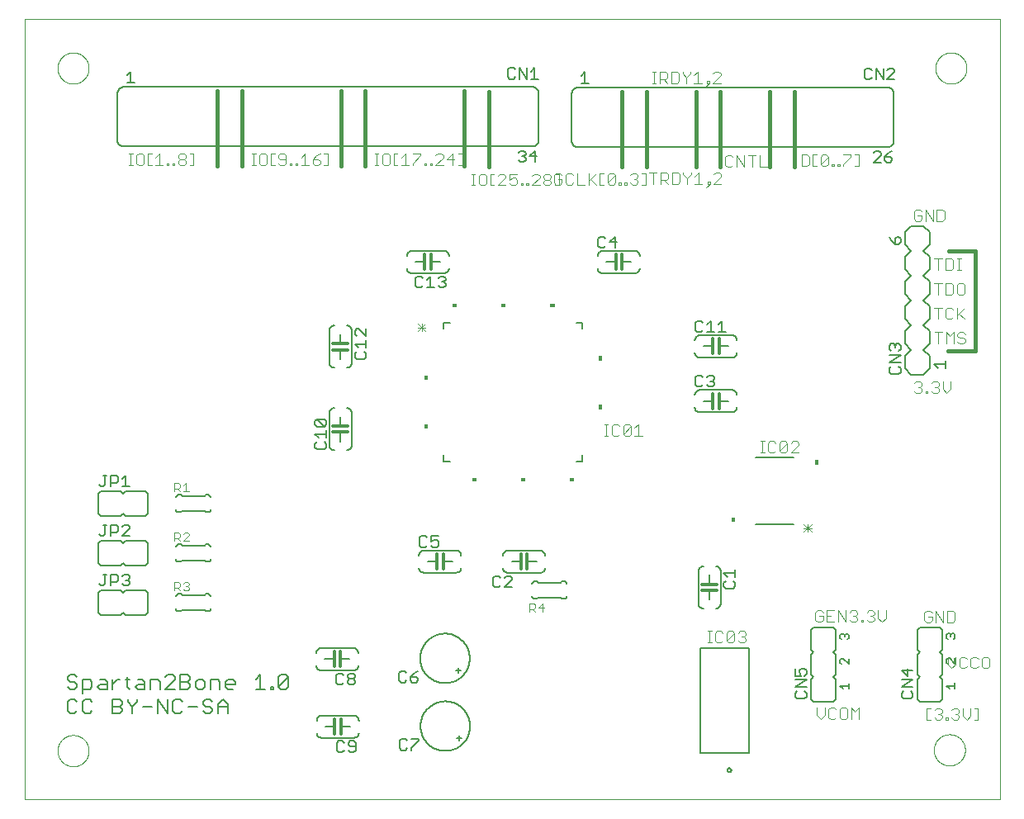
<source format=gto>
G75*
%MOIN*%
%OFA0B0*%
%FSLAX25Y25*%
%IPPOS*%
%LPD*%
%AMOC8*
5,1,8,0,0,1.08239X$1,22.5*
%
%ADD10C,0.00000*%
%ADD11C,0.01600*%
%ADD12C,0.00400*%
%ADD13C,0.00800*%
%ADD14C,0.00600*%
%ADD15C,0.01200*%
%ADD16C,0.00500*%
%ADD17C,0.00100*%
%ADD18C,0.00300*%
D10*
X0001000Y0001000D02*
X0001000Y0315961D01*
X0394701Y0315961D01*
X0394701Y0001000D01*
X0001000Y0001000D01*
X0014386Y0020685D02*
X0014388Y0020843D01*
X0014394Y0021001D01*
X0014404Y0021159D01*
X0014418Y0021317D01*
X0014436Y0021474D01*
X0014457Y0021631D01*
X0014483Y0021787D01*
X0014513Y0021943D01*
X0014546Y0022098D01*
X0014584Y0022251D01*
X0014625Y0022404D01*
X0014670Y0022556D01*
X0014719Y0022707D01*
X0014772Y0022856D01*
X0014828Y0023004D01*
X0014888Y0023150D01*
X0014952Y0023295D01*
X0015020Y0023438D01*
X0015091Y0023580D01*
X0015165Y0023720D01*
X0015243Y0023857D01*
X0015325Y0023993D01*
X0015409Y0024127D01*
X0015498Y0024258D01*
X0015589Y0024387D01*
X0015684Y0024514D01*
X0015781Y0024639D01*
X0015882Y0024761D01*
X0015986Y0024880D01*
X0016093Y0024997D01*
X0016203Y0025111D01*
X0016316Y0025222D01*
X0016431Y0025331D01*
X0016549Y0025436D01*
X0016670Y0025538D01*
X0016793Y0025638D01*
X0016919Y0025734D01*
X0017047Y0025827D01*
X0017177Y0025917D01*
X0017310Y0026003D01*
X0017445Y0026087D01*
X0017581Y0026166D01*
X0017720Y0026243D01*
X0017861Y0026315D01*
X0018003Y0026385D01*
X0018147Y0026450D01*
X0018293Y0026512D01*
X0018440Y0026570D01*
X0018589Y0026625D01*
X0018739Y0026676D01*
X0018890Y0026723D01*
X0019042Y0026766D01*
X0019195Y0026805D01*
X0019350Y0026841D01*
X0019505Y0026872D01*
X0019661Y0026900D01*
X0019817Y0026924D01*
X0019974Y0026944D01*
X0020132Y0026960D01*
X0020289Y0026972D01*
X0020448Y0026980D01*
X0020606Y0026984D01*
X0020764Y0026984D01*
X0020922Y0026980D01*
X0021081Y0026972D01*
X0021238Y0026960D01*
X0021396Y0026944D01*
X0021553Y0026924D01*
X0021709Y0026900D01*
X0021865Y0026872D01*
X0022020Y0026841D01*
X0022175Y0026805D01*
X0022328Y0026766D01*
X0022480Y0026723D01*
X0022631Y0026676D01*
X0022781Y0026625D01*
X0022930Y0026570D01*
X0023077Y0026512D01*
X0023223Y0026450D01*
X0023367Y0026385D01*
X0023509Y0026315D01*
X0023650Y0026243D01*
X0023789Y0026166D01*
X0023925Y0026087D01*
X0024060Y0026003D01*
X0024193Y0025917D01*
X0024323Y0025827D01*
X0024451Y0025734D01*
X0024577Y0025638D01*
X0024700Y0025538D01*
X0024821Y0025436D01*
X0024939Y0025331D01*
X0025054Y0025222D01*
X0025167Y0025111D01*
X0025277Y0024997D01*
X0025384Y0024880D01*
X0025488Y0024761D01*
X0025589Y0024639D01*
X0025686Y0024514D01*
X0025781Y0024387D01*
X0025872Y0024258D01*
X0025961Y0024127D01*
X0026045Y0023993D01*
X0026127Y0023857D01*
X0026205Y0023720D01*
X0026279Y0023580D01*
X0026350Y0023438D01*
X0026418Y0023295D01*
X0026482Y0023150D01*
X0026542Y0023004D01*
X0026598Y0022856D01*
X0026651Y0022707D01*
X0026700Y0022556D01*
X0026745Y0022404D01*
X0026786Y0022251D01*
X0026824Y0022098D01*
X0026857Y0021943D01*
X0026887Y0021787D01*
X0026913Y0021631D01*
X0026934Y0021474D01*
X0026952Y0021317D01*
X0026966Y0021159D01*
X0026976Y0021001D01*
X0026982Y0020843D01*
X0026984Y0020685D01*
X0026982Y0020527D01*
X0026976Y0020369D01*
X0026966Y0020211D01*
X0026952Y0020053D01*
X0026934Y0019896D01*
X0026913Y0019739D01*
X0026887Y0019583D01*
X0026857Y0019427D01*
X0026824Y0019272D01*
X0026786Y0019119D01*
X0026745Y0018966D01*
X0026700Y0018814D01*
X0026651Y0018663D01*
X0026598Y0018514D01*
X0026542Y0018366D01*
X0026482Y0018220D01*
X0026418Y0018075D01*
X0026350Y0017932D01*
X0026279Y0017790D01*
X0026205Y0017650D01*
X0026127Y0017513D01*
X0026045Y0017377D01*
X0025961Y0017243D01*
X0025872Y0017112D01*
X0025781Y0016983D01*
X0025686Y0016856D01*
X0025589Y0016731D01*
X0025488Y0016609D01*
X0025384Y0016490D01*
X0025277Y0016373D01*
X0025167Y0016259D01*
X0025054Y0016148D01*
X0024939Y0016039D01*
X0024821Y0015934D01*
X0024700Y0015832D01*
X0024577Y0015732D01*
X0024451Y0015636D01*
X0024323Y0015543D01*
X0024193Y0015453D01*
X0024060Y0015367D01*
X0023925Y0015283D01*
X0023789Y0015204D01*
X0023650Y0015127D01*
X0023509Y0015055D01*
X0023367Y0014985D01*
X0023223Y0014920D01*
X0023077Y0014858D01*
X0022930Y0014800D01*
X0022781Y0014745D01*
X0022631Y0014694D01*
X0022480Y0014647D01*
X0022328Y0014604D01*
X0022175Y0014565D01*
X0022020Y0014529D01*
X0021865Y0014498D01*
X0021709Y0014470D01*
X0021553Y0014446D01*
X0021396Y0014426D01*
X0021238Y0014410D01*
X0021081Y0014398D01*
X0020922Y0014390D01*
X0020764Y0014386D01*
X0020606Y0014386D01*
X0020448Y0014390D01*
X0020289Y0014398D01*
X0020132Y0014410D01*
X0019974Y0014426D01*
X0019817Y0014446D01*
X0019661Y0014470D01*
X0019505Y0014498D01*
X0019350Y0014529D01*
X0019195Y0014565D01*
X0019042Y0014604D01*
X0018890Y0014647D01*
X0018739Y0014694D01*
X0018589Y0014745D01*
X0018440Y0014800D01*
X0018293Y0014858D01*
X0018147Y0014920D01*
X0018003Y0014985D01*
X0017861Y0015055D01*
X0017720Y0015127D01*
X0017581Y0015204D01*
X0017445Y0015283D01*
X0017310Y0015367D01*
X0017177Y0015453D01*
X0017047Y0015543D01*
X0016919Y0015636D01*
X0016793Y0015732D01*
X0016670Y0015832D01*
X0016549Y0015934D01*
X0016431Y0016039D01*
X0016316Y0016148D01*
X0016203Y0016259D01*
X0016093Y0016373D01*
X0015986Y0016490D01*
X0015882Y0016609D01*
X0015781Y0016731D01*
X0015684Y0016856D01*
X0015589Y0016983D01*
X0015498Y0017112D01*
X0015409Y0017243D01*
X0015325Y0017377D01*
X0015243Y0017513D01*
X0015165Y0017650D01*
X0015091Y0017790D01*
X0015020Y0017932D01*
X0014952Y0018075D01*
X0014888Y0018220D01*
X0014828Y0018366D01*
X0014772Y0018514D01*
X0014719Y0018663D01*
X0014670Y0018814D01*
X0014625Y0018966D01*
X0014584Y0019119D01*
X0014546Y0019272D01*
X0014513Y0019427D01*
X0014483Y0019583D01*
X0014457Y0019739D01*
X0014436Y0019896D01*
X0014418Y0020053D01*
X0014404Y0020211D01*
X0014394Y0020369D01*
X0014388Y0020527D01*
X0014386Y0020685D01*
X0014386Y0296276D02*
X0014388Y0296434D01*
X0014394Y0296592D01*
X0014404Y0296750D01*
X0014418Y0296908D01*
X0014436Y0297065D01*
X0014457Y0297222D01*
X0014483Y0297378D01*
X0014513Y0297534D01*
X0014546Y0297689D01*
X0014584Y0297842D01*
X0014625Y0297995D01*
X0014670Y0298147D01*
X0014719Y0298298D01*
X0014772Y0298447D01*
X0014828Y0298595D01*
X0014888Y0298741D01*
X0014952Y0298886D01*
X0015020Y0299029D01*
X0015091Y0299171D01*
X0015165Y0299311D01*
X0015243Y0299448D01*
X0015325Y0299584D01*
X0015409Y0299718D01*
X0015498Y0299849D01*
X0015589Y0299978D01*
X0015684Y0300105D01*
X0015781Y0300230D01*
X0015882Y0300352D01*
X0015986Y0300471D01*
X0016093Y0300588D01*
X0016203Y0300702D01*
X0016316Y0300813D01*
X0016431Y0300922D01*
X0016549Y0301027D01*
X0016670Y0301129D01*
X0016793Y0301229D01*
X0016919Y0301325D01*
X0017047Y0301418D01*
X0017177Y0301508D01*
X0017310Y0301594D01*
X0017445Y0301678D01*
X0017581Y0301757D01*
X0017720Y0301834D01*
X0017861Y0301906D01*
X0018003Y0301976D01*
X0018147Y0302041D01*
X0018293Y0302103D01*
X0018440Y0302161D01*
X0018589Y0302216D01*
X0018739Y0302267D01*
X0018890Y0302314D01*
X0019042Y0302357D01*
X0019195Y0302396D01*
X0019350Y0302432D01*
X0019505Y0302463D01*
X0019661Y0302491D01*
X0019817Y0302515D01*
X0019974Y0302535D01*
X0020132Y0302551D01*
X0020289Y0302563D01*
X0020448Y0302571D01*
X0020606Y0302575D01*
X0020764Y0302575D01*
X0020922Y0302571D01*
X0021081Y0302563D01*
X0021238Y0302551D01*
X0021396Y0302535D01*
X0021553Y0302515D01*
X0021709Y0302491D01*
X0021865Y0302463D01*
X0022020Y0302432D01*
X0022175Y0302396D01*
X0022328Y0302357D01*
X0022480Y0302314D01*
X0022631Y0302267D01*
X0022781Y0302216D01*
X0022930Y0302161D01*
X0023077Y0302103D01*
X0023223Y0302041D01*
X0023367Y0301976D01*
X0023509Y0301906D01*
X0023650Y0301834D01*
X0023789Y0301757D01*
X0023925Y0301678D01*
X0024060Y0301594D01*
X0024193Y0301508D01*
X0024323Y0301418D01*
X0024451Y0301325D01*
X0024577Y0301229D01*
X0024700Y0301129D01*
X0024821Y0301027D01*
X0024939Y0300922D01*
X0025054Y0300813D01*
X0025167Y0300702D01*
X0025277Y0300588D01*
X0025384Y0300471D01*
X0025488Y0300352D01*
X0025589Y0300230D01*
X0025686Y0300105D01*
X0025781Y0299978D01*
X0025872Y0299849D01*
X0025961Y0299718D01*
X0026045Y0299584D01*
X0026127Y0299448D01*
X0026205Y0299311D01*
X0026279Y0299171D01*
X0026350Y0299029D01*
X0026418Y0298886D01*
X0026482Y0298741D01*
X0026542Y0298595D01*
X0026598Y0298447D01*
X0026651Y0298298D01*
X0026700Y0298147D01*
X0026745Y0297995D01*
X0026786Y0297842D01*
X0026824Y0297689D01*
X0026857Y0297534D01*
X0026887Y0297378D01*
X0026913Y0297222D01*
X0026934Y0297065D01*
X0026952Y0296908D01*
X0026966Y0296750D01*
X0026976Y0296592D01*
X0026982Y0296434D01*
X0026984Y0296276D01*
X0026982Y0296118D01*
X0026976Y0295960D01*
X0026966Y0295802D01*
X0026952Y0295644D01*
X0026934Y0295487D01*
X0026913Y0295330D01*
X0026887Y0295174D01*
X0026857Y0295018D01*
X0026824Y0294863D01*
X0026786Y0294710D01*
X0026745Y0294557D01*
X0026700Y0294405D01*
X0026651Y0294254D01*
X0026598Y0294105D01*
X0026542Y0293957D01*
X0026482Y0293811D01*
X0026418Y0293666D01*
X0026350Y0293523D01*
X0026279Y0293381D01*
X0026205Y0293241D01*
X0026127Y0293104D01*
X0026045Y0292968D01*
X0025961Y0292834D01*
X0025872Y0292703D01*
X0025781Y0292574D01*
X0025686Y0292447D01*
X0025589Y0292322D01*
X0025488Y0292200D01*
X0025384Y0292081D01*
X0025277Y0291964D01*
X0025167Y0291850D01*
X0025054Y0291739D01*
X0024939Y0291630D01*
X0024821Y0291525D01*
X0024700Y0291423D01*
X0024577Y0291323D01*
X0024451Y0291227D01*
X0024323Y0291134D01*
X0024193Y0291044D01*
X0024060Y0290958D01*
X0023925Y0290874D01*
X0023789Y0290795D01*
X0023650Y0290718D01*
X0023509Y0290646D01*
X0023367Y0290576D01*
X0023223Y0290511D01*
X0023077Y0290449D01*
X0022930Y0290391D01*
X0022781Y0290336D01*
X0022631Y0290285D01*
X0022480Y0290238D01*
X0022328Y0290195D01*
X0022175Y0290156D01*
X0022020Y0290120D01*
X0021865Y0290089D01*
X0021709Y0290061D01*
X0021553Y0290037D01*
X0021396Y0290017D01*
X0021238Y0290001D01*
X0021081Y0289989D01*
X0020922Y0289981D01*
X0020764Y0289977D01*
X0020606Y0289977D01*
X0020448Y0289981D01*
X0020289Y0289989D01*
X0020132Y0290001D01*
X0019974Y0290017D01*
X0019817Y0290037D01*
X0019661Y0290061D01*
X0019505Y0290089D01*
X0019350Y0290120D01*
X0019195Y0290156D01*
X0019042Y0290195D01*
X0018890Y0290238D01*
X0018739Y0290285D01*
X0018589Y0290336D01*
X0018440Y0290391D01*
X0018293Y0290449D01*
X0018147Y0290511D01*
X0018003Y0290576D01*
X0017861Y0290646D01*
X0017720Y0290718D01*
X0017581Y0290795D01*
X0017445Y0290874D01*
X0017310Y0290958D01*
X0017177Y0291044D01*
X0017047Y0291134D01*
X0016919Y0291227D01*
X0016793Y0291323D01*
X0016670Y0291423D01*
X0016549Y0291525D01*
X0016431Y0291630D01*
X0016316Y0291739D01*
X0016203Y0291850D01*
X0016093Y0291964D01*
X0015986Y0292081D01*
X0015882Y0292200D01*
X0015781Y0292322D01*
X0015684Y0292447D01*
X0015589Y0292574D01*
X0015498Y0292703D01*
X0015409Y0292834D01*
X0015325Y0292968D01*
X0015243Y0293104D01*
X0015165Y0293241D01*
X0015091Y0293381D01*
X0015020Y0293523D01*
X0014952Y0293666D01*
X0014888Y0293811D01*
X0014828Y0293957D01*
X0014772Y0294105D01*
X0014719Y0294254D01*
X0014670Y0294405D01*
X0014625Y0294557D01*
X0014584Y0294710D01*
X0014546Y0294863D01*
X0014513Y0295018D01*
X0014483Y0295174D01*
X0014457Y0295330D01*
X0014436Y0295487D01*
X0014418Y0295644D01*
X0014404Y0295802D01*
X0014394Y0295960D01*
X0014388Y0296118D01*
X0014386Y0296276D01*
X0368717Y0296276D02*
X0368719Y0296434D01*
X0368725Y0296592D01*
X0368735Y0296750D01*
X0368749Y0296908D01*
X0368767Y0297065D01*
X0368788Y0297222D01*
X0368814Y0297378D01*
X0368844Y0297534D01*
X0368877Y0297689D01*
X0368915Y0297842D01*
X0368956Y0297995D01*
X0369001Y0298147D01*
X0369050Y0298298D01*
X0369103Y0298447D01*
X0369159Y0298595D01*
X0369219Y0298741D01*
X0369283Y0298886D01*
X0369351Y0299029D01*
X0369422Y0299171D01*
X0369496Y0299311D01*
X0369574Y0299448D01*
X0369656Y0299584D01*
X0369740Y0299718D01*
X0369829Y0299849D01*
X0369920Y0299978D01*
X0370015Y0300105D01*
X0370112Y0300230D01*
X0370213Y0300352D01*
X0370317Y0300471D01*
X0370424Y0300588D01*
X0370534Y0300702D01*
X0370647Y0300813D01*
X0370762Y0300922D01*
X0370880Y0301027D01*
X0371001Y0301129D01*
X0371124Y0301229D01*
X0371250Y0301325D01*
X0371378Y0301418D01*
X0371508Y0301508D01*
X0371641Y0301594D01*
X0371776Y0301678D01*
X0371912Y0301757D01*
X0372051Y0301834D01*
X0372192Y0301906D01*
X0372334Y0301976D01*
X0372478Y0302041D01*
X0372624Y0302103D01*
X0372771Y0302161D01*
X0372920Y0302216D01*
X0373070Y0302267D01*
X0373221Y0302314D01*
X0373373Y0302357D01*
X0373526Y0302396D01*
X0373681Y0302432D01*
X0373836Y0302463D01*
X0373992Y0302491D01*
X0374148Y0302515D01*
X0374305Y0302535D01*
X0374463Y0302551D01*
X0374620Y0302563D01*
X0374779Y0302571D01*
X0374937Y0302575D01*
X0375095Y0302575D01*
X0375253Y0302571D01*
X0375412Y0302563D01*
X0375569Y0302551D01*
X0375727Y0302535D01*
X0375884Y0302515D01*
X0376040Y0302491D01*
X0376196Y0302463D01*
X0376351Y0302432D01*
X0376506Y0302396D01*
X0376659Y0302357D01*
X0376811Y0302314D01*
X0376962Y0302267D01*
X0377112Y0302216D01*
X0377261Y0302161D01*
X0377408Y0302103D01*
X0377554Y0302041D01*
X0377698Y0301976D01*
X0377840Y0301906D01*
X0377981Y0301834D01*
X0378120Y0301757D01*
X0378256Y0301678D01*
X0378391Y0301594D01*
X0378524Y0301508D01*
X0378654Y0301418D01*
X0378782Y0301325D01*
X0378908Y0301229D01*
X0379031Y0301129D01*
X0379152Y0301027D01*
X0379270Y0300922D01*
X0379385Y0300813D01*
X0379498Y0300702D01*
X0379608Y0300588D01*
X0379715Y0300471D01*
X0379819Y0300352D01*
X0379920Y0300230D01*
X0380017Y0300105D01*
X0380112Y0299978D01*
X0380203Y0299849D01*
X0380292Y0299718D01*
X0380376Y0299584D01*
X0380458Y0299448D01*
X0380536Y0299311D01*
X0380610Y0299171D01*
X0380681Y0299029D01*
X0380749Y0298886D01*
X0380813Y0298741D01*
X0380873Y0298595D01*
X0380929Y0298447D01*
X0380982Y0298298D01*
X0381031Y0298147D01*
X0381076Y0297995D01*
X0381117Y0297842D01*
X0381155Y0297689D01*
X0381188Y0297534D01*
X0381218Y0297378D01*
X0381244Y0297222D01*
X0381265Y0297065D01*
X0381283Y0296908D01*
X0381297Y0296750D01*
X0381307Y0296592D01*
X0381313Y0296434D01*
X0381315Y0296276D01*
X0381313Y0296118D01*
X0381307Y0295960D01*
X0381297Y0295802D01*
X0381283Y0295644D01*
X0381265Y0295487D01*
X0381244Y0295330D01*
X0381218Y0295174D01*
X0381188Y0295018D01*
X0381155Y0294863D01*
X0381117Y0294710D01*
X0381076Y0294557D01*
X0381031Y0294405D01*
X0380982Y0294254D01*
X0380929Y0294105D01*
X0380873Y0293957D01*
X0380813Y0293811D01*
X0380749Y0293666D01*
X0380681Y0293523D01*
X0380610Y0293381D01*
X0380536Y0293241D01*
X0380458Y0293104D01*
X0380376Y0292968D01*
X0380292Y0292834D01*
X0380203Y0292703D01*
X0380112Y0292574D01*
X0380017Y0292447D01*
X0379920Y0292322D01*
X0379819Y0292200D01*
X0379715Y0292081D01*
X0379608Y0291964D01*
X0379498Y0291850D01*
X0379385Y0291739D01*
X0379270Y0291630D01*
X0379152Y0291525D01*
X0379031Y0291423D01*
X0378908Y0291323D01*
X0378782Y0291227D01*
X0378654Y0291134D01*
X0378524Y0291044D01*
X0378391Y0290958D01*
X0378256Y0290874D01*
X0378120Y0290795D01*
X0377981Y0290718D01*
X0377840Y0290646D01*
X0377698Y0290576D01*
X0377554Y0290511D01*
X0377408Y0290449D01*
X0377261Y0290391D01*
X0377112Y0290336D01*
X0376962Y0290285D01*
X0376811Y0290238D01*
X0376659Y0290195D01*
X0376506Y0290156D01*
X0376351Y0290120D01*
X0376196Y0290089D01*
X0376040Y0290061D01*
X0375884Y0290037D01*
X0375727Y0290017D01*
X0375569Y0290001D01*
X0375412Y0289989D01*
X0375253Y0289981D01*
X0375095Y0289977D01*
X0374937Y0289977D01*
X0374779Y0289981D01*
X0374620Y0289989D01*
X0374463Y0290001D01*
X0374305Y0290017D01*
X0374148Y0290037D01*
X0373992Y0290061D01*
X0373836Y0290089D01*
X0373681Y0290120D01*
X0373526Y0290156D01*
X0373373Y0290195D01*
X0373221Y0290238D01*
X0373070Y0290285D01*
X0372920Y0290336D01*
X0372771Y0290391D01*
X0372624Y0290449D01*
X0372478Y0290511D01*
X0372334Y0290576D01*
X0372192Y0290646D01*
X0372051Y0290718D01*
X0371912Y0290795D01*
X0371776Y0290874D01*
X0371641Y0290958D01*
X0371508Y0291044D01*
X0371378Y0291134D01*
X0371250Y0291227D01*
X0371124Y0291323D01*
X0371001Y0291423D01*
X0370880Y0291525D01*
X0370762Y0291630D01*
X0370647Y0291739D01*
X0370534Y0291850D01*
X0370424Y0291964D01*
X0370317Y0292081D01*
X0370213Y0292200D01*
X0370112Y0292322D01*
X0370015Y0292447D01*
X0369920Y0292574D01*
X0369829Y0292703D01*
X0369740Y0292834D01*
X0369656Y0292968D01*
X0369574Y0293104D01*
X0369496Y0293241D01*
X0369422Y0293381D01*
X0369351Y0293523D01*
X0369283Y0293666D01*
X0369219Y0293811D01*
X0369159Y0293957D01*
X0369103Y0294105D01*
X0369050Y0294254D01*
X0369001Y0294405D01*
X0368956Y0294557D01*
X0368915Y0294710D01*
X0368877Y0294863D01*
X0368844Y0295018D01*
X0368814Y0295174D01*
X0368788Y0295330D01*
X0368767Y0295487D01*
X0368749Y0295644D01*
X0368735Y0295802D01*
X0368725Y0295960D01*
X0368719Y0296118D01*
X0368717Y0296276D01*
X0368115Y0021008D02*
X0368117Y0021166D01*
X0368123Y0021324D01*
X0368133Y0021482D01*
X0368147Y0021640D01*
X0368165Y0021797D01*
X0368186Y0021954D01*
X0368212Y0022110D01*
X0368242Y0022266D01*
X0368275Y0022421D01*
X0368313Y0022574D01*
X0368354Y0022727D01*
X0368399Y0022879D01*
X0368448Y0023030D01*
X0368501Y0023179D01*
X0368557Y0023327D01*
X0368617Y0023473D01*
X0368681Y0023618D01*
X0368749Y0023761D01*
X0368820Y0023903D01*
X0368894Y0024043D01*
X0368972Y0024180D01*
X0369054Y0024316D01*
X0369138Y0024450D01*
X0369227Y0024581D01*
X0369318Y0024710D01*
X0369413Y0024837D01*
X0369510Y0024962D01*
X0369611Y0025084D01*
X0369715Y0025203D01*
X0369822Y0025320D01*
X0369932Y0025434D01*
X0370045Y0025545D01*
X0370160Y0025654D01*
X0370278Y0025759D01*
X0370399Y0025861D01*
X0370522Y0025961D01*
X0370648Y0026057D01*
X0370776Y0026150D01*
X0370906Y0026240D01*
X0371039Y0026326D01*
X0371174Y0026410D01*
X0371310Y0026489D01*
X0371449Y0026566D01*
X0371590Y0026638D01*
X0371732Y0026708D01*
X0371876Y0026773D01*
X0372022Y0026835D01*
X0372169Y0026893D01*
X0372318Y0026948D01*
X0372468Y0026999D01*
X0372619Y0027046D01*
X0372771Y0027089D01*
X0372924Y0027128D01*
X0373079Y0027164D01*
X0373234Y0027195D01*
X0373390Y0027223D01*
X0373546Y0027247D01*
X0373703Y0027267D01*
X0373861Y0027283D01*
X0374018Y0027295D01*
X0374177Y0027303D01*
X0374335Y0027307D01*
X0374493Y0027307D01*
X0374651Y0027303D01*
X0374810Y0027295D01*
X0374967Y0027283D01*
X0375125Y0027267D01*
X0375282Y0027247D01*
X0375438Y0027223D01*
X0375594Y0027195D01*
X0375749Y0027164D01*
X0375904Y0027128D01*
X0376057Y0027089D01*
X0376209Y0027046D01*
X0376360Y0026999D01*
X0376510Y0026948D01*
X0376659Y0026893D01*
X0376806Y0026835D01*
X0376952Y0026773D01*
X0377096Y0026708D01*
X0377238Y0026638D01*
X0377379Y0026566D01*
X0377518Y0026489D01*
X0377654Y0026410D01*
X0377789Y0026326D01*
X0377922Y0026240D01*
X0378052Y0026150D01*
X0378180Y0026057D01*
X0378306Y0025961D01*
X0378429Y0025861D01*
X0378550Y0025759D01*
X0378668Y0025654D01*
X0378783Y0025545D01*
X0378896Y0025434D01*
X0379006Y0025320D01*
X0379113Y0025203D01*
X0379217Y0025084D01*
X0379318Y0024962D01*
X0379415Y0024837D01*
X0379510Y0024710D01*
X0379601Y0024581D01*
X0379690Y0024450D01*
X0379774Y0024316D01*
X0379856Y0024180D01*
X0379934Y0024043D01*
X0380008Y0023903D01*
X0380079Y0023761D01*
X0380147Y0023618D01*
X0380211Y0023473D01*
X0380271Y0023327D01*
X0380327Y0023179D01*
X0380380Y0023030D01*
X0380429Y0022879D01*
X0380474Y0022727D01*
X0380515Y0022574D01*
X0380553Y0022421D01*
X0380586Y0022266D01*
X0380616Y0022110D01*
X0380642Y0021954D01*
X0380663Y0021797D01*
X0380681Y0021640D01*
X0380695Y0021482D01*
X0380705Y0021324D01*
X0380711Y0021166D01*
X0380713Y0021008D01*
X0380711Y0020850D01*
X0380705Y0020692D01*
X0380695Y0020534D01*
X0380681Y0020376D01*
X0380663Y0020219D01*
X0380642Y0020062D01*
X0380616Y0019906D01*
X0380586Y0019750D01*
X0380553Y0019595D01*
X0380515Y0019442D01*
X0380474Y0019289D01*
X0380429Y0019137D01*
X0380380Y0018986D01*
X0380327Y0018837D01*
X0380271Y0018689D01*
X0380211Y0018543D01*
X0380147Y0018398D01*
X0380079Y0018255D01*
X0380008Y0018113D01*
X0379934Y0017973D01*
X0379856Y0017836D01*
X0379774Y0017700D01*
X0379690Y0017566D01*
X0379601Y0017435D01*
X0379510Y0017306D01*
X0379415Y0017179D01*
X0379318Y0017054D01*
X0379217Y0016932D01*
X0379113Y0016813D01*
X0379006Y0016696D01*
X0378896Y0016582D01*
X0378783Y0016471D01*
X0378668Y0016362D01*
X0378550Y0016257D01*
X0378429Y0016155D01*
X0378306Y0016055D01*
X0378180Y0015959D01*
X0378052Y0015866D01*
X0377922Y0015776D01*
X0377789Y0015690D01*
X0377654Y0015606D01*
X0377518Y0015527D01*
X0377379Y0015450D01*
X0377238Y0015378D01*
X0377096Y0015308D01*
X0376952Y0015243D01*
X0376806Y0015181D01*
X0376659Y0015123D01*
X0376510Y0015068D01*
X0376360Y0015017D01*
X0376209Y0014970D01*
X0376057Y0014927D01*
X0375904Y0014888D01*
X0375749Y0014852D01*
X0375594Y0014821D01*
X0375438Y0014793D01*
X0375282Y0014769D01*
X0375125Y0014749D01*
X0374967Y0014733D01*
X0374810Y0014721D01*
X0374651Y0014713D01*
X0374493Y0014709D01*
X0374335Y0014709D01*
X0374177Y0014713D01*
X0374018Y0014721D01*
X0373861Y0014733D01*
X0373703Y0014749D01*
X0373546Y0014769D01*
X0373390Y0014793D01*
X0373234Y0014821D01*
X0373079Y0014852D01*
X0372924Y0014888D01*
X0372771Y0014927D01*
X0372619Y0014970D01*
X0372468Y0015017D01*
X0372318Y0015068D01*
X0372169Y0015123D01*
X0372022Y0015181D01*
X0371876Y0015243D01*
X0371732Y0015308D01*
X0371590Y0015378D01*
X0371449Y0015450D01*
X0371310Y0015527D01*
X0371174Y0015606D01*
X0371039Y0015690D01*
X0370906Y0015776D01*
X0370776Y0015866D01*
X0370648Y0015959D01*
X0370522Y0016055D01*
X0370399Y0016155D01*
X0370278Y0016257D01*
X0370160Y0016362D01*
X0370045Y0016471D01*
X0369932Y0016582D01*
X0369822Y0016696D01*
X0369715Y0016813D01*
X0369611Y0016932D01*
X0369510Y0017054D01*
X0369413Y0017179D01*
X0369318Y0017306D01*
X0369227Y0017435D01*
X0369138Y0017566D01*
X0369054Y0017700D01*
X0368972Y0017836D01*
X0368894Y0017973D01*
X0368820Y0018113D01*
X0368749Y0018255D01*
X0368681Y0018398D01*
X0368617Y0018543D01*
X0368557Y0018689D01*
X0368501Y0018837D01*
X0368448Y0018986D01*
X0368399Y0019137D01*
X0368354Y0019289D01*
X0368313Y0019442D01*
X0368275Y0019595D01*
X0368242Y0019750D01*
X0368212Y0019906D01*
X0368186Y0020062D01*
X0368165Y0020219D01*
X0368147Y0020376D01*
X0368133Y0020534D01*
X0368123Y0020692D01*
X0368117Y0020850D01*
X0368115Y0021008D01*
D11*
X0373947Y0182047D02*
X0384884Y0182047D01*
X0384884Y0222386D01*
X0374084Y0222386D01*
X0311929Y0256571D02*
X0311929Y0286928D01*
X0301811Y0286928D02*
X0301811Y0256571D01*
X0281984Y0256435D02*
X0281984Y0286791D01*
X0272003Y0286928D02*
X0272003Y0256571D01*
X0252040Y0256435D02*
X0252040Y0286791D01*
X0242059Y0286928D02*
X0242059Y0256571D01*
X0188596Y0256571D02*
X0188596Y0286928D01*
X0178615Y0287065D02*
X0178615Y0256708D01*
X0138552Y0256708D02*
X0138552Y0287065D01*
X0128708Y0287202D02*
X0128708Y0256845D01*
X0088782Y0256845D02*
X0088782Y0287202D01*
X0078937Y0287202D02*
X0078937Y0256845D01*
D12*
X0069259Y0257181D02*
X0069259Y0261785D01*
X0067724Y0261785D01*
X0066190Y0261018D02*
X0066190Y0260251D01*
X0065422Y0259483D01*
X0063888Y0259483D01*
X0063121Y0260251D01*
X0063121Y0261018D01*
X0063888Y0261785D01*
X0065422Y0261785D01*
X0066190Y0261018D01*
X0065422Y0259483D02*
X0066190Y0258716D01*
X0066190Y0257949D01*
X0065422Y0257181D01*
X0063888Y0257181D01*
X0063121Y0257949D01*
X0063121Y0258716D01*
X0063888Y0259483D01*
X0061586Y0257949D02*
X0061586Y0257181D01*
X0060819Y0257181D01*
X0060819Y0257949D01*
X0061586Y0257949D01*
X0059284Y0257949D02*
X0059284Y0257181D01*
X0058517Y0257181D01*
X0058517Y0257949D01*
X0059284Y0257949D01*
X0056982Y0257181D02*
X0053913Y0257181D01*
X0055447Y0257181D02*
X0055447Y0261785D01*
X0053913Y0260251D01*
X0052378Y0261785D02*
X0050843Y0261785D01*
X0050843Y0257181D01*
X0052378Y0257181D01*
X0049309Y0257949D02*
X0049309Y0261018D01*
X0048541Y0261785D01*
X0047007Y0261785D01*
X0046239Y0261018D01*
X0046239Y0257949D01*
X0047007Y0257181D01*
X0048541Y0257181D01*
X0049309Y0257949D01*
X0044705Y0257181D02*
X0043170Y0257181D01*
X0043938Y0257181D02*
X0043938Y0261785D01*
X0044705Y0261785D02*
X0043170Y0261785D01*
X0067724Y0257181D02*
X0069259Y0257181D01*
X0092796Y0257181D02*
X0094331Y0257181D01*
X0093564Y0257181D02*
X0093564Y0261785D01*
X0094331Y0261785D02*
X0092796Y0261785D01*
X0095866Y0261018D02*
X0095866Y0257949D01*
X0096633Y0257181D01*
X0098167Y0257181D01*
X0098935Y0257949D01*
X0098935Y0261018D01*
X0098167Y0261785D01*
X0096633Y0261785D01*
X0095866Y0261018D01*
X0100469Y0261785D02*
X0100469Y0257181D01*
X0102004Y0257181D01*
X0103539Y0257949D02*
X0104306Y0257181D01*
X0105841Y0257181D01*
X0106608Y0257949D01*
X0106608Y0261018D01*
X0105841Y0261785D01*
X0104306Y0261785D01*
X0103539Y0261018D01*
X0103539Y0260251D01*
X0104306Y0259483D01*
X0106608Y0259483D01*
X0108143Y0257949D02*
X0108910Y0257949D01*
X0108910Y0257181D01*
X0108143Y0257181D01*
X0108143Y0257949D01*
X0110445Y0257949D02*
X0111212Y0257949D01*
X0111212Y0257181D01*
X0110445Y0257181D01*
X0110445Y0257949D01*
X0112747Y0257181D02*
X0115816Y0257181D01*
X0114281Y0257181D02*
X0114281Y0261785D01*
X0112747Y0260251D01*
X0117350Y0259483D02*
X0119652Y0259483D01*
X0120420Y0258716D01*
X0120420Y0257949D01*
X0119652Y0257181D01*
X0118118Y0257181D01*
X0117350Y0257949D01*
X0117350Y0259483D01*
X0118885Y0261018D01*
X0120420Y0261785D01*
X0121954Y0261785D02*
X0123489Y0261785D01*
X0123489Y0257181D01*
X0121954Y0257181D01*
X0142422Y0257181D02*
X0143957Y0257181D01*
X0143190Y0257181D02*
X0143190Y0261785D01*
X0143957Y0261785D02*
X0142422Y0261785D01*
X0145492Y0261018D02*
X0145492Y0257949D01*
X0146259Y0257181D01*
X0147793Y0257181D01*
X0148561Y0257949D01*
X0148561Y0261018D01*
X0147793Y0261785D01*
X0146259Y0261785D01*
X0145492Y0261018D01*
X0150095Y0261785D02*
X0150095Y0257181D01*
X0151630Y0257181D01*
X0153165Y0257181D02*
X0156234Y0257181D01*
X0154699Y0257181D02*
X0154699Y0261785D01*
X0153165Y0260251D01*
X0151630Y0261785D02*
X0150095Y0261785D01*
X0157769Y0261785D02*
X0160838Y0261785D01*
X0160838Y0261018D01*
X0157769Y0257949D01*
X0157769Y0257181D01*
X0162373Y0257181D02*
X0163140Y0257181D01*
X0163140Y0257949D01*
X0162373Y0257949D01*
X0162373Y0257181D01*
X0164675Y0257181D02*
X0165442Y0257181D01*
X0165442Y0257949D01*
X0164675Y0257949D01*
X0164675Y0257181D01*
X0166977Y0257181D02*
X0170046Y0260251D01*
X0170046Y0261018D01*
X0169278Y0261785D01*
X0167744Y0261785D01*
X0166977Y0261018D01*
X0166977Y0257181D02*
X0170046Y0257181D01*
X0171580Y0259483D02*
X0173882Y0261785D01*
X0173882Y0257181D01*
X0176184Y0257181D02*
X0177719Y0257181D01*
X0177719Y0261785D01*
X0176184Y0261785D01*
X0174650Y0259483D02*
X0171580Y0259483D01*
X0181385Y0253581D02*
X0182919Y0253581D01*
X0182152Y0253581D02*
X0182152Y0248977D01*
X0181385Y0248977D02*
X0182919Y0248977D01*
X0184454Y0249744D02*
X0185221Y0248977D01*
X0186756Y0248977D01*
X0187523Y0249744D01*
X0187523Y0252814D01*
X0186756Y0253581D01*
X0185221Y0253581D01*
X0184454Y0252814D01*
X0184454Y0249744D01*
X0189058Y0248977D02*
X0189058Y0253581D01*
X0190593Y0253581D01*
X0192127Y0252814D02*
X0192895Y0253581D01*
X0194429Y0253581D01*
X0195197Y0252814D01*
X0195197Y0252046D01*
X0192127Y0248977D01*
X0195197Y0248977D01*
X0196731Y0249744D02*
X0197499Y0248977D01*
X0199033Y0248977D01*
X0199801Y0249744D01*
X0199801Y0251279D01*
X0199033Y0252046D01*
X0198266Y0252046D01*
X0196731Y0251279D01*
X0196731Y0253581D01*
X0199801Y0253581D01*
X0201335Y0249744D02*
X0202102Y0249744D01*
X0202102Y0248977D01*
X0201335Y0248977D01*
X0201335Y0249744D01*
X0203637Y0249744D02*
X0204404Y0249744D01*
X0204404Y0248977D01*
X0203637Y0248977D01*
X0203637Y0249744D01*
X0205939Y0248977D02*
X0209008Y0252046D01*
X0209008Y0252814D01*
X0208241Y0253581D01*
X0206706Y0253581D01*
X0205939Y0252814D01*
X0205939Y0248977D02*
X0209008Y0248977D01*
X0210543Y0249744D02*
X0210543Y0250512D01*
X0211310Y0251279D01*
X0212845Y0251279D01*
X0213612Y0250512D01*
X0213612Y0249744D01*
X0212845Y0248977D01*
X0211310Y0248977D01*
X0210543Y0249744D01*
X0211310Y0251279D02*
X0210543Y0252046D01*
X0210543Y0252814D01*
X0211310Y0253581D01*
X0212845Y0253581D01*
X0213612Y0252814D01*
X0213612Y0252046D01*
X0212845Y0251279D01*
X0214879Y0250018D02*
X0215646Y0249250D01*
X0217181Y0249250D01*
X0217948Y0250018D01*
X0217948Y0251552D01*
X0216414Y0251552D01*
X0216682Y0253581D02*
X0216682Y0248977D01*
X0215147Y0248977D01*
X0214879Y0250018D02*
X0214879Y0253087D01*
X0215646Y0253854D01*
X0217181Y0253854D01*
X0217948Y0253087D01*
X0216682Y0253581D02*
X0215147Y0253581D01*
X0219483Y0253087D02*
X0219483Y0250018D01*
X0220250Y0249250D01*
X0221785Y0249250D01*
X0222552Y0250018D01*
X0224087Y0249250D02*
X0227156Y0249250D01*
X0228691Y0249250D02*
X0228691Y0253854D01*
X0229458Y0251552D02*
X0231760Y0249250D01*
X0233295Y0249250D02*
X0233295Y0253854D01*
X0234829Y0253854D01*
X0236364Y0253087D02*
X0237131Y0253854D01*
X0238666Y0253854D01*
X0239433Y0253087D01*
X0236364Y0250018D01*
X0237131Y0249250D01*
X0238666Y0249250D01*
X0239433Y0250018D01*
X0239433Y0253087D01*
X0236364Y0253087D02*
X0236364Y0250018D01*
X0234829Y0249250D02*
X0233295Y0249250D01*
X0228691Y0250785D02*
X0231760Y0253854D01*
X0224087Y0253854D02*
X0224087Y0249250D01*
X0222552Y0253087D02*
X0221785Y0253854D01*
X0220250Y0253854D01*
X0219483Y0253087D01*
X0240968Y0250018D02*
X0241735Y0250018D01*
X0241735Y0249250D01*
X0240968Y0249250D01*
X0240968Y0250018D01*
X0243270Y0250018D02*
X0244037Y0250018D01*
X0244037Y0249250D01*
X0243270Y0249250D01*
X0243270Y0250018D01*
X0245572Y0250018D02*
X0246339Y0249250D01*
X0247874Y0249250D01*
X0248641Y0250018D01*
X0248641Y0250785D01*
X0247874Y0251552D01*
X0247106Y0251552D01*
X0247874Y0251552D02*
X0248641Y0252320D01*
X0248641Y0253087D01*
X0247874Y0253854D01*
X0246339Y0253854D01*
X0245572Y0253087D01*
X0250176Y0253854D02*
X0251710Y0253854D01*
X0251710Y0249250D01*
X0250176Y0249250D01*
X0254693Y0249524D02*
X0254693Y0254128D01*
X0256227Y0254128D02*
X0253158Y0254128D01*
X0257762Y0254128D02*
X0257762Y0249524D01*
X0257762Y0251059D02*
X0260064Y0251059D01*
X0260831Y0251826D01*
X0260831Y0253361D01*
X0260064Y0254128D01*
X0257762Y0254128D01*
X0259297Y0251059D02*
X0260831Y0249524D01*
X0262366Y0249524D02*
X0264668Y0249524D01*
X0265435Y0250291D01*
X0265435Y0253361D01*
X0264668Y0254128D01*
X0262366Y0254128D01*
X0262366Y0249524D01*
X0266970Y0253361D02*
X0268504Y0251826D01*
X0268504Y0249524D01*
X0268504Y0251826D02*
X0270039Y0253361D01*
X0270039Y0254128D01*
X0271574Y0252593D02*
X0273108Y0254128D01*
X0273108Y0249524D01*
X0271574Y0249524D02*
X0274643Y0249524D01*
X0276178Y0247989D02*
X0277712Y0249524D01*
X0276945Y0249524D01*
X0276945Y0250291D01*
X0277712Y0250291D01*
X0277712Y0249524D01*
X0279247Y0249524D02*
X0282316Y0252593D01*
X0282316Y0253361D01*
X0281549Y0254128D01*
X0280014Y0254128D01*
X0279247Y0253361D01*
X0279247Y0249524D02*
X0282316Y0249524D01*
X0284685Y0256498D02*
X0286220Y0256498D01*
X0286987Y0257265D01*
X0288522Y0256498D02*
X0288522Y0261102D01*
X0291591Y0256498D01*
X0291591Y0261102D01*
X0293126Y0261102D02*
X0296195Y0261102D01*
X0294660Y0261102D02*
X0294660Y0256498D01*
X0297730Y0256498D02*
X0300799Y0256498D01*
X0297730Y0256498D02*
X0297730Y0261102D01*
X0286987Y0260334D02*
X0286220Y0261102D01*
X0284685Y0261102D01*
X0283918Y0260334D01*
X0283918Y0257265D01*
X0284685Y0256498D01*
X0266970Y0254128D02*
X0266970Y0253361D01*
X0275873Y0288738D02*
X0277408Y0290273D01*
X0276641Y0290273D01*
X0276641Y0291040D01*
X0277408Y0291040D01*
X0277408Y0290273D01*
X0278943Y0290273D02*
X0282012Y0293342D01*
X0282012Y0294110D01*
X0281245Y0294877D01*
X0279710Y0294877D01*
X0278943Y0294110D01*
X0278943Y0290273D02*
X0282012Y0290273D01*
X0274339Y0290273D02*
X0271269Y0290273D01*
X0272804Y0290273D02*
X0272804Y0294877D01*
X0271269Y0293342D01*
X0269735Y0294110D02*
X0269735Y0294877D01*
X0269735Y0294110D02*
X0268200Y0292575D01*
X0268200Y0290273D01*
X0268200Y0292575D02*
X0266666Y0294110D01*
X0266666Y0294877D01*
X0265131Y0294110D02*
X0264364Y0294877D01*
X0262062Y0294877D01*
X0262062Y0290273D01*
X0264364Y0290273D01*
X0265131Y0291040D01*
X0265131Y0294110D01*
X0260527Y0294110D02*
X0260527Y0292575D01*
X0259760Y0291808D01*
X0257458Y0291808D01*
X0258992Y0291808D02*
X0260527Y0290273D01*
X0257458Y0290273D02*
X0257458Y0294877D01*
X0259760Y0294877D01*
X0260527Y0294110D01*
X0255923Y0294877D02*
X0254388Y0294877D01*
X0255156Y0294877D02*
X0255156Y0290273D01*
X0255923Y0290273D02*
X0254388Y0290273D01*
X0314678Y0261375D02*
X0314678Y0256771D01*
X0316980Y0256771D01*
X0317747Y0257539D01*
X0317747Y0260608D01*
X0316980Y0261375D01*
X0314678Y0261375D01*
X0319282Y0261375D02*
X0319282Y0256771D01*
X0320816Y0256771D01*
X0322351Y0257539D02*
X0325420Y0260608D01*
X0325420Y0257539D01*
X0324653Y0256771D01*
X0323118Y0256771D01*
X0322351Y0257539D01*
X0322351Y0260608D01*
X0323118Y0261375D01*
X0324653Y0261375D01*
X0325420Y0260608D01*
X0326955Y0257539D02*
X0327722Y0257539D01*
X0327722Y0256771D01*
X0326955Y0256771D01*
X0326955Y0257539D01*
X0329257Y0257539D02*
X0330024Y0257539D01*
X0330024Y0256771D01*
X0329257Y0256771D01*
X0329257Y0257539D01*
X0331559Y0257539D02*
X0331559Y0256771D01*
X0331559Y0257539D02*
X0334628Y0260608D01*
X0334628Y0261375D01*
X0331559Y0261375D01*
X0336163Y0261375D02*
X0337697Y0261375D01*
X0337697Y0256771D01*
X0336163Y0256771D01*
X0320816Y0261375D02*
X0319282Y0261375D01*
X0360066Y0238456D02*
X0360066Y0235386D01*
X0360833Y0234619D01*
X0362368Y0234619D01*
X0363135Y0235386D01*
X0363135Y0236921D01*
X0361600Y0236921D01*
X0360066Y0238456D02*
X0360833Y0239223D01*
X0362368Y0239223D01*
X0363135Y0238456D01*
X0364670Y0239223D02*
X0367739Y0234619D01*
X0367739Y0239223D01*
X0369274Y0239223D02*
X0369274Y0234619D01*
X0371576Y0234619D01*
X0372343Y0235386D01*
X0372343Y0238456D01*
X0371576Y0239223D01*
X0369274Y0239223D01*
X0364670Y0239223D02*
X0364670Y0234619D01*
X0368268Y0219395D02*
X0371338Y0219395D01*
X0372872Y0219395D02*
X0375174Y0219395D01*
X0375942Y0218628D01*
X0375942Y0215559D01*
X0375174Y0214791D01*
X0372872Y0214791D01*
X0372872Y0219395D01*
X0369803Y0219395D02*
X0369803Y0214791D01*
X0369803Y0209413D02*
X0369803Y0204809D01*
X0372872Y0204809D02*
X0375174Y0204809D01*
X0375942Y0205577D01*
X0375942Y0208646D01*
X0375174Y0209413D01*
X0372872Y0209413D01*
X0372872Y0204809D01*
X0377476Y0205577D02*
X0377476Y0208646D01*
X0378244Y0209413D01*
X0379778Y0209413D01*
X0380546Y0208646D01*
X0380546Y0205577D01*
X0379778Y0204809D01*
X0378244Y0204809D01*
X0377476Y0205577D01*
X0377476Y0199568D02*
X0377476Y0194964D01*
X0377476Y0196498D02*
X0380546Y0199568D01*
X0378244Y0197266D02*
X0380546Y0194964D01*
X0375942Y0195731D02*
X0375174Y0194964D01*
X0373640Y0194964D01*
X0372872Y0195731D01*
X0372872Y0198800D01*
X0373640Y0199568D01*
X0375174Y0199568D01*
X0375942Y0198800D01*
X0371338Y0199568D02*
X0368268Y0199568D01*
X0369803Y0199568D02*
X0369803Y0194964D01*
X0369940Y0189722D02*
X0369940Y0185118D01*
X0373009Y0185118D02*
X0373009Y0189722D01*
X0374544Y0188188D01*
X0376078Y0189722D01*
X0376078Y0185118D01*
X0377613Y0185886D02*
X0378380Y0185118D01*
X0379915Y0185118D01*
X0380682Y0185886D01*
X0380682Y0186653D01*
X0379915Y0187420D01*
X0378380Y0187420D01*
X0377613Y0188188D01*
X0377613Y0188955D01*
X0378380Y0189722D01*
X0379915Y0189722D01*
X0380682Y0188955D01*
X0371474Y0189722D02*
X0368405Y0189722D01*
X0367876Y0169758D02*
X0369410Y0169758D01*
X0370178Y0168991D01*
X0370178Y0168223D01*
X0369410Y0167456D01*
X0370178Y0166689D01*
X0370178Y0165921D01*
X0369410Y0165154D01*
X0367876Y0165154D01*
X0367108Y0165921D01*
X0365574Y0165921D02*
X0365574Y0165154D01*
X0364806Y0165154D01*
X0364806Y0165921D01*
X0365574Y0165921D01*
X0363272Y0165921D02*
X0362505Y0165154D01*
X0360970Y0165154D01*
X0360203Y0165921D01*
X0361737Y0167456D02*
X0362505Y0167456D01*
X0363272Y0166689D01*
X0363272Y0165921D01*
X0362505Y0167456D02*
X0363272Y0168223D01*
X0363272Y0168991D01*
X0362505Y0169758D01*
X0360970Y0169758D01*
X0360203Y0168991D01*
X0367108Y0168991D02*
X0367876Y0169758D01*
X0368643Y0167456D02*
X0369410Y0167456D01*
X0371712Y0166689D02*
X0373247Y0165154D01*
X0374782Y0166689D01*
X0374782Y0169758D01*
X0371712Y0169758D02*
X0371712Y0166689D01*
X0371338Y0209413D02*
X0368268Y0209413D01*
X0377476Y0214791D02*
X0379011Y0214791D01*
X0378244Y0214791D02*
X0378244Y0219395D01*
X0379011Y0219395D02*
X0377476Y0219395D01*
X0210179Y0080287D02*
X0208428Y0078535D01*
X0210763Y0078535D01*
X0210179Y0076784D02*
X0210179Y0080287D01*
X0207172Y0079703D02*
X0207172Y0078535D01*
X0206588Y0077951D01*
X0204837Y0077951D01*
X0204837Y0076784D02*
X0204837Y0080287D01*
X0206588Y0080287D01*
X0207172Y0079703D01*
X0206004Y0077951D02*
X0207172Y0076784D01*
X0320283Y0076553D02*
X0320283Y0073483D01*
X0321050Y0072716D01*
X0322585Y0072716D01*
X0323352Y0073483D01*
X0323352Y0075018D01*
X0321818Y0075018D01*
X0323352Y0076553D02*
X0322585Y0077320D01*
X0321050Y0077320D01*
X0320283Y0076553D01*
X0324887Y0077320D02*
X0324887Y0072716D01*
X0327956Y0072716D01*
X0329491Y0072716D02*
X0329491Y0077320D01*
X0332560Y0072716D01*
X0332560Y0077320D01*
X0334095Y0076553D02*
X0334862Y0077320D01*
X0336397Y0077320D01*
X0337164Y0076553D01*
X0337164Y0075785D01*
X0336397Y0075018D01*
X0337164Y0074251D01*
X0337164Y0073483D01*
X0336397Y0072716D01*
X0334862Y0072716D01*
X0334095Y0073483D01*
X0335629Y0075018D02*
X0336397Y0075018D01*
X0338699Y0073483D02*
X0339466Y0073483D01*
X0339466Y0072716D01*
X0338699Y0072716D01*
X0338699Y0073483D01*
X0341001Y0073483D02*
X0341768Y0072716D01*
X0343303Y0072716D01*
X0344070Y0073483D01*
X0344070Y0074251D01*
X0343303Y0075018D01*
X0342535Y0075018D01*
X0343303Y0075018D02*
X0344070Y0075785D01*
X0344070Y0076553D01*
X0343303Y0077320D01*
X0341768Y0077320D01*
X0341001Y0076553D01*
X0345605Y0077320D02*
X0345605Y0074251D01*
X0347139Y0072716D01*
X0348674Y0074251D01*
X0348674Y0077320D01*
X0364304Y0076416D02*
X0364304Y0073347D01*
X0365071Y0072579D01*
X0366606Y0072579D01*
X0367373Y0073347D01*
X0367373Y0074881D01*
X0365839Y0074881D01*
X0367373Y0076416D02*
X0366606Y0077183D01*
X0365071Y0077183D01*
X0364304Y0076416D01*
X0368908Y0077183D02*
X0371977Y0072579D01*
X0371977Y0077183D01*
X0373512Y0077183D02*
X0375814Y0077183D01*
X0376581Y0076416D01*
X0376581Y0073347D01*
X0375814Y0072579D01*
X0373512Y0072579D01*
X0373512Y0077183D01*
X0368908Y0077183D02*
X0368908Y0072579D01*
X0373737Y0058586D02*
X0373737Y0055517D01*
X0375272Y0053983D01*
X0376806Y0055517D01*
X0376806Y0058586D01*
X0378341Y0057819D02*
X0378341Y0054750D01*
X0379108Y0053983D01*
X0380643Y0053983D01*
X0381410Y0054750D01*
X0382945Y0054750D02*
X0383712Y0053983D01*
X0385247Y0053983D01*
X0386014Y0054750D01*
X0387549Y0054750D02*
X0388316Y0053983D01*
X0389851Y0053983D01*
X0390618Y0054750D01*
X0390618Y0057819D01*
X0389851Y0058586D01*
X0388316Y0058586D01*
X0387549Y0057819D01*
X0387549Y0054750D01*
X0386014Y0057819D02*
X0385247Y0058586D01*
X0383712Y0058586D01*
X0382945Y0057819D01*
X0382945Y0054750D01*
X0381410Y0057819D02*
X0380643Y0058586D01*
X0379108Y0058586D01*
X0378341Y0057819D01*
X0377538Y0037802D02*
X0378305Y0037034D01*
X0378305Y0036267D01*
X0377538Y0035500D01*
X0378305Y0034732D01*
X0378305Y0033965D01*
X0377538Y0033198D01*
X0376003Y0033198D01*
X0375236Y0033965D01*
X0373701Y0033965D02*
X0373701Y0033198D01*
X0372934Y0033198D01*
X0372934Y0033965D01*
X0373701Y0033965D01*
X0371399Y0033965D02*
X0370632Y0033198D01*
X0369097Y0033198D01*
X0368330Y0033965D01*
X0366795Y0033198D02*
X0365261Y0033198D01*
X0365261Y0037802D01*
X0366795Y0037802D01*
X0368330Y0037034D02*
X0369097Y0037802D01*
X0370632Y0037802D01*
X0371399Y0037034D01*
X0371399Y0036267D01*
X0370632Y0035500D01*
X0371399Y0034732D01*
X0371399Y0033965D01*
X0370632Y0035500D02*
X0369865Y0035500D01*
X0375236Y0037034D02*
X0376003Y0037802D01*
X0377538Y0037802D01*
X0379840Y0037802D02*
X0379840Y0034732D01*
X0381375Y0033198D01*
X0382909Y0034732D01*
X0382909Y0037802D01*
X0384444Y0037802D02*
X0385978Y0037802D01*
X0385978Y0033198D01*
X0384444Y0033198D01*
X0377538Y0035500D02*
X0376771Y0035500D01*
X0337848Y0033471D02*
X0337848Y0038075D01*
X0336313Y0036540D01*
X0334778Y0038075D01*
X0334778Y0033471D01*
X0333244Y0034238D02*
X0333244Y0037308D01*
X0332476Y0038075D01*
X0330942Y0038075D01*
X0330174Y0037308D01*
X0330174Y0034238D01*
X0330942Y0033471D01*
X0332476Y0033471D01*
X0333244Y0034238D01*
X0328640Y0034238D02*
X0327872Y0033471D01*
X0326338Y0033471D01*
X0325570Y0034238D01*
X0325570Y0037308D01*
X0326338Y0038075D01*
X0327872Y0038075D01*
X0328640Y0037308D01*
X0324036Y0038075D02*
X0324036Y0035006D01*
X0322501Y0033471D01*
X0320967Y0035006D01*
X0320967Y0038075D01*
X0324887Y0075018D02*
X0326422Y0075018D01*
X0327956Y0077320D02*
X0324887Y0077320D01*
X0190593Y0248977D02*
X0189058Y0248977D01*
X0102004Y0261785D02*
X0100469Y0261785D01*
X0066257Y0128807D02*
X0066257Y0125304D01*
X0065090Y0125304D02*
X0067425Y0125304D01*
X0065090Y0127639D02*
X0066257Y0128807D01*
X0063834Y0128223D02*
X0063834Y0127055D01*
X0063250Y0126471D01*
X0061499Y0126471D01*
X0061499Y0125304D02*
X0061499Y0128807D01*
X0063250Y0128807D01*
X0063834Y0128223D01*
X0062666Y0126471D02*
X0063834Y0125304D01*
X0063250Y0108807D02*
X0063834Y0108223D01*
X0063834Y0107055D01*
X0063250Y0106471D01*
X0061499Y0106471D01*
X0061499Y0105304D02*
X0061499Y0108807D01*
X0063250Y0108807D01*
X0065090Y0108223D02*
X0065674Y0108807D01*
X0066841Y0108807D01*
X0067425Y0108223D01*
X0067425Y0107639D01*
X0065090Y0105304D01*
X0067425Y0105304D01*
X0063834Y0105304D02*
X0062666Y0106471D01*
X0063250Y0088807D02*
X0063834Y0088223D01*
X0063834Y0087055D01*
X0063250Y0086471D01*
X0061499Y0086471D01*
X0061499Y0085304D02*
X0061499Y0088807D01*
X0063250Y0088807D01*
X0065090Y0088223D02*
X0065674Y0088807D01*
X0066841Y0088807D01*
X0067425Y0088223D01*
X0067425Y0087639D01*
X0066841Y0087055D01*
X0067425Y0086471D01*
X0067425Y0085887D01*
X0066841Y0085304D01*
X0065674Y0085304D01*
X0065090Y0085887D01*
X0063834Y0085304D02*
X0062666Y0086471D01*
X0066257Y0087055D02*
X0066841Y0087055D01*
D13*
X0066854Y0051370D02*
X0067822Y0050402D01*
X0067822Y0049435D01*
X0066854Y0048467D01*
X0063952Y0048467D01*
X0061744Y0049435D02*
X0061744Y0050402D01*
X0060777Y0051370D01*
X0058842Y0051370D01*
X0057874Y0050402D01*
X0055667Y0048467D02*
X0055667Y0045565D01*
X0057874Y0045565D02*
X0061744Y0049435D01*
X0063952Y0051370D02*
X0063952Y0045565D01*
X0066854Y0045565D01*
X0067822Y0046532D01*
X0067822Y0047500D01*
X0066854Y0048467D01*
X0066854Y0051370D02*
X0063952Y0051370D01*
X0070029Y0048467D02*
X0070029Y0046532D01*
X0070996Y0045565D01*
X0072931Y0045565D01*
X0073899Y0046532D01*
X0073899Y0048467D01*
X0072931Y0049435D01*
X0070996Y0049435D01*
X0070029Y0048467D01*
X0076106Y0049435D02*
X0076106Y0045565D01*
X0076106Y0049435D02*
X0079009Y0049435D01*
X0079976Y0048467D01*
X0079976Y0045565D01*
X0082183Y0046532D02*
X0082183Y0048467D01*
X0083151Y0049435D01*
X0085086Y0049435D01*
X0086053Y0048467D01*
X0086053Y0047500D01*
X0082183Y0047500D01*
X0082183Y0046532D02*
X0083151Y0045565D01*
X0085086Y0045565D01*
X0081080Y0041470D02*
X0083015Y0039535D01*
X0083015Y0035665D01*
X0083015Y0038567D02*
X0079145Y0038567D01*
X0079145Y0039535D02*
X0081080Y0041470D01*
X0079145Y0039535D02*
X0079145Y0035665D01*
X0076937Y0036632D02*
X0075970Y0035665D01*
X0074035Y0035665D01*
X0073067Y0036632D01*
X0074035Y0038567D02*
X0075970Y0038567D01*
X0076937Y0037600D01*
X0076937Y0036632D01*
X0074035Y0038567D02*
X0073067Y0039535D01*
X0073067Y0040502D01*
X0074035Y0041470D01*
X0075970Y0041470D01*
X0076937Y0040502D01*
X0070860Y0038567D02*
X0066990Y0038567D01*
X0064783Y0036632D02*
X0063816Y0035665D01*
X0061881Y0035665D01*
X0060913Y0036632D01*
X0060913Y0040502D01*
X0061881Y0041470D01*
X0063816Y0041470D01*
X0064783Y0040502D01*
X0061744Y0045565D02*
X0057874Y0045565D01*
X0055667Y0048467D02*
X0054700Y0049435D01*
X0051797Y0049435D01*
X0051797Y0045565D01*
X0049590Y0045565D02*
X0049590Y0048467D01*
X0048623Y0049435D01*
X0046688Y0049435D01*
X0046688Y0047500D02*
X0049590Y0047500D01*
X0049590Y0045565D02*
X0046688Y0045565D01*
X0045720Y0046532D01*
X0046688Y0047500D01*
X0043604Y0049435D02*
X0041669Y0049435D01*
X0042636Y0050402D02*
X0042636Y0046532D01*
X0043604Y0045565D01*
X0042682Y0041470D02*
X0042682Y0040502D01*
X0044617Y0038567D01*
X0044617Y0035665D01*
X0044617Y0038567D02*
X0046552Y0040502D01*
X0046552Y0041470D01*
X0048759Y0038567D02*
X0052629Y0038567D01*
X0054836Y0035665D02*
X0054836Y0041470D01*
X0058706Y0035665D01*
X0058706Y0041470D01*
X0040474Y0040502D02*
X0040474Y0039535D01*
X0039507Y0038567D01*
X0036604Y0038567D01*
X0036604Y0035665D02*
X0039507Y0035665D01*
X0040474Y0036632D01*
X0040474Y0037600D01*
X0039507Y0038567D01*
X0040474Y0040502D02*
X0039507Y0041470D01*
X0036604Y0041470D01*
X0036604Y0035665D01*
X0028320Y0036632D02*
X0027352Y0035665D01*
X0025417Y0035665D01*
X0024450Y0036632D01*
X0024450Y0040502D01*
X0025417Y0041470D01*
X0027352Y0041470D01*
X0028320Y0040502D01*
X0024450Y0043630D02*
X0024450Y0049435D01*
X0027352Y0049435D01*
X0028320Y0048467D01*
X0028320Y0046532D01*
X0027352Y0045565D01*
X0024450Y0045565D01*
X0022243Y0046532D02*
X0021275Y0045565D01*
X0019340Y0045565D01*
X0018373Y0046532D01*
X0019340Y0048467D02*
X0021275Y0048467D01*
X0022243Y0047500D01*
X0022243Y0046532D01*
X0019340Y0048467D02*
X0018373Y0049435D01*
X0018373Y0050402D01*
X0019340Y0051370D01*
X0021275Y0051370D01*
X0022243Y0050402D01*
X0021275Y0041470D02*
X0019340Y0041470D01*
X0018373Y0040502D01*
X0018373Y0036632D01*
X0019340Y0035665D01*
X0021275Y0035665D01*
X0022243Y0036632D01*
X0022243Y0040502D02*
X0021275Y0041470D01*
X0030527Y0046532D02*
X0031495Y0047500D01*
X0034397Y0047500D01*
X0034397Y0048467D02*
X0034397Y0045565D01*
X0031495Y0045565D01*
X0030527Y0046532D01*
X0031495Y0049435D02*
X0033430Y0049435D01*
X0034397Y0048467D01*
X0036604Y0047500D02*
X0038539Y0049435D01*
X0039507Y0049435D01*
X0036604Y0049435D02*
X0036604Y0045565D01*
X0094338Y0045565D02*
X0098208Y0045565D01*
X0096273Y0045565D02*
X0096273Y0051370D01*
X0094338Y0049435D01*
X0100415Y0046532D02*
X0101382Y0046532D01*
X0101382Y0045565D01*
X0100415Y0045565D01*
X0100415Y0046532D01*
X0103453Y0046532D02*
X0103453Y0050402D01*
X0104421Y0051370D01*
X0106356Y0051370D01*
X0107323Y0050402D01*
X0103453Y0046532D01*
X0104421Y0045565D01*
X0106356Y0045565D01*
X0107323Y0046532D01*
X0107323Y0050402D01*
D14*
X0120797Y0053164D02*
X0133797Y0053164D01*
X0133884Y0053166D01*
X0133971Y0053172D01*
X0134058Y0053181D01*
X0134144Y0053194D01*
X0134230Y0053211D01*
X0134315Y0053232D01*
X0134398Y0053257D01*
X0134481Y0053285D01*
X0134562Y0053316D01*
X0134642Y0053351D01*
X0134720Y0053390D01*
X0134797Y0053432D01*
X0134872Y0053477D01*
X0134944Y0053526D01*
X0135015Y0053577D01*
X0135083Y0053632D01*
X0135148Y0053689D01*
X0135211Y0053750D01*
X0135272Y0053813D01*
X0135329Y0053878D01*
X0135384Y0053946D01*
X0135435Y0054017D01*
X0135484Y0054089D01*
X0135529Y0054164D01*
X0135571Y0054241D01*
X0135610Y0054319D01*
X0135645Y0054399D01*
X0135676Y0054480D01*
X0135704Y0054563D01*
X0135729Y0054646D01*
X0135750Y0054731D01*
X0135767Y0054817D01*
X0135780Y0054903D01*
X0135789Y0054990D01*
X0135795Y0055077D01*
X0135797Y0055164D01*
X0132297Y0057664D02*
X0128497Y0057664D01*
X0125997Y0057664D02*
X0122297Y0057664D01*
X0118797Y0060164D02*
X0118799Y0060251D01*
X0118805Y0060338D01*
X0118814Y0060425D01*
X0118827Y0060511D01*
X0118844Y0060597D01*
X0118865Y0060682D01*
X0118890Y0060765D01*
X0118918Y0060848D01*
X0118949Y0060929D01*
X0118984Y0061009D01*
X0119023Y0061087D01*
X0119065Y0061164D01*
X0119110Y0061239D01*
X0119159Y0061311D01*
X0119210Y0061382D01*
X0119265Y0061450D01*
X0119322Y0061515D01*
X0119383Y0061578D01*
X0119446Y0061639D01*
X0119511Y0061696D01*
X0119579Y0061751D01*
X0119650Y0061802D01*
X0119722Y0061851D01*
X0119797Y0061896D01*
X0119874Y0061938D01*
X0119952Y0061977D01*
X0120032Y0062012D01*
X0120113Y0062043D01*
X0120196Y0062071D01*
X0120279Y0062096D01*
X0120364Y0062117D01*
X0120450Y0062134D01*
X0120536Y0062147D01*
X0120623Y0062156D01*
X0120710Y0062162D01*
X0120797Y0062164D01*
X0133797Y0062164D01*
X0133884Y0062162D01*
X0133971Y0062156D01*
X0134058Y0062147D01*
X0134144Y0062134D01*
X0134230Y0062117D01*
X0134315Y0062096D01*
X0134398Y0062071D01*
X0134481Y0062043D01*
X0134562Y0062012D01*
X0134642Y0061977D01*
X0134720Y0061938D01*
X0134797Y0061896D01*
X0134872Y0061851D01*
X0134944Y0061802D01*
X0135015Y0061751D01*
X0135083Y0061696D01*
X0135148Y0061639D01*
X0135211Y0061578D01*
X0135272Y0061515D01*
X0135329Y0061450D01*
X0135384Y0061382D01*
X0135435Y0061311D01*
X0135484Y0061239D01*
X0135529Y0061164D01*
X0135571Y0061087D01*
X0135610Y0061009D01*
X0135645Y0060929D01*
X0135676Y0060848D01*
X0135704Y0060765D01*
X0135729Y0060682D01*
X0135750Y0060597D01*
X0135767Y0060511D01*
X0135780Y0060425D01*
X0135789Y0060338D01*
X0135795Y0060251D01*
X0135797Y0060164D01*
X0120797Y0053164D02*
X0120710Y0053166D01*
X0120623Y0053172D01*
X0120536Y0053181D01*
X0120450Y0053194D01*
X0120364Y0053211D01*
X0120279Y0053232D01*
X0120196Y0053257D01*
X0120113Y0053285D01*
X0120032Y0053316D01*
X0119952Y0053351D01*
X0119874Y0053390D01*
X0119797Y0053432D01*
X0119722Y0053477D01*
X0119650Y0053526D01*
X0119579Y0053577D01*
X0119511Y0053632D01*
X0119446Y0053689D01*
X0119383Y0053750D01*
X0119322Y0053813D01*
X0119265Y0053878D01*
X0119210Y0053946D01*
X0119159Y0054017D01*
X0119110Y0054089D01*
X0119065Y0054164D01*
X0119023Y0054241D01*
X0118984Y0054319D01*
X0118949Y0054399D01*
X0118918Y0054480D01*
X0118890Y0054563D01*
X0118865Y0054646D01*
X0118844Y0054731D01*
X0118827Y0054817D01*
X0118814Y0054903D01*
X0118805Y0054990D01*
X0118799Y0055077D01*
X0118797Y0055164D01*
X0121010Y0034940D02*
X0134010Y0034940D01*
X0134097Y0034938D01*
X0134184Y0034932D01*
X0134271Y0034923D01*
X0134357Y0034910D01*
X0134443Y0034893D01*
X0134528Y0034872D01*
X0134611Y0034847D01*
X0134694Y0034819D01*
X0134775Y0034788D01*
X0134855Y0034753D01*
X0134933Y0034714D01*
X0135010Y0034672D01*
X0135085Y0034627D01*
X0135157Y0034578D01*
X0135228Y0034527D01*
X0135296Y0034472D01*
X0135361Y0034415D01*
X0135424Y0034354D01*
X0135485Y0034291D01*
X0135542Y0034226D01*
X0135597Y0034158D01*
X0135648Y0034087D01*
X0135697Y0034015D01*
X0135742Y0033940D01*
X0135784Y0033863D01*
X0135823Y0033785D01*
X0135858Y0033705D01*
X0135889Y0033624D01*
X0135917Y0033541D01*
X0135942Y0033458D01*
X0135963Y0033373D01*
X0135980Y0033287D01*
X0135993Y0033201D01*
X0136002Y0033114D01*
X0136008Y0033027D01*
X0136010Y0032940D01*
X0132510Y0030440D02*
X0128710Y0030440D01*
X0126210Y0030440D02*
X0122510Y0030440D01*
X0119010Y0032940D02*
X0119012Y0033027D01*
X0119018Y0033114D01*
X0119027Y0033201D01*
X0119040Y0033287D01*
X0119057Y0033373D01*
X0119078Y0033458D01*
X0119103Y0033541D01*
X0119131Y0033624D01*
X0119162Y0033705D01*
X0119197Y0033785D01*
X0119236Y0033863D01*
X0119278Y0033940D01*
X0119323Y0034015D01*
X0119372Y0034087D01*
X0119423Y0034158D01*
X0119478Y0034226D01*
X0119535Y0034291D01*
X0119596Y0034354D01*
X0119659Y0034415D01*
X0119724Y0034472D01*
X0119792Y0034527D01*
X0119863Y0034578D01*
X0119935Y0034627D01*
X0120010Y0034672D01*
X0120087Y0034714D01*
X0120165Y0034753D01*
X0120245Y0034788D01*
X0120326Y0034819D01*
X0120409Y0034847D01*
X0120492Y0034872D01*
X0120577Y0034893D01*
X0120663Y0034910D01*
X0120749Y0034923D01*
X0120836Y0034932D01*
X0120923Y0034938D01*
X0121010Y0034940D01*
X0119010Y0027940D02*
X0119012Y0027853D01*
X0119018Y0027766D01*
X0119027Y0027679D01*
X0119040Y0027593D01*
X0119057Y0027507D01*
X0119078Y0027422D01*
X0119103Y0027339D01*
X0119131Y0027256D01*
X0119162Y0027175D01*
X0119197Y0027095D01*
X0119236Y0027017D01*
X0119278Y0026940D01*
X0119323Y0026865D01*
X0119372Y0026793D01*
X0119423Y0026722D01*
X0119478Y0026654D01*
X0119535Y0026589D01*
X0119596Y0026526D01*
X0119659Y0026465D01*
X0119724Y0026408D01*
X0119792Y0026353D01*
X0119863Y0026302D01*
X0119935Y0026253D01*
X0120010Y0026208D01*
X0120087Y0026166D01*
X0120165Y0026127D01*
X0120245Y0026092D01*
X0120326Y0026061D01*
X0120409Y0026033D01*
X0120492Y0026008D01*
X0120577Y0025987D01*
X0120663Y0025970D01*
X0120749Y0025957D01*
X0120836Y0025948D01*
X0120923Y0025942D01*
X0121010Y0025940D01*
X0134010Y0025940D01*
X0134097Y0025942D01*
X0134184Y0025948D01*
X0134271Y0025957D01*
X0134357Y0025970D01*
X0134443Y0025987D01*
X0134528Y0026008D01*
X0134611Y0026033D01*
X0134694Y0026061D01*
X0134775Y0026092D01*
X0134855Y0026127D01*
X0134933Y0026166D01*
X0135010Y0026208D01*
X0135085Y0026253D01*
X0135157Y0026302D01*
X0135228Y0026353D01*
X0135296Y0026408D01*
X0135361Y0026465D01*
X0135424Y0026526D01*
X0135485Y0026589D01*
X0135542Y0026654D01*
X0135597Y0026722D01*
X0135648Y0026793D01*
X0135697Y0026865D01*
X0135742Y0026940D01*
X0135784Y0027017D01*
X0135823Y0027095D01*
X0135858Y0027175D01*
X0135889Y0027256D01*
X0135917Y0027339D01*
X0135942Y0027422D01*
X0135963Y0027507D01*
X0135980Y0027593D01*
X0135993Y0027679D01*
X0136002Y0027766D01*
X0136008Y0027853D01*
X0136010Y0027940D01*
X0160891Y0030636D02*
X0160894Y0030881D01*
X0160903Y0031127D01*
X0160918Y0031372D01*
X0160939Y0031616D01*
X0160966Y0031860D01*
X0160999Y0032103D01*
X0161038Y0032346D01*
X0161083Y0032587D01*
X0161134Y0032827D01*
X0161191Y0033066D01*
X0161253Y0033303D01*
X0161322Y0033539D01*
X0161396Y0033773D01*
X0161476Y0034005D01*
X0161561Y0034235D01*
X0161652Y0034463D01*
X0161749Y0034688D01*
X0161851Y0034912D01*
X0161959Y0035132D01*
X0162072Y0035350D01*
X0162190Y0035565D01*
X0162314Y0035777D01*
X0162442Y0035986D01*
X0162576Y0036192D01*
X0162715Y0036394D01*
X0162859Y0036593D01*
X0163008Y0036788D01*
X0163161Y0036980D01*
X0163319Y0037168D01*
X0163481Y0037352D01*
X0163649Y0037531D01*
X0163820Y0037707D01*
X0163996Y0037878D01*
X0164175Y0038046D01*
X0164359Y0038208D01*
X0164547Y0038366D01*
X0164739Y0038519D01*
X0164934Y0038668D01*
X0165133Y0038812D01*
X0165335Y0038951D01*
X0165541Y0039085D01*
X0165750Y0039213D01*
X0165962Y0039337D01*
X0166177Y0039455D01*
X0166395Y0039568D01*
X0166615Y0039676D01*
X0166839Y0039778D01*
X0167064Y0039875D01*
X0167292Y0039966D01*
X0167522Y0040051D01*
X0167754Y0040131D01*
X0167988Y0040205D01*
X0168224Y0040274D01*
X0168461Y0040336D01*
X0168700Y0040393D01*
X0168940Y0040444D01*
X0169181Y0040489D01*
X0169424Y0040528D01*
X0169667Y0040561D01*
X0169911Y0040588D01*
X0170155Y0040609D01*
X0170400Y0040624D01*
X0170646Y0040633D01*
X0170891Y0040636D01*
X0171136Y0040633D01*
X0171382Y0040624D01*
X0171627Y0040609D01*
X0171871Y0040588D01*
X0172115Y0040561D01*
X0172358Y0040528D01*
X0172601Y0040489D01*
X0172842Y0040444D01*
X0173082Y0040393D01*
X0173321Y0040336D01*
X0173558Y0040274D01*
X0173794Y0040205D01*
X0174028Y0040131D01*
X0174260Y0040051D01*
X0174490Y0039966D01*
X0174718Y0039875D01*
X0174943Y0039778D01*
X0175167Y0039676D01*
X0175387Y0039568D01*
X0175605Y0039455D01*
X0175820Y0039337D01*
X0176032Y0039213D01*
X0176241Y0039085D01*
X0176447Y0038951D01*
X0176649Y0038812D01*
X0176848Y0038668D01*
X0177043Y0038519D01*
X0177235Y0038366D01*
X0177423Y0038208D01*
X0177607Y0038046D01*
X0177786Y0037878D01*
X0177962Y0037707D01*
X0178133Y0037531D01*
X0178301Y0037352D01*
X0178463Y0037168D01*
X0178621Y0036980D01*
X0178774Y0036788D01*
X0178923Y0036593D01*
X0179067Y0036394D01*
X0179206Y0036192D01*
X0179340Y0035986D01*
X0179468Y0035777D01*
X0179592Y0035565D01*
X0179710Y0035350D01*
X0179823Y0035132D01*
X0179931Y0034912D01*
X0180033Y0034688D01*
X0180130Y0034463D01*
X0180221Y0034235D01*
X0180306Y0034005D01*
X0180386Y0033773D01*
X0180460Y0033539D01*
X0180529Y0033303D01*
X0180591Y0033066D01*
X0180648Y0032827D01*
X0180699Y0032587D01*
X0180744Y0032346D01*
X0180783Y0032103D01*
X0180816Y0031860D01*
X0180843Y0031616D01*
X0180864Y0031372D01*
X0180879Y0031127D01*
X0180888Y0030881D01*
X0180891Y0030636D01*
X0180888Y0030391D01*
X0180879Y0030145D01*
X0180864Y0029900D01*
X0180843Y0029656D01*
X0180816Y0029412D01*
X0180783Y0029169D01*
X0180744Y0028926D01*
X0180699Y0028685D01*
X0180648Y0028445D01*
X0180591Y0028206D01*
X0180529Y0027969D01*
X0180460Y0027733D01*
X0180386Y0027499D01*
X0180306Y0027267D01*
X0180221Y0027037D01*
X0180130Y0026809D01*
X0180033Y0026584D01*
X0179931Y0026360D01*
X0179823Y0026140D01*
X0179710Y0025922D01*
X0179592Y0025707D01*
X0179468Y0025495D01*
X0179340Y0025286D01*
X0179206Y0025080D01*
X0179067Y0024878D01*
X0178923Y0024679D01*
X0178774Y0024484D01*
X0178621Y0024292D01*
X0178463Y0024104D01*
X0178301Y0023920D01*
X0178133Y0023741D01*
X0177962Y0023565D01*
X0177786Y0023394D01*
X0177607Y0023226D01*
X0177423Y0023064D01*
X0177235Y0022906D01*
X0177043Y0022753D01*
X0176848Y0022604D01*
X0176649Y0022460D01*
X0176447Y0022321D01*
X0176241Y0022187D01*
X0176032Y0022059D01*
X0175820Y0021935D01*
X0175605Y0021817D01*
X0175387Y0021704D01*
X0175167Y0021596D01*
X0174943Y0021494D01*
X0174718Y0021397D01*
X0174490Y0021306D01*
X0174260Y0021221D01*
X0174028Y0021141D01*
X0173794Y0021067D01*
X0173558Y0020998D01*
X0173321Y0020936D01*
X0173082Y0020879D01*
X0172842Y0020828D01*
X0172601Y0020783D01*
X0172358Y0020744D01*
X0172115Y0020711D01*
X0171871Y0020684D01*
X0171627Y0020663D01*
X0171382Y0020648D01*
X0171136Y0020639D01*
X0170891Y0020636D01*
X0170646Y0020639D01*
X0170400Y0020648D01*
X0170155Y0020663D01*
X0169911Y0020684D01*
X0169667Y0020711D01*
X0169424Y0020744D01*
X0169181Y0020783D01*
X0168940Y0020828D01*
X0168700Y0020879D01*
X0168461Y0020936D01*
X0168224Y0020998D01*
X0167988Y0021067D01*
X0167754Y0021141D01*
X0167522Y0021221D01*
X0167292Y0021306D01*
X0167064Y0021397D01*
X0166839Y0021494D01*
X0166615Y0021596D01*
X0166395Y0021704D01*
X0166177Y0021817D01*
X0165962Y0021935D01*
X0165750Y0022059D01*
X0165541Y0022187D01*
X0165335Y0022321D01*
X0165133Y0022460D01*
X0164934Y0022604D01*
X0164739Y0022753D01*
X0164547Y0022906D01*
X0164359Y0023064D01*
X0164175Y0023226D01*
X0163996Y0023394D01*
X0163820Y0023565D01*
X0163649Y0023741D01*
X0163481Y0023920D01*
X0163319Y0024104D01*
X0163161Y0024292D01*
X0163008Y0024484D01*
X0162859Y0024679D01*
X0162715Y0024878D01*
X0162576Y0025080D01*
X0162442Y0025286D01*
X0162314Y0025495D01*
X0162190Y0025707D01*
X0162072Y0025922D01*
X0161959Y0026140D01*
X0161851Y0026360D01*
X0161749Y0026584D01*
X0161652Y0026809D01*
X0161561Y0027037D01*
X0161476Y0027267D01*
X0161396Y0027499D01*
X0161322Y0027733D01*
X0161253Y0027969D01*
X0161191Y0028206D01*
X0161134Y0028445D01*
X0161083Y0028685D01*
X0161038Y0028926D01*
X0160999Y0029169D01*
X0160966Y0029412D01*
X0160939Y0029656D01*
X0160918Y0029900D01*
X0160903Y0030145D01*
X0160894Y0030391D01*
X0160891Y0030636D01*
X0175391Y0025636D02*
X0176391Y0025636D01*
X0176391Y0024636D01*
X0176391Y0025636D02*
X0176391Y0026636D01*
X0176391Y0025636D02*
X0177391Y0025636D01*
X0176257Y0051994D02*
X0176257Y0052994D01*
X0175257Y0052994D01*
X0176257Y0052994D02*
X0176257Y0053994D01*
X0176257Y0052994D02*
X0177257Y0052994D01*
X0160757Y0057994D02*
X0160760Y0058239D01*
X0160769Y0058485D01*
X0160784Y0058730D01*
X0160805Y0058974D01*
X0160832Y0059218D01*
X0160865Y0059461D01*
X0160904Y0059704D01*
X0160949Y0059945D01*
X0161000Y0060185D01*
X0161057Y0060424D01*
X0161119Y0060661D01*
X0161188Y0060897D01*
X0161262Y0061131D01*
X0161342Y0061363D01*
X0161427Y0061593D01*
X0161518Y0061821D01*
X0161615Y0062046D01*
X0161717Y0062270D01*
X0161825Y0062490D01*
X0161938Y0062708D01*
X0162056Y0062923D01*
X0162180Y0063135D01*
X0162308Y0063344D01*
X0162442Y0063550D01*
X0162581Y0063752D01*
X0162725Y0063951D01*
X0162874Y0064146D01*
X0163027Y0064338D01*
X0163185Y0064526D01*
X0163347Y0064710D01*
X0163515Y0064889D01*
X0163686Y0065065D01*
X0163862Y0065236D01*
X0164041Y0065404D01*
X0164225Y0065566D01*
X0164413Y0065724D01*
X0164605Y0065877D01*
X0164800Y0066026D01*
X0164999Y0066170D01*
X0165201Y0066309D01*
X0165407Y0066443D01*
X0165616Y0066571D01*
X0165828Y0066695D01*
X0166043Y0066813D01*
X0166261Y0066926D01*
X0166481Y0067034D01*
X0166705Y0067136D01*
X0166930Y0067233D01*
X0167158Y0067324D01*
X0167388Y0067409D01*
X0167620Y0067489D01*
X0167854Y0067563D01*
X0168090Y0067632D01*
X0168327Y0067694D01*
X0168566Y0067751D01*
X0168806Y0067802D01*
X0169047Y0067847D01*
X0169290Y0067886D01*
X0169533Y0067919D01*
X0169777Y0067946D01*
X0170021Y0067967D01*
X0170266Y0067982D01*
X0170512Y0067991D01*
X0170757Y0067994D01*
X0171002Y0067991D01*
X0171248Y0067982D01*
X0171493Y0067967D01*
X0171737Y0067946D01*
X0171981Y0067919D01*
X0172224Y0067886D01*
X0172467Y0067847D01*
X0172708Y0067802D01*
X0172948Y0067751D01*
X0173187Y0067694D01*
X0173424Y0067632D01*
X0173660Y0067563D01*
X0173894Y0067489D01*
X0174126Y0067409D01*
X0174356Y0067324D01*
X0174584Y0067233D01*
X0174809Y0067136D01*
X0175033Y0067034D01*
X0175253Y0066926D01*
X0175471Y0066813D01*
X0175686Y0066695D01*
X0175898Y0066571D01*
X0176107Y0066443D01*
X0176313Y0066309D01*
X0176515Y0066170D01*
X0176714Y0066026D01*
X0176909Y0065877D01*
X0177101Y0065724D01*
X0177289Y0065566D01*
X0177473Y0065404D01*
X0177652Y0065236D01*
X0177828Y0065065D01*
X0177999Y0064889D01*
X0178167Y0064710D01*
X0178329Y0064526D01*
X0178487Y0064338D01*
X0178640Y0064146D01*
X0178789Y0063951D01*
X0178933Y0063752D01*
X0179072Y0063550D01*
X0179206Y0063344D01*
X0179334Y0063135D01*
X0179458Y0062923D01*
X0179576Y0062708D01*
X0179689Y0062490D01*
X0179797Y0062270D01*
X0179899Y0062046D01*
X0179996Y0061821D01*
X0180087Y0061593D01*
X0180172Y0061363D01*
X0180252Y0061131D01*
X0180326Y0060897D01*
X0180395Y0060661D01*
X0180457Y0060424D01*
X0180514Y0060185D01*
X0180565Y0059945D01*
X0180610Y0059704D01*
X0180649Y0059461D01*
X0180682Y0059218D01*
X0180709Y0058974D01*
X0180730Y0058730D01*
X0180745Y0058485D01*
X0180754Y0058239D01*
X0180757Y0057994D01*
X0180754Y0057749D01*
X0180745Y0057503D01*
X0180730Y0057258D01*
X0180709Y0057014D01*
X0180682Y0056770D01*
X0180649Y0056527D01*
X0180610Y0056284D01*
X0180565Y0056043D01*
X0180514Y0055803D01*
X0180457Y0055564D01*
X0180395Y0055327D01*
X0180326Y0055091D01*
X0180252Y0054857D01*
X0180172Y0054625D01*
X0180087Y0054395D01*
X0179996Y0054167D01*
X0179899Y0053942D01*
X0179797Y0053718D01*
X0179689Y0053498D01*
X0179576Y0053280D01*
X0179458Y0053065D01*
X0179334Y0052853D01*
X0179206Y0052644D01*
X0179072Y0052438D01*
X0178933Y0052236D01*
X0178789Y0052037D01*
X0178640Y0051842D01*
X0178487Y0051650D01*
X0178329Y0051462D01*
X0178167Y0051278D01*
X0177999Y0051099D01*
X0177828Y0050923D01*
X0177652Y0050752D01*
X0177473Y0050584D01*
X0177289Y0050422D01*
X0177101Y0050264D01*
X0176909Y0050111D01*
X0176714Y0049962D01*
X0176515Y0049818D01*
X0176313Y0049679D01*
X0176107Y0049545D01*
X0175898Y0049417D01*
X0175686Y0049293D01*
X0175471Y0049175D01*
X0175253Y0049062D01*
X0175033Y0048954D01*
X0174809Y0048852D01*
X0174584Y0048755D01*
X0174356Y0048664D01*
X0174126Y0048579D01*
X0173894Y0048499D01*
X0173660Y0048425D01*
X0173424Y0048356D01*
X0173187Y0048294D01*
X0172948Y0048237D01*
X0172708Y0048186D01*
X0172467Y0048141D01*
X0172224Y0048102D01*
X0171981Y0048069D01*
X0171737Y0048042D01*
X0171493Y0048021D01*
X0171248Y0048006D01*
X0171002Y0047997D01*
X0170757Y0047994D01*
X0170512Y0047997D01*
X0170266Y0048006D01*
X0170021Y0048021D01*
X0169777Y0048042D01*
X0169533Y0048069D01*
X0169290Y0048102D01*
X0169047Y0048141D01*
X0168806Y0048186D01*
X0168566Y0048237D01*
X0168327Y0048294D01*
X0168090Y0048356D01*
X0167854Y0048425D01*
X0167620Y0048499D01*
X0167388Y0048579D01*
X0167158Y0048664D01*
X0166930Y0048755D01*
X0166705Y0048852D01*
X0166481Y0048954D01*
X0166261Y0049062D01*
X0166043Y0049175D01*
X0165828Y0049293D01*
X0165616Y0049417D01*
X0165407Y0049545D01*
X0165201Y0049679D01*
X0164999Y0049818D01*
X0164800Y0049962D01*
X0164605Y0050111D01*
X0164413Y0050264D01*
X0164225Y0050422D01*
X0164041Y0050584D01*
X0163862Y0050752D01*
X0163686Y0050923D01*
X0163515Y0051099D01*
X0163347Y0051278D01*
X0163185Y0051462D01*
X0163027Y0051650D01*
X0162874Y0051842D01*
X0162725Y0052037D01*
X0162581Y0052236D01*
X0162442Y0052438D01*
X0162308Y0052644D01*
X0162180Y0052853D01*
X0162056Y0053065D01*
X0161938Y0053280D01*
X0161825Y0053498D01*
X0161717Y0053718D01*
X0161615Y0053942D01*
X0161518Y0054167D01*
X0161427Y0054395D01*
X0161342Y0054625D01*
X0161262Y0054857D01*
X0161188Y0055091D01*
X0161119Y0055327D01*
X0161057Y0055564D01*
X0161000Y0055803D01*
X0160949Y0056043D01*
X0160904Y0056284D01*
X0160865Y0056527D01*
X0160832Y0056770D01*
X0160805Y0057014D01*
X0160784Y0057258D01*
X0160769Y0057503D01*
X0160760Y0057749D01*
X0160757Y0057994D01*
X0162261Y0092623D02*
X0175261Y0092623D01*
X0175348Y0092625D01*
X0175435Y0092631D01*
X0175522Y0092640D01*
X0175608Y0092653D01*
X0175694Y0092670D01*
X0175779Y0092691D01*
X0175862Y0092716D01*
X0175945Y0092744D01*
X0176026Y0092775D01*
X0176106Y0092810D01*
X0176184Y0092849D01*
X0176261Y0092891D01*
X0176336Y0092936D01*
X0176408Y0092985D01*
X0176479Y0093036D01*
X0176547Y0093091D01*
X0176612Y0093148D01*
X0176675Y0093209D01*
X0176736Y0093272D01*
X0176793Y0093337D01*
X0176848Y0093405D01*
X0176899Y0093476D01*
X0176948Y0093548D01*
X0176993Y0093623D01*
X0177035Y0093700D01*
X0177074Y0093778D01*
X0177109Y0093858D01*
X0177140Y0093939D01*
X0177168Y0094022D01*
X0177193Y0094105D01*
X0177214Y0094190D01*
X0177231Y0094276D01*
X0177244Y0094362D01*
X0177253Y0094449D01*
X0177259Y0094536D01*
X0177261Y0094623D01*
X0173761Y0097123D02*
X0170061Y0097123D01*
X0167561Y0097123D02*
X0163761Y0097123D01*
X0160261Y0099623D02*
X0160263Y0099710D01*
X0160269Y0099797D01*
X0160278Y0099884D01*
X0160291Y0099970D01*
X0160308Y0100056D01*
X0160329Y0100141D01*
X0160354Y0100224D01*
X0160382Y0100307D01*
X0160413Y0100388D01*
X0160448Y0100468D01*
X0160487Y0100546D01*
X0160529Y0100623D01*
X0160574Y0100698D01*
X0160623Y0100770D01*
X0160674Y0100841D01*
X0160729Y0100909D01*
X0160786Y0100974D01*
X0160847Y0101037D01*
X0160910Y0101098D01*
X0160975Y0101155D01*
X0161043Y0101210D01*
X0161114Y0101261D01*
X0161186Y0101310D01*
X0161261Y0101355D01*
X0161338Y0101397D01*
X0161416Y0101436D01*
X0161496Y0101471D01*
X0161577Y0101502D01*
X0161660Y0101530D01*
X0161743Y0101555D01*
X0161828Y0101576D01*
X0161914Y0101593D01*
X0162000Y0101606D01*
X0162087Y0101615D01*
X0162174Y0101621D01*
X0162261Y0101623D01*
X0175261Y0101623D01*
X0175348Y0101621D01*
X0175435Y0101615D01*
X0175522Y0101606D01*
X0175608Y0101593D01*
X0175694Y0101576D01*
X0175779Y0101555D01*
X0175862Y0101530D01*
X0175945Y0101502D01*
X0176026Y0101471D01*
X0176106Y0101436D01*
X0176184Y0101397D01*
X0176261Y0101355D01*
X0176336Y0101310D01*
X0176408Y0101261D01*
X0176479Y0101210D01*
X0176547Y0101155D01*
X0176612Y0101098D01*
X0176675Y0101037D01*
X0176736Y0100974D01*
X0176793Y0100909D01*
X0176848Y0100841D01*
X0176899Y0100770D01*
X0176948Y0100698D01*
X0176993Y0100623D01*
X0177035Y0100546D01*
X0177074Y0100468D01*
X0177109Y0100388D01*
X0177140Y0100307D01*
X0177168Y0100224D01*
X0177193Y0100141D01*
X0177214Y0100056D01*
X0177231Y0099970D01*
X0177244Y0099884D01*
X0177253Y0099797D01*
X0177259Y0099710D01*
X0177261Y0099623D01*
X0162261Y0092623D02*
X0162174Y0092625D01*
X0162087Y0092631D01*
X0162000Y0092640D01*
X0161914Y0092653D01*
X0161828Y0092670D01*
X0161743Y0092691D01*
X0161660Y0092716D01*
X0161577Y0092744D01*
X0161496Y0092775D01*
X0161416Y0092810D01*
X0161338Y0092849D01*
X0161261Y0092891D01*
X0161186Y0092936D01*
X0161114Y0092985D01*
X0161043Y0093036D01*
X0160975Y0093091D01*
X0160910Y0093148D01*
X0160847Y0093209D01*
X0160786Y0093272D01*
X0160729Y0093337D01*
X0160674Y0093405D01*
X0160623Y0093476D01*
X0160574Y0093548D01*
X0160529Y0093623D01*
X0160487Y0093700D01*
X0160448Y0093778D01*
X0160413Y0093858D01*
X0160382Y0093939D01*
X0160354Y0094022D01*
X0160329Y0094105D01*
X0160308Y0094190D01*
X0160291Y0094276D01*
X0160278Y0094362D01*
X0160269Y0094449D01*
X0160263Y0094536D01*
X0160261Y0094623D01*
X0194162Y0094564D02*
X0194164Y0094477D01*
X0194170Y0094390D01*
X0194179Y0094303D01*
X0194192Y0094217D01*
X0194209Y0094131D01*
X0194230Y0094046D01*
X0194255Y0093963D01*
X0194283Y0093880D01*
X0194314Y0093799D01*
X0194349Y0093719D01*
X0194388Y0093641D01*
X0194430Y0093564D01*
X0194475Y0093489D01*
X0194524Y0093417D01*
X0194575Y0093346D01*
X0194630Y0093278D01*
X0194687Y0093213D01*
X0194748Y0093150D01*
X0194811Y0093089D01*
X0194876Y0093032D01*
X0194944Y0092977D01*
X0195015Y0092926D01*
X0195087Y0092877D01*
X0195162Y0092832D01*
X0195239Y0092790D01*
X0195317Y0092751D01*
X0195397Y0092716D01*
X0195478Y0092685D01*
X0195561Y0092657D01*
X0195644Y0092632D01*
X0195729Y0092611D01*
X0195815Y0092594D01*
X0195901Y0092581D01*
X0195988Y0092572D01*
X0196075Y0092566D01*
X0196162Y0092564D01*
X0209162Y0092564D01*
X0209249Y0092566D01*
X0209336Y0092572D01*
X0209423Y0092581D01*
X0209509Y0092594D01*
X0209595Y0092611D01*
X0209680Y0092632D01*
X0209763Y0092657D01*
X0209846Y0092685D01*
X0209927Y0092716D01*
X0210007Y0092751D01*
X0210085Y0092790D01*
X0210162Y0092832D01*
X0210237Y0092877D01*
X0210309Y0092926D01*
X0210380Y0092977D01*
X0210448Y0093032D01*
X0210513Y0093089D01*
X0210576Y0093150D01*
X0210637Y0093213D01*
X0210694Y0093278D01*
X0210749Y0093346D01*
X0210800Y0093417D01*
X0210849Y0093489D01*
X0210894Y0093564D01*
X0210936Y0093641D01*
X0210975Y0093719D01*
X0211010Y0093799D01*
X0211041Y0093880D01*
X0211069Y0093963D01*
X0211094Y0094046D01*
X0211115Y0094131D01*
X0211132Y0094217D01*
X0211145Y0094303D01*
X0211154Y0094390D01*
X0211160Y0094477D01*
X0211162Y0094564D01*
X0207662Y0097064D02*
X0203862Y0097064D01*
X0201362Y0097064D02*
X0197662Y0097064D01*
X0194162Y0099564D02*
X0194164Y0099651D01*
X0194170Y0099738D01*
X0194179Y0099825D01*
X0194192Y0099911D01*
X0194209Y0099997D01*
X0194230Y0100082D01*
X0194255Y0100165D01*
X0194283Y0100248D01*
X0194314Y0100329D01*
X0194349Y0100409D01*
X0194388Y0100487D01*
X0194430Y0100564D01*
X0194475Y0100639D01*
X0194524Y0100711D01*
X0194575Y0100782D01*
X0194630Y0100850D01*
X0194687Y0100915D01*
X0194748Y0100978D01*
X0194811Y0101039D01*
X0194876Y0101096D01*
X0194944Y0101151D01*
X0195015Y0101202D01*
X0195087Y0101251D01*
X0195162Y0101296D01*
X0195239Y0101338D01*
X0195317Y0101377D01*
X0195397Y0101412D01*
X0195478Y0101443D01*
X0195561Y0101471D01*
X0195644Y0101496D01*
X0195729Y0101517D01*
X0195815Y0101534D01*
X0195901Y0101547D01*
X0195988Y0101556D01*
X0196075Y0101562D01*
X0196162Y0101564D01*
X0209162Y0101564D01*
X0209249Y0101562D01*
X0209336Y0101556D01*
X0209423Y0101547D01*
X0209509Y0101534D01*
X0209595Y0101517D01*
X0209680Y0101496D01*
X0209763Y0101471D01*
X0209846Y0101443D01*
X0209927Y0101412D01*
X0210007Y0101377D01*
X0210085Y0101338D01*
X0210162Y0101296D01*
X0210237Y0101251D01*
X0210309Y0101202D01*
X0210380Y0101151D01*
X0210448Y0101096D01*
X0210513Y0101039D01*
X0210576Y0100978D01*
X0210637Y0100915D01*
X0210694Y0100850D01*
X0210749Y0100782D01*
X0210800Y0100711D01*
X0210849Y0100639D01*
X0210894Y0100564D01*
X0210936Y0100487D01*
X0210975Y0100409D01*
X0211010Y0100329D01*
X0211041Y0100248D01*
X0211069Y0100165D01*
X0211094Y0100082D01*
X0211115Y0099997D01*
X0211132Y0099911D01*
X0211145Y0099825D01*
X0211154Y0099738D01*
X0211160Y0099651D01*
X0211162Y0099564D01*
X0207944Y0089086D02*
X0208444Y0088586D01*
X0217444Y0088586D01*
X0217944Y0089086D01*
X0218944Y0089086D01*
X0219004Y0089084D01*
X0219065Y0089079D01*
X0219124Y0089070D01*
X0219183Y0089057D01*
X0219242Y0089041D01*
X0219299Y0089021D01*
X0219354Y0088998D01*
X0219409Y0088971D01*
X0219461Y0088942D01*
X0219512Y0088909D01*
X0219561Y0088873D01*
X0219607Y0088835D01*
X0219651Y0088793D01*
X0219693Y0088749D01*
X0219731Y0088703D01*
X0219767Y0088654D01*
X0219800Y0088603D01*
X0219829Y0088551D01*
X0219856Y0088496D01*
X0219879Y0088441D01*
X0219899Y0088384D01*
X0219915Y0088325D01*
X0219928Y0088266D01*
X0219937Y0088207D01*
X0219942Y0088146D01*
X0219944Y0088086D01*
X0219944Y0083086D02*
X0219942Y0083026D01*
X0219937Y0082965D01*
X0219928Y0082906D01*
X0219915Y0082847D01*
X0219899Y0082788D01*
X0219879Y0082731D01*
X0219856Y0082676D01*
X0219829Y0082621D01*
X0219800Y0082569D01*
X0219767Y0082518D01*
X0219731Y0082469D01*
X0219693Y0082423D01*
X0219651Y0082379D01*
X0219607Y0082337D01*
X0219561Y0082299D01*
X0219512Y0082263D01*
X0219461Y0082230D01*
X0219409Y0082201D01*
X0219354Y0082174D01*
X0219299Y0082151D01*
X0219242Y0082131D01*
X0219183Y0082115D01*
X0219124Y0082102D01*
X0219065Y0082093D01*
X0219004Y0082088D01*
X0218944Y0082086D01*
X0217944Y0082086D01*
X0217444Y0082586D01*
X0208444Y0082586D01*
X0207944Y0082086D01*
X0206944Y0082086D01*
X0206884Y0082088D01*
X0206823Y0082093D01*
X0206764Y0082102D01*
X0206705Y0082115D01*
X0206646Y0082131D01*
X0206589Y0082151D01*
X0206534Y0082174D01*
X0206479Y0082201D01*
X0206427Y0082230D01*
X0206376Y0082263D01*
X0206327Y0082299D01*
X0206281Y0082337D01*
X0206237Y0082379D01*
X0206195Y0082423D01*
X0206157Y0082469D01*
X0206121Y0082518D01*
X0206088Y0082569D01*
X0206059Y0082621D01*
X0206032Y0082676D01*
X0206009Y0082731D01*
X0205989Y0082788D01*
X0205973Y0082847D01*
X0205960Y0082906D01*
X0205951Y0082965D01*
X0205946Y0083026D01*
X0205944Y0083086D01*
X0205944Y0088086D02*
X0205946Y0088146D01*
X0205951Y0088207D01*
X0205960Y0088266D01*
X0205973Y0088325D01*
X0205989Y0088384D01*
X0206009Y0088441D01*
X0206032Y0088496D01*
X0206059Y0088551D01*
X0206088Y0088603D01*
X0206121Y0088654D01*
X0206157Y0088703D01*
X0206195Y0088749D01*
X0206237Y0088793D01*
X0206281Y0088835D01*
X0206327Y0088873D01*
X0206376Y0088909D01*
X0206427Y0088942D01*
X0206479Y0088971D01*
X0206534Y0088998D01*
X0206589Y0089021D01*
X0206646Y0089041D01*
X0206705Y0089057D01*
X0206764Y0089070D01*
X0206823Y0089079D01*
X0206884Y0089084D01*
X0206944Y0089086D01*
X0207944Y0089086D01*
X0223671Y0137501D02*
X0226171Y0137501D01*
X0226171Y0140001D01*
X0273611Y0157377D02*
X0286611Y0157377D01*
X0286698Y0157379D01*
X0286785Y0157385D01*
X0286872Y0157394D01*
X0286958Y0157407D01*
X0287044Y0157424D01*
X0287129Y0157445D01*
X0287212Y0157470D01*
X0287295Y0157498D01*
X0287376Y0157529D01*
X0287456Y0157564D01*
X0287534Y0157603D01*
X0287611Y0157645D01*
X0287686Y0157690D01*
X0287758Y0157739D01*
X0287829Y0157790D01*
X0287897Y0157845D01*
X0287962Y0157902D01*
X0288025Y0157963D01*
X0288086Y0158026D01*
X0288143Y0158091D01*
X0288198Y0158159D01*
X0288249Y0158230D01*
X0288298Y0158302D01*
X0288343Y0158377D01*
X0288385Y0158454D01*
X0288424Y0158532D01*
X0288459Y0158612D01*
X0288490Y0158693D01*
X0288518Y0158776D01*
X0288543Y0158859D01*
X0288564Y0158944D01*
X0288581Y0159030D01*
X0288594Y0159116D01*
X0288603Y0159203D01*
X0288609Y0159290D01*
X0288611Y0159377D01*
X0285111Y0161877D02*
X0281411Y0161877D01*
X0278911Y0161877D02*
X0275111Y0161877D01*
X0271611Y0164377D02*
X0271613Y0164464D01*
X0271619Y0164551D01*
X0271628Y0164638D01*
X0271641Y0164724D01*
X0271658Y0164810D01*
X0271679Y0164895D01*
X0271704Y0164978D01*
X0271732Y0165061D01*
X0271763Y0165142D01*
X0271798Y0165222D01*
X0271837Y0165300D01*
X0271879Y0165377D01*
X0271924Y0165452D01*
X0271973Y0165524D01*
X0272024Y0165595D01*
X0272079Y0165663D01*
X0272136Y0165728D01*
X0272197Y0165791D01*
X0272260Y0165852D01*
X0272325Y0165909D01*
X0272393Y0165964D01*
X0272464Y0166015D01*
X0272536Y0166064D01*
X0272611Y0166109D01*
X0272688Y0166151D01*
X0272766Y0166190D01*
X0272846Y0166225D01*
X0272927Y0166256D01*
X0273010Y0166284D01*
X0273093Y0166309D01*
X0273178Y0166330D01*
X0273264Y0166347D01*
X0273350Y0166360D01*
X0273437Y0166369D01*
X0273524Y0166375D01*
X0273611Y0166377D01*
X0286611Y0166377D01*
X0286698Y0166375D01*
X0286785Y0166369D01*
X0286872Y0166360D01*
X0286958Y0166347D01*
X0287044Y0166330D01*
X0287129Y0166309D01*
X0287212Y0166284D01*
X0287295Y0166256D01*
X0287376Y0166225D01*
X0287456Y0166190D01*
X0287534Y0166151D01*
X0287611Y0166109D01*
X0287686Y0166064D01*
X0287758Y0166015D01*
X0287829Y0165964D01*
X0287897Y0165909D01*
X0287962Y0165852D01*
X0288025Y0165791D01*
X0288086Y0165728D01*
X0288143Y0165663D01*
X0288198Y0165595D01*
X0288249Y0165524D01*
X0288298Y0165452D01*
X0288343Y0165377D01*
X0288385Y0165300D01*
X0288424Y0165222D01*
X0288459Y0165142D01*
X0288490Y0165061D01*
X0288518Y0164978D01*
X0288543Y0164895D01*
X0288564Y0164810D01*
X0288581Y0164724D01*
X0288594Y0164638D01*
X0288603Y0164551D01*
X0288609Y0164464D01*
X0288611Y0164377D01*
X0273611Y0157377D02*
X0273524Y0157379D01*
X0273437Y0157385D01*
X0273350Y0157394D01*
X0273264Y0157407D01*
X0273178Y0157424D01*
X0273093Y0157445D01*
X0273010Y0157470D01*
X0272927Y0157498D01*
X0272846Y0157529D01*
X0272766Y0157564D01*
X0272688Y0157603D01*
X0272611Y0157645D01*
X0272536Y0157690D01*
X0272464Y0157739D01*
X0272393Y0157790D01*
X0272325Y0157845D01*
X0272260Y0157902D01*
X0272197Y0157963D01*
X0272136Y0158026D01*
X0272079Y0158091D01*
X0272024Y0158159D01*
X0271973Y0158230D01*
X0271924Y0158302D01*
X0271879Y0158377D01*
X0271837Y0158454D01*
X0271798Y0158532D01*
X0271763Y0158612D01*
X0271732Y0158693D01*
X0271704Y0158776D01*
X0271679Y0158859D01*
X0271658Y0158944D01*
X0271641Y0159030D01*
X0271628Y0159116D01*
X0271619Y0159203D01*
X0271613Y0159290D01*
X0271611Y0159377D01*
X0273641Y0179461D02*
X0286641Y0179461D01*
X0286728Y0179463D01*
X0286815Y0179469D01*
X0286902Y0179478D01*
X0286988Y0179491D01*
X0287074Y0179508D01*
X0287159Y0179529D01*
X0287242Y0179554D01*
X0287325Y0179582D01*
X0287406Y0179613D01*
X0287486Y0179648D01*
X0287564Y0179687D01*
X0287641Y0179729D01*
X0287716Y0179774D01*
X0287788Y0179823D01*
X0287859Y0179874D01*
X0287927Y0179929D01*
X0287992Y0179986D01*
X0288055Y0180047D01*
X0288116Y0180110D01*
X0288173Y0180175D01*
X0288228Y0180243D01*
X0288279Y0180314D01*
X0288328Y0180386D01*
X0288373Y0180461D01*
X0288415Y0180538D01*
X0288454Y0180616D01*
X0288489Y0180696D01*
X0288520Y0180777D01*
X0288548Y0180860D01*
X0288573Y0180943D01*
X0288594Y0181028D01*
X0288611Y0181114D01*
X0288624Y0181200D01*
X0288633Y0181287D01*
X0288639Y0181374D01*
X0288641Y0181461D01*
X0285141Y0183961D02*
X0281441Y0183961D01*
X0278941Y0183961D02*
X0275141Y0183961D01*
X0271641Y0181461D02*
X0271643Y0181374D01*
X0271649Y0181287D01*
X0271658Y0181200D01*
X0271671Y0181114D01*
X0271688Y0181028D01*
X0271709Y0180943D01*
X0271734Y0180860D01*
X0271762Y0180777D01*
X0271793Y0180696D01*
X0271828Y0180616D01*
X0271867Y0180538D01*
X0271909Y0180461D01*
X0271954Y0180386D01*
X0272003Y0180314D01*
X0272054Y0180243D01*
X0272109Y0180175D01*
X0272166Y0180110D01*
X0272227Y0180047D01*
X0272290Y0179986D01*
X0272355Y0179929D01*
X0272423Y0179874D01*
X0272494Y0179823D01*
X0272566Y0179774D01*
X0272641Y0179729D01*
X0272718Y0179687D01*
X0272796Y0179648D01*
X0272876Y0179613D01*
X0272957Y0179582D01*
X0273040Y0179554D01*
X0273123Y0179529D01*
X0273208Y0179508D01*
X0273294Y0179491D01*
X0273380Y0179478D01*
X0273467Y0179469D01*
X0273554Y0179463D01*
X0273641Y0179461D01*
X0271641Y0186461D02*
X0271643Y0186548D01*
X0271649Y0186635D01*
X0271658Y0186722D01*
X0271671Y0186808D01*
X0271688Y0186894D01*
X0271709Y0186979D01*
X0271734Y0187062D01*
X0271762Y0187145D01*
X0271793Y0187226D01*
X0271828Y0187306D01*
X0271867Y0187384D01*
X0271909Y0187461D01*
X0271954Y0187536D01*
X0272003Y0187608D01*
X0272054Y0187679D01*
X0272109Y0187747D01*
X0272166Y0187812D01*
X0272227Y0187875D01*
X0272290Y0187936D01*
X0272355Y0187993D01*
X0272423Y0188048D01*
X0272494Y0188099D01*
X0272566Y0188148D01*
X0272641Y0188193D01*
X0272718Y0188235D01*
X0272796Y0188274D01*
X0272876Y0188309D01*
X0272957Y0188340D01*
X0273040Y0188368D01*
X0273123Y0188393D01*
X0273208Y0188414D01*
X0273294Y0188431D01*
X0273380Y0188444D01*
X0273467Y0188453D01*
X0273554Y0188459D01*
X0273641Y0188461D01*
X0286641Y0188461D01*
X0286728Y0188459D01*
X0286815Y0188453D01*
X0286902Y0188444D01*
X0286988Y0188431D01*
X0287074Y0188414D01*
X0287159Y0188393D01*
X0287242Y0188368D01*
X0287325Y0188340D01*
X0287406Y0188309D01*
X0287486Y0188274D01*
X0287564Y0188235D01*
X0287641Y0188193D01*
X0287716Y0188148D01*
X0287788Y0188099D01*
X0287859Y0188048D01*
X0287927Y0187993D01*
X0287992Y0187936D01*
X0288055Y0187875D01*
X0288116Y0187812D01*
X0288173Y0187747D01*
X0288228Y0187679D01*
X0288279Y0187608D01*
X0288328Y0187536D01*
X0288373Y0187461D01*
X0288415Y0187384D01*
X0288454Y0187306D01*
X0288489Y0187226D01*
X0288520Y0187145D01*
X0288548Y0187062D01*
X0288573Y0186979D01*
X0288594Y0186894D01*
X0288611Y0186808D01*
X0288624Y0186722D01*
X0288633Y0186635D01*
X0288639Y0186548D01*
X0288641Y0186461D01*
X0247382Y0213530D02*
X0234382Y0213530D01*
X0234295Y0213532D01*
X0234208Y0213538D01*
X0234121Y0213547D01*
X0234035Y0213560D01*
X0233949Y0213577D01*
X0233864Y0213598D01*
X0233781Y0213623D01*
X0233698Y0213651D01*
X0233617Y0213682D01*
X0233537Y0213717D01*
X0233459Y0213756D01*
X0233382Y0213798D01*
X0233307Y0213843D01*
X0233235Y0213892D01*
X0233164Y0213943D01*
X0233096Y0213998D01*
X0233031Y0214055D01*
X0232968Y0214116D01*
X0232907Y0214179D01*
X0232850Y0214244D01*
X0232795Y0214312D01*
X0232744Y0214383D01*
X0232695Y0214455D01*
X0232650Y0214530D01*
X0232608Y0214607D01*
X0232569Y0214685D01*
X0232534Y0214765D01*
X0232503Y0214846D01*
X0232475Y0214929D01*
X0232450Y0215012D01*
X0232429Y0215097D01*
X0232412Y0215183D01*
X0232399Y0215269D01*
X0232390Y0215356D01*
X0232384Y0215443D01*
X0232382Y0215530D01*
X0235882Y0218030D02*
X0239682Y0218030D01*
X0242182Y0218030D02*
X0245882Y0218030D01*
X0249382Y0215530D02*
X0249380Y0215443D01*
X0249374Y0215356D01*
X0249365Y0215269D01*
X0249352Y0215183D01*
X0249335Y0215097D01*
X0249314Y0215012D01*
X0249289Y0214929D01*
X0249261Y0214846D01*
X0249230Y0214765D01*
X0249195Y0214685D01*
X0249156Y0214607D01*
X0249114Y0214530D01*
X0249069Y0214455D01*
X0249020Y0214383D01*
X0248969Y0214312D01*
X0248914Y0214244D01*
X0248857Y0214179D01*
X0248796Y0214116D01*
X0248733Y0214055D01*
X0248668Y0213998D01*
X0248600Y0213943D01*
X0248529Y0213892D01*
X0248457Y0213843D01*
X0248382Y0213798D01*
X0248305Y0213756D01*
X0248227Y0213717D01*
X0248147Y0213682D01*
X0248066Y0213651D01*
X0247983Y0213623D01*
X0247900Y0213598D01*
X0247815Y0213577D01*
X0247729Y0213560D01*
X0247643Y0213547D01*
X0247556Y0213538D01*
X0247469Y0213532D01*
X0247382Y0213530D01*
X0249382Y0220530D02*
X0249380Y0220617D01*
X0249374Y0220704D01*
X0249365Y0220791D01*
X0249352Y0220877D01*
X0249335Y0220963D01*
X0249314Y0221048D01*
X0249289Y0221131D01*
X0249261Y0221214D01*
X0249230Y0221295D01*
X0249195Y0221375D01*
X0249156Y0221453D01*
X0249114Y0221530D01*
X0249069Y0221605D01*
X0249020Y0221677D01*
X0248969Y0221748D01*
X0248914Y0221816D01*
X0248857Y0221881D01*
X0248796Y0221944D01*
X0248733Y0222005D01*
X0248668Y0222062D01*
X0248600Y0222117D01*
X0248529Y0222168D01*
X0248457Y0222217D01*
X0248382Y0222262D01*
X0248305Y0222304D01*
X0248227Y0222343D01*
X0248147Y0222378D01*
X0248066Y0222409D01*
X0247983Y0222437D01*
X0247900Y0222462D01*
X0247815Y0222483D01*
X0247729Y0222500D01*
X0247643Y0222513D01*
X0247556Y0222522D01*
X0247469Y0222528D01*
X0247382Y0222530D01*
X0234382Y0222530D01*
X0234295Y0222528D01*
X0234208Y0222522D01*
X0234121Y0222513D01*
X0234035Y0222500D01*
X0233949Y0222483D01*
X0233864Y0222462D01*
X0233781Y0222437D01*
X0233698Y0222409D01*
X0233617Y0222378D01*
X0233537Y0222343D01*
X0233459Y0222304D01*
X0233382Y0222262D01*
X0233307Y0222217D01*
X0233235Y0222168D01*
X0233164Y0222117D01*
X0233096Y0222062D01*
X0233031Y0222005D01*
X0232968Y0221944D01*
X0232907Y0221881D01*
X0232850Y0221816D01*
X0232795Y0221748D01*
X0232744Y0221677D01*
X0232695Y0221605D01*
X0232650Y0221530D01*
X0232608Y0221453D01*
X0232569Y0221375D01*
X0232534Y0221295D01*
X0232503Y0221214D01*
X0232475Y0221131D01*
X0232450Y0221048D01*
X0232429Y0220963D01*
X0232412Y0220877D01*
X0232399Y0220791D01*
X0232390Y0220704D01*
X0232384Y0220617D01*
X0232382Y0220530D01*
X0226171Y0193501D02*
X0223671Y0193501D01*
X0226171Y0193501D02*
X0226171Y0191001D01*
X0172671Y0193501D02*
X0170171Y0193501D01*
X0170171Y0191001D01*
X0170384Y0213535D02*
X0157384Y0213535D01*
X0157297Y0213537D01*
X0157210Y0213543D01*
X0157123Y0213552D01*
X0157037Y0213565D01*
X0156951Y0213582D01*
X0156866Y0213603D01*
X0156783Y0213628D01*
X0156700Y0213656D01*
X0156619Y0213687D01*
X0156539Y0213722D01*
X0156461Y0213761D01*
X0156384Y0213803D01*
X0156309Y0213848D01*
X0156237Y0213897D01*
X0156166Y0213948D01*
X0156098Y0214003D01*
X0156033Y0214060D01*
X0155970Y0214121D01*
X0155909Y0214184D01*
X0155852Y0214249D01*
X0155797Y0214317D01*
X0155746Y0214388D01*
X0155697Y0214460D01*
X0155652Y0214535D01*
X0155610Y0214612D01*
X0155571Y0214690D01*
X0155536Y0214770D01*
X0155505Y0214851D01*
X0155477Y0214934D01*
X0155452Y0215017D01*
X0155431Y0215102D01*
X0155414Y0215188D01*
X0155401Y0215274D01*
X0155392Y0215361D01*
X0155386Y0215448D01*
X0155384Y0215535D01*
X0158884Y0218035D02*
X0162584Y0218035D01*
X0165084Y0218035D02*
X0168884Y0218035D01*
X0172384Y0220535D02*
X0172382Y0220622D01*
X0172376Y0220709D01*
X0172367Y0220796D01*
X0172354Y0220882D01*
X0172337Y0220968D01*
X0172316Y0221053D01*
X0172291Y0221136D01*
X0172263Y0221219D01*
X0172232Y0221300D01*
X0172197Y0221380D01*
X0172158Y0221458D01*
X0172116Y0221535D01*
X0172071Y0221610D01*
X0172022Y0221682D01*
X0171971Y0221753D01*
X0171916Y0221821D01*
X0171859Y0221886D01*
X0171798Y0221949D01*
X0171735Y0222010D01*
X0171670Y0222067D01*
X0171602Y0222122D01*
X0171531Y0222173D01*
X0171459Y0222222D01*
X0171384Y0222267D01*
X0171307Y0222309D01*
X0171229Y0222348D01*
X0171149Y0222383D01*
X0171068Y0222414D01*
X0170985Y0222442D01*
X0170902Y0222467D01*
X0170817Y0222488D01*
X0170731Y0222505D01*
X0170645Y0222518D01*
X0170558Y0222527D01*
X0170471Y0222533D01*
X0170384Y0222535D01*
X0157384Y0222535D01*
X0157297Y0222533D01*
X0157210Y0222527D01*
X0157123Y0222518D01*
X0157037Y0222505D01*
X0156951Y0222488D01*
X0156866Y0222467D01*
X0156783Y0222442D01*
X0156700Y0222414D01*
X0156619Y0222383D01*
X0156539Y0222348D01*
X0156461Y0222309D01*
X0156384Y0222267D01*
X0156309Y0222222D01*
X0156237Y0222173D01*
X0156166Y0222122D01*
X0156098Y0222067D01*
X0156033Y0222010D01*
X0155970Y0221949D01*
X0155909Y0221886D01*
X0155852Y0221821D01*
X0155797Y0221753D01*
X0155746Y0221682D01*
X0155697Y0221610D01*
X0155652Y0221535D01*
X0155610Y0221458D01*
X0155571Y0221380D01*
X0155536Y0221300D01*
X0155505Y0221219D01*
X0155477Y0221136D01*
X0155452Y0221053D01*
X0155431Y0220968D01*
X0155414Y0220882D01*
X0155401Y0220796D01*
X0155392Y0220709D01*
X0155386Y0220622D01*
X0155384Y0220535D01*
X0170384Y0213535D02*
X0170471Y0213537D01*
X0170558Y0213543D01*
X0170645Y0213552D01*
X0170731Y0213565D01*
X0170817Y0213582D01*
X0170902Y0213603D01*
X0170985Y0213628D01*
X0171068Y0213656D01*
X0171149Y0213687D01*
X0171229Y0213722D01*
X0171307Y0213761D01*
X0171384Y0213803D01*
X0171459Y0213848D01*
X0171531Y0213897D01*
X0171602Y0213948D01*
X0171670Y0214003D01*
X0171735Y0214060D01*
X0171798Y0214121D01*
X0171859Y0214184D01*
X0171916Y0214249D01*
X0171971Y0214317D01*
X0172022Y0214388D01*
X0172071Y0214460D01*
X0172116Y0214535D01*
X0172158Y0214612D01*
X0172197Y0214690D01*
X0172232Y0214770D01*
X0172263Y0214851D01*
X0172291Y0214934D01*
X0172316Y0215017D01*
X0172337Y0215102D01*
X0172354Y0215188D01*
X0172367Y0215274D01*
X0172376Y0215361D01*
X0172382Y0215448D01*
X0172384Y0215535D01*
X0133085Y0190382D02*
X0133085Y0177382D01*
X0133083Y0177295D01*
X0133077Y0177208D01*
X0133068Y0177121D01*
X0133055Y0177035D01*
X0133038Y0176949D01*
X0133017Y0176864D01*
X0132992Y0176781D01*
X0132964Y0176698D01*
X0132933Y0176617D01*
X0132898Y0176537D01*
X0132859Y0176459D01*
X0132817Y0176382D01*
X0132772Y0176307D01*
X0132723Y0176235D01*
X0132672Y0176164D01*
X0132617Y0176096D01*
X0132560Y0176031D01*
X0132499Y0175968D01*
X0132436Y0175907D01*
X0132371Y0175850D01*
X0132303Y0175795D01*
X0132232Y0175744D01*
X0132160Y0175695D01*
X0132085Y0175650D01*
X0132008Y0175608D01*
X0131930Y0175569D01*
X0131850Y0175534D01*
X0131769Y0175503D01*
X0131686Y0175475D01*
X0131603Y0175450D01*
X0131518Y0175429D01*
X0131432Y0175412D01*
X0131346Y0175399D01*
X0131259Y0175390D01*
X0131172Y0175384D01*
X0131085Y0175382D01*
X0128585Y0178882D02*
X0128585Y0182582D01*
X0128585Y0185082D02*
X0128585Y0188882D01*
X0126085Y0192382D02*
X0125998Y0192380D01*
X0125911Y0192374D01*
X0125824Y0192365D01*
X0125738Y0192352D01*
X0125652Y0192335D01*
X0125567Y0192314D01*
X0125484Y0192289D01*
X0125401Y0192261D01*
X0125320Y0192230D01*
X0125240Y0192195D01*
X0125162Y0192156D01*
X0125085Y0192114D01*
X0125010Y0192069D01*
X0124938Y0192020D01*
X0124867Y0191969D01*
X0124799Y0191914D01*
X0124734Y0191857D01*
X0124671Y0191796D01*
X0124610Y0191733D01*
X0124553Y0191668D01*
X0124498Y0191600D01*
X0124447Y0191529D01*
X0124398Y0191457D01*
X0124353Y0191382D01*
X0124311Y0191305D01*
X0124272Y0191227D01*
X0124237Y0191147D01*
X0124206Y0191066D01*
X0124178Y0190983D01*
X0124153Y0190900D01*
X0124132Y0190815D01*
X0124115Y0190729D01*
X0124102Y0190643D01*
X0124093Y0190556D01*
X0124087Y0190469D01*
X0124085Y0190382D01*
X0124085Y0177382D01*
X0124087Y0177295D01*
X0124093Y0177208D01*
X0124102Y0177121D01*
X0124115Y0177035D01*
X0124132Y0176949D01*
X0124153Y0176864D01*
X0124178Y0176781D01*
X0124206Y0176698D01*
X0124237Y0176617D01*
X0124272Y0176537D01*
X0124311Y0176459D01*
X0124353Y0176382D01*
X0124398Y0176307D01*
X0124447Y0176235D01*
X0124498Y0176164D01*
X0124553Y0176096D01*
X0124610Y0176031D01*
X0124671Y0175968D01*
X0124734Y0175907D01*
X0124799Y0175850D01*
X0124867Y0175795D01*
X0124938Y0175744D01*
X0125010Y0175695D01*
X0125085Y0175650D01*
X0125162Y0175608D01*
X0125240Y0175569D01*
X0125320Y0175534D01*
X0125401Y0175503D01*
X0125484Y0175475D01*
X0125567Y0175450D01*
X0125652Y0175429D01*
X0125738Y0175412D01*
X0125824Y0175399D01*
X0125911Y0175390D01*
X0125998Y0175384D01*
X0126085Y0175382D01*
X0133085Y0190382D02*
X0133083Y0190469D01*
X0133077Y0190556D01*
X0133068Y0190643D01*
X0133055Y0190729D01*
X0133038Y0190815D01*
X0133017Y0190900D01*
X0132992Y0190983D01*
X0132964Y0191066D01*
X0132933Y0191147D01*
X0132898Y0191227D01*
X0132859Y0191305D01*
X0132817Y0191382D01*
X0132772Y0191457D01*
X0132723Y0191529D01*
X0132672Y0191600D01*
X0132617Y0191668D01*
X0132560Y0191733D01*
X0132499Y0191796D01*
X0132436Y0191857D01*
X0132371Y0191914D01*
X0132303Y0191969D01*
X0132232Y0192020D01*
X0132160Y0192069D01*
X0132085Y0192114D01*
X0132008Y0192156D01*
X0131930Y0192195D01*
X0131850Y0192230D01*
X0131769Y0192261D01*
X0131686Y0192289D01*
X0131603Y0192314D01*
X0131518Y0192335D01*
X0131432Y0192352D01*
X0131346Y0192365D01*
X0131259Y0192374D01*
X0131172Y0192380D01*
X0131085Y0192382D01*
X0131071Y0159108D02*
X0131158Y0159106D01*
X0131245Y0159100D01*
X0131332Y0159091D01*
X0131418Y0159078D01*
X0131504Y0159061D01*
X0131589Y0159040D01*
X0131672Y0159015D01*
X0131755Y0158987D01*
X0131836Y0158956D01*
X0131916Y0158921D01*
X0131994Y0158882D01*
X0132071Y0158840D01*
X0132146Y0158795D01*
X0132218Y0158746D01*
X0132289Y0158695D01*
X0132357Y0158640D01*
X0132422Y0158583D01*
X0132485Y0158522D01*
X0132546Y0158459D01*
X0132603Y0158394D01*
X0132658Y0158326D01*
X0132709Y0158255D01*
X0132758Y0158183D01*
X0132803Y0158108D01*
X0132845Y0158031D01*
X0132884Y0157953D01*
X0132919Y0157873D01*
X0132950Y0157792D01*
X0132978Y0157709D01*
X0133003Y0157626D01*
X0133024Y0157541D01*
X0133041Y0157455D01*
X0133054Y0157369D01*
X0133063Y0157282D01*
X0133069Y0157195D01*
X0133071Y0157108D01*
X0133071Y0144108D01*
X0133069Y0144021D01*
X0133063Y0143934D01*
X0133054Y0143847D01*
X0133041Y0143761D01*
X0133024Y0143675D01*
X0133003Y0143590D01*
X0132978Y0143507D01*
X0132950Y0143424D01*
X0132919Y0143343D01*
X0132884Y0143263D01*
X0132845Y0143185D01*
X0132803Y0143108D01*
X0132758Y0143033D01*
X0132709Y0142961D01*
X0132658Y0142890D01*
X0132603Y0142822D01*
X0132546Y0142757D01*
X0132485Y0142694D01*
X0132422Y0142633D01*
X0132357Y0142576D01*
X0132289Y0142521D01*
X0132218Y0142470D01*
X0132146Y0142421D01*
X0132071Y0142376D01*
X0131994Y0142334D01*
X0131916Y0142295D01*
X0131836Y0142260D01*
X0131755Y0142229D01*
X0131672Y0142201D01*
X0131589Y0142176D01*
X0131504Y0142155D01*
X0131418Y0142138D01*
X0131332Y0142125D01*
X0131245Y0142116D01*
X0131158Y0142110D01*
X0131071Y0142108D01*
X0128571Y0145608D02*
X0128571Y0149408D01*
X0128571Y0151908D02*
X0128571Y0155608D01*
X0126071Y0159108D02*
X0125984Y0159106D01*
X0125897Y0159100D01*
X0125810Y0159091D01*
X0125724Y0159078D01*
X0125638Y0159061D01*
X0125553Y0159040D01*
X0125470Y0159015D01*
X0125387Y0158987D01*
X0125306Y0158956D01*
X0125226Y0158921D01*
X0125148Y0158882D01*
X0125071Y0158840D01*
X0124996Y0158795D01*
X0124924Y0158746D01*
X0124853Y0158695D01*
X0124785Y0158640D01*
X0124720Y0158583D01*
X0124657Y0158522D01*
X0124596Y0158459D01*
X0124539Y0158394D01*
X0124484Y0158326D01*
X0124433Y0158255D01*
X0124384Y0158183D01*
X0124339Y0158108D01*
X0124297Y0158031D01*
X0124258Y0157953D01*
X0124223Y0157873D01*
X0124192Y0157792D01*
X0124164Y0157709D01*
X0124139Y0157626D01*
X0124118Y0157541D01*
X0124101Y0157455D01*
X0124088Y0157369D01*
X0124079Y0157282D01*
X0124073Y0157195D01*
X0124071Y0157108D01*
X0124071Y0144108D01*
X0124073Y0144021D01*
X0124079Y0143934D01*
X0124088Y0143847D01*
X0124101Y0143761D01*
X0124118Y0143675D01*
X0124139Y0143590D01*
X0124164Y0143507D01*
X0124192Y0143424D01*
X0124223Y0143343D01*
X0124258Y0143263D01*
X0124297Y0143185D01*
X0124339Y0143108D01*
X0124384Y0143033D01*
X0124433Y0142961D01*
X0124484Y0142890D01*
X0124539Y0142822D01*
X0124596Y0142757D01*
X0124657Y0142694D01*
X0124720Y0142633D01*
X0124785Y0142576D01*
X0124853Y0142521D01*
X0124924Y0142470D01*
X0124996Y0142421D01*
X0125071Y0142376D01*
X0125148Y0142334D01*
X0125226Y0142295D01*
X0125306Y0142260D01*
X0125387Y0142229D01*
X0125470Y0142201D01*
X0125553Y0142176D01*
X0125638Y0142155D01*
X0125724Y0142138D01*
X0125810Y0142125D01*
X0125897Y0142116D01*
X0125984Y0142110D01*
X0126071Y0142108D01*
X0170171Y0140001D02*
X0170171Y0137501D01*
X0172671Y0137501D01*
X0075199Y0124004D02*
X0074199Y0124004D01*
X0073699Y0123504D01*
X0064699Y0123504D01*
X0064199Y0124004D01*
X0063199Y0124004D01*
X0063139Y0124002D01*
X0063078Y0123997D01*
X0063019Y0123988D01*
X0062960Y0123975D01*
X0062901Y0123959D01*
X0062844Y0123939D01*
X0062789Y0123916D01*
X0062734Y0123889D01*
X0062682Y0123860D01*
X0062631Y0123827D01*
X0062582Y0123791D01*
X0062536Y0123753D01*
X0062492Y0123711D01*
X0062450Y0123667D01*
X0062412Y0123621D01*
X0062376Y0123572D01*
X0062343Y0123521D01*
X0062314Y0123469D01*
X0062287Y0123414D01*
X0062264Y0123359D01*
X0062244Y0123302D01*
X0062228Y0123243D01*
X0062215Y0123184D01*
X0062206Y0123125D01*
X0062201Y0123064D01*
X0062199Y0123004D01*
X0062199Y0118004D02*
X0062201Y0117944D01*
X0062206Y0117883D01*
X0062215Y0117824D01*
X0062228Y0117765D01*
X0062244Y0117706D01*
X0062264Y0117649D01*
X0062287Y0117594D01*
X0062314Y0117539D01*
X0062343Y0117487D01*
X0062376Y0117436D01*
X0062412Y0117387D01*
X0062450Y0117341D01*
X0062492Y0117297D01*
X0062536Y0117255D01*
X0062582Y0117217D01*
X0062631Y0117181D01*
X0062682Y0117148D01*
X0062734Y0117119D01*
X0062789Y0117092D01*
X0062844Y0117069D01*
X0062901Y0117049D01*
X0062960Y0117033D01*
X0063019Y0117020D01*
X0063078Y0117011D01*
X0063139Y0117006D01*
X0063199Y0117004D01*
X0064199Y0117004D01*
X0064699Y0117504D01*
X0073699Y0117504D01*
X0074199Y0117004D01*
X0075199Y0117004D01*
X0075259Y0117006D01*
X0075320Y0117011D01*
X0075379Y0117020D01*
X0075438Y0117033D01*
X0075497Y0117049D01*
X0075554Y0117069D01*
X0075609Y0117092D01*
X0075664Y0117119D01*
X0075716Y0117148D01*
X0075767Y0117181D01*
X0075816Y0117217D01*
X0075862Y0117255D01*
X0075906Y0117297D01*
X0075948Y0117341D01*
X0075986Y0117387D01*
X0076022Y0117436D01*
X0076055Y0117487D01*
X0076084Y0117539D01*
X0076111Y0117594D01*
X0076134Y0117649D01*
X0076154Y0117706D01*
X0076170Y0117765D01*
X0076183Y0117824D01*
X0076192Y0117883D01*
X0076197Y0117944D01*
X0076199Y0118004D01*
X0076199Y0123004D02*
X0076197Y0123064D01*
X0076192Y0123125D01*
X0076183Y0123184D01*
X0076170Y0123243D01*
X0076154Y0123302D01*
X0076134Y0123359D01*
X0076111Y0123414D01*
X0076084Y0123469D01*
X0076055Y0123521D01*
X0076022Y0123572D01*
X0075986Y0123621D01*
X0075948Y0123667D01*
X0075906Y0123711D01*
X0075862Y0123753D01*
X0075816Y0123791D01*
X0075767Y0123827D01*
X0075716Y0123860D01*
X0075664Y0123889D01*
X0075609Y0123916D01*
X0075554Y0123939D01*
X0075497Y0123959D01*
X0075438Y0123975D01*
X0075379Y0123988D01*
X0075320Y0123997D01*
X0075259Y0124002D01*
X0075199Y0124004D01*
X0075199Y0104004D02*
X0074199Y0104004D01*
X0073699Y0103504D01*
X0064699Y0103504D01*
X0064199Y0104004D01*
X0063199Y0104004D01*
X0063139Y0104002D01*
X0063078Y0103997D01*
X0063019Y0103988D01*
X0062960Y0103975D01*
X0062901Y0103959D01*
X0062844Y0103939D01*
X0062789Y0103916D01*
X0062734Y0103889D01*
X0062682Y0103860D01*
X0062631Y0103827D01*
X0062582Y0103791D01*
X0062536Y0103753D01*
X0062492Y0103711D01*
X0062450Y0103667D01*
X0062412Y0103621D01*
X0062376Y0103572D01*
X0062343Y0103521D01*
X0062314Y0103469D01*
X0062287Y0103414D01*
X0062264Y0103359D01*
X0062244Y0103302D01*
X0062228Y0103243D01*
X0062215Y0103184D01*
X0062206Y0103125D01*
X0062201Y0103064D01*
X0062199Y0103004D01*
X0062199Y0098004D02*
X0062201Y0097944D01*
X0062206Y0097883D01*
X0062215Y0097824D01*
X0062228Y0097765D01*
X0062244Y0097706D01*
X0062264Y0097649D01*
X0062287Y0097594D01*
X0062314Y0097539D01*
X0062343Y0097487D01*
X0062376Y0097436D01*
X0062412Y0097387D01*
X0062450Y0097341D01*
X0062492Y0097297D01*
X0062536Y0097255D01*
X0062582Y0097217D01*
X0062631Y0097181D01*
X0062682Y0097148D01*
X0062734Y0097119D01*
X0062789Y0097092D01*
X0062844Y0097069D01*
X0062901Y0097049D01*
X0062960Y0097033D01*
X0063019Y0097020D01*
X0063078Y0097011D01*
X0063139Y0097006D01*
X0063199Y0097004D01*
X0064199Y0097004D01*
X0064699Y0097504D01*
X0073699Y0097504D01*
X0074199Y0097004D01*
X0075199Y0097004D01*
X0075259Y0097006D01*
X0075320Y0097011D01*
X0075379Y0097020D01*
X0075438Y0097033D01*
X0075497Y0097049D01*
X0075554Y0097069D01*
X0075609Y0097092D01*
X0075664Y0097119D01*
X0075716Y0097148D01*
X0075767Y0097181D01*
X0075816Y0097217D01*
X0075862Y0097255D01*
X0075906Y0097297D01*
X0075948Y0097341D01*
X0075986Y0097387D01*
X0076022Y0097436D01*
X0076055Y0097487D01*
X0076084Y0097539D01*
X0076111Y0097594D01*
X0076134Y0097649D01*
X0076154Y0097706D01*
X0076170Y0097765D01*
X0076183Y0097824D01*
X0076192Y0097883D01*
X0076197Y0097944D01*
X0076199Y0098004D01*
X0076199Y0103004D02*
X0076197Y0103064D01*
X0076192Y0103125D01*
X0076183Y0103184D01*
X0076170Y0103243D01*
X0076154Y0103302D01*
X0076134Y0103359D01*
X0076111Y0103414D01*
X0076084Y0103469D01*
X0076055Y0103521D01*
X0076022Y0103572D01*
X0075986Y0103621D01*
X0075948Y0103667D01*
X0075906Y0103711D01*
X0075862Y0103753D01*
X0075816Y0103791D01*
X0075767Y0103827D01*
X0075716Y0103860D01*
X0075664Y0103889D01*
X0075609Y0103916D01*
X0075554Y0103939D01*
X0075497Y0103959D01*
X0075438Y0103975D01*
X0075379Y0103988D01*
X0075320Y0103997D01*
X0075259Y0104002D01*
X0075199Y0104004D01*
X0075199Y0084004D02*
X0074199Y0084004D01*
X0073699Y0083504D01*
X0064699Y0083504D01*
X0064199Y0084004D01*
X0063199Y0084004D01*
X0063139Y0084002D01*
X0063078Y0083997D01*
X0063019Y0083988D01*
X0062960Y0083975D01*
X0062901Y0083959D01*
X0062844Y0083939D01*
X0062789Y0083916D01*
X0062734Y0083889D01*
X0062682Y0083860D01*
X0062631Y0083827D01*
X0062582Y0083791D01*
X0062536Y0083753D01*
X0062492Y0083711D01*
X0062450Y0083667D01*
X0062412Y0083621D01*
X0062376Y0083572D01*
X0062343Y0083521D01*
X0062314Y0083469D01*
X0062287Y0083414D01*
X0062264Y0083359D01*
X0062244Y0083302D01*
X0062228Y0083243D01*
X0062215Y0083184D01*
X0062206Y0083125D01*
X0062201Y0083064D01*
X0062199Y0083004D01*
X0062199Y0078004D02*
X0062201Y0077944D01*
X0062206Y0077883D01*
X0062215Y0077824D01*
X0062228Y0077765D01*
X0062244Y0077706D01*
X0062264Y0077649D01*
X0062287Y0077594D01*
X0062314Y0077539D01*
X0062343Y0077487D01*
X0062376Y0077436D01*
X0062412Y0077387D01*
X0062450Y0077341D01*
X0062492Y0077297D01*
X0062536Y0077255D01*
X0062582Y0077217D01*
X0062631Y0077181D01*
X0062682Y0077148D01*
X0062734Y0077119D01*
X0062789Y0077092D01*
X0062844Y0077069D01*
X0062901Y0077049D01*
X0062960Y0077033D01*
X0063019Y0077020D01*
X0063078Y0077011D01*
X0063139Y0077006D01*
X0063199Y0077004D01*
X0064199Y0077004D01*
X0064699Y0077504D01*
X0073699Y0077504D01*
X0074199Y0077004D01*
X0075199Y0077004D01*
X0075259Y0077006D01*
X0075320Y0077011D01*
X0075379Y0077020D01*
X0075438Y0077033D01*
X0075497Y0077049D01*
X0075554Y0077069D01*
X0075609Y0077092D01*
X0075664Y0077119D01*
X0075716Y0077148D01*
X0075767Y0077181D01*
X0075816Y0077217D01*
X0075862Y0077255D01*
X0075906Y0077297D01*
X0075948Y0077341D01*
X0075986Y0077387D01*
X0076022Y0077436D01*
X0076055Y0077487D01*
X0076084Y0077539D01*
X0076111Y0077594D01*
X0076134Y0077649D01*
X0076154Y0077706D01*
X0076170Y0077765D01*
X0076183Y0077824D01*
X0076192Y0077883D01*
X0076197Y0077944D01*
X0076199Y0078004D01*
X0076199Y0083004D02*
X0076197Y0083064D01*
X0076192Y0083125D01*
X0076183Y0083184D01*
X0076170Y0083243D01*
X0076154Y0083302D01*
X0076134Y0083359D01*
X0076111Y0083414D01*
X0076084Y0083469D01*
X0076055Y0083521D01*
X0076022Y0083572D01*
X0075986Y0083621D01*
X0075948Y0083667D01*
X0075906Y0083711D01*
X0075862Y0083753D01*
X0075816Y0083791D01*
X0075767Y0083827D01*
X0075716Y0083860D01*
X0075664Y0083889D01*
X0075609Y0083916D01*
X0075554Y0083939D01*
X0075497Y0083959D01*
X0075438Y0083975D01*
X0075379Y0083988D01*
X0075320Y0083997D01*
X0075259Y0084002D01*
X0075199Y0084004D01*
X0050964Y0084560D02*
X0050964Y0076560D01*
X0049964Y0075560D01*
X0041964Y0075560D01*
X0040964Y0076560D01*
X0039964Y0075560D01*
X0031964Y0075560D01*
X0030964Y0076560D01*
X0030964Y0084560D01*
X0031964Y0085560D01*
X0039964Y0085560D01*
X0040964Y0084560D01*
X0041964Y0085560D01*
X0049964Y0085560D01*
X0050964Y0084560D01*
X0049964Y0095560D02*
X0041964Y0095560D01*
X0040964Y0096560D01*
X0039964Y0095560D01*
X0031964Y0095560D01*
X0030964Y0096560D01*
X0030964Y0104560D01*
X0031964Y0105560D01*
X0039964Y0105560D01*
X0040964Y0104560D01*
X0041964Y0105560D01*
X0049964Y0105560D01*
X0050964Y0104560D01*
X0050964Y0096560D01*
X0049964Y0095560D01*
X0049964Y0115560D02*
X0041964Y0115560D01*
X0040964Y0116560D01*
X0039964Y0115560D01*
X0031964Y0115560D01*
X0030964Y0116560D01*
X0030964Y0124560D01*
X0031964Y0125560D01*
X0039964Y0125560D01*
X0040964Y0124560D01*
X0041964Y0125560D01*
X0049964Y0125560D01*
X0050964Y0124560D01*
X0050964Y0116560D01*
X0049964Y0115560D01*
X0041072Y0264692D02*
X0206072Y0264692D01*
X0206170Y0264694D01*
X0206268Y0264700D01*
X0206366Y0264709D01*
X0206463Y0264723D01*
X0206560Y0264740D01*
X0206656Y0264761D01*
X0206751Y0264786D01*
X0206845Y0264814D01*
X0206937Y0264847D01*
X0207029Y0264882D01*
X0207119Y0264922D01*
X0207207Y0264964D01*
X0207294Y0265011D01*
X0207378Y0265060D01*
X0207461Y0265113D01*
X0207541Y0265169D01*
X0207620Y0265229D01*
X0207696Y0265291D01*
X0207769Y0265356D01*
X0207840Y0265424D01*
X0207908Y0265495D01*
X0207973Y0265568D01*
X0208035Y0265644D01*
X0208095Y0265723D01*
X0208151Y0265803D01*
X0208204Y0265886D01*
X0208253Y0265970D01*
X0208300Y0266057D01*
X0208342Y0266145D01*
X0208382Y0266235D01*
X0208417Y0266327D01*
X0208450Y0266419D01*
X0208478Y0266513D01*
X0208503Y0266608D01*
X0208524Y0266704D01*
X0208541Y0266801D01*
X0208555Y0266898D01*
X0208564Y0266996D01*
X0208570Y0267094D01*
X0208572Y0267192D01*
X0208572Y0286192D01*
X0208570Y0286290D01*
X0208564Y0286388D01*
X0208555Y0286486D01*
X0208541Y0286583D01*
X0208524Y0286680D01*
X0208503Y0286776D01*
X0208478Y0286871D01*
X0208450Y0286965D01*
X0208417Y0287057D01*
X0208382Y0287149D01*
X0208342Y0287239D01*
X0208300Y0287327D01*
X0208253Y0287414D01*
X0208204Y0287498D01*
X0208151Y0287581D01*
X0208095Y0287661D01*
X0208035Y0287740D01*
X0207973Y0287816D01*
X0207908Y0287889D01*
X0207840Y0287960D01*
X0207769Y0288028D01*
X0207696Y0288093D01*
X0207620Y0288155D01*
X0207541Y0288215D01*
X0207461Y0288271D01*
X0207378Y0288324D01*
X0207294Y0288373D01*
X0207207Y0288420D01*
X0207119Y0288462D01*
X0207029Y0288502D01*
X0206937Y0288537D01*
X0206845Y0288570D01*
X0206751Y0288598D01*
X0206656Y0288623D01*
X0206560Y0288644D01*
X0206463Y0288661D01*
X0206366Y0288675D01*
X0206268Y0288684D01*
X0206170Y0288690D01*
X0206072Y0288692D01*
X0041072Y0288692D01*
X0040974Y0288690D01*
X0040876Y0288684D01*
X0040778Y0288675D01*
X0040681Y0288661D01*
X0040584Y0288644D01*
X0040488Y0288623D01*
X0040393Y0288598D01*
X0040299Y0288570D01*
X0040207Y0288537D01*
X0040115Y0288502D01*
X0040025Y0288462D01*
X0039937Y0288420D01*
X0039850Y0288373D01*
X0039766Y0288324D01*
X0039683Y0288271D01*
X0039603Y0288215D01*
X0039524Y0288155D01*
X0039448Y0288093D01*
X0039375Y0288028D01*
X0039304Y0287960D01*
X0039236Y0287889D01*
X0039171Y0287816D01*
X0039109Y0287740D01*
X0039049Y0287661D01*
X0038993Y0287581D01*
X0038940Y0287498D01*
X0038891Y0287414D01*
X0038844Y0287327D01*
X0038802Y0287239D01*
X0038762Y0287149D01*
X0038727Y0287057D01*
X0038694Y0286965D01*
X0038666Y0286871D01*
X0038641Y0286776D01*
X0038620Y0286680D01*
X0038603Y0286583D01*
X0038589Y0286486D01*
X0038580Y0286388D01*
X0038574Y0286290D01*
X0038572Y0286192D01*
X0038572Y0267192D01*
X0038574Y0267094D01*
X0038580Y0266996D01*
X0038589Y0266898D01*
X0038603Y0266801D01*
X0038620Y0266704D01*
X0038641Y0266608D01*
X0038666Y0266513D01*
X0038694Y0266419D01*
X0038727Y0266327D01*
X0038762Y0266235D01*
X0038802Y0266145D01*
X0038844Y0266057D01*
X0038891Y0265970D01*
X0038940Y0265886D01*
X0038993Y0265803D01*
X0039049Y0265723D01*
X0039109Y0265644D01*
X0039171Y0265568D01*
X0039236Y0265495D01*
X0039304Y0265424D01*
X0039375Y0265356D01*
X0039448Y0265291D01*
X0039524Y0265229D01*
X0039603Y0265169D01*
X0039683Y0265113D01*
X0039766Y0265060D01*
X0039850Y0265011D01*
X0039937Y0264964D01*
X0040025Y0264922D01*
X0040115Y0264882D01*
X0040207Y0264847D01*
X0040299Y0264814D01*
X0040393Y0264786D01*
X0040488Y0264761D01*
X0040584Y0264740D01*
X0040681Y0264723D01*
X0040778Y0264709D01*
X0040876Y0264700D01*
X0040974Y0264694D01*
X0041072Y0264692D01*
X0221942Y0266963D02*
X0221942Y0285963D01*
X0221944Y0286061D01*
X0221950Y0286159D01*
X0221959Y0286257D01*
X0221973Y0286354D01*
X0221990Y0286451D01*
X0222011Y0286547D01*
X0222036Y0286642D01*
X0222064Y0286736D01*
X0222097Y0286828D01*
X0222132Y0286920D01*
X0222172Y0287010D01*
X0222214Y0287098D01*
X0222261Y0287185D01*
X0222310Y0287269D01*
X0222363Y0287352D01*
X0222419Y0287432D01*
X0222479Y0287511D01*
X0222541Y0287587D01*
X0222606Y0287660D01*
X0222674Y0287731D01*
X0222745Y0287799D01*
X0222818Y0287864D01*
X0222894Y0287926D01*
X0222973Y0287986D01*
X0223053Y0288042D01*
X0223136Y0288095D01*
X0223220Y0288144D01*
X0223307Y0288191D01*
X0223395Y0288233D01*
X0223485Y0288273D01*
X0223577Y0288308D01*
X0223669Y0288341D01*
X0223763Y0288369D01*
X0223858Y0288394D01*
X0223954Y0288415D01*
X0224051Y0288432D01*
X0224148Y0288446D01*
X0224246Y0288455D01*
X0224344Y0288461D01*
X0224442Y0288463D01*
X0349442Y0288463D01*
X0349540Y0288461D01*
X0349638Y0288455D01*
X0349736Y0288446D01*
X0349833Y0288432D01*
X0349930Y0288415D01*
X0350026Y0288394D01*
X0350121Y0288369D01*
X0350215Y0288341D01*
X0350307Y0288308D01*
X0350399Y0288273D01*
X0350489Y0288233D01*
X0350577Y0288191D01*
X0350664Y0288144D01*
X0350748Y0288095D01*
X0350831Y0288042D01*
X0350911Y0287986D01*
X0350990Y0287926D01*
X0351066Y0287864D01*
X0351139Y0287799D01*
X0351210Y0287731D01*
X0351278Y0287660D01*
X0351343Y0287587D01*
X0351405Y0287511D01*
X0351465Y0287432D01*
X0351521Y0287352D01*
X0351574Y0287269D01*
X0351623Y0287185D01*
X0351670Y0287098D01*
X0351712Y0287010D01*
X0351752Y0286920D01*
X0351787Y0286828D01*
X0351820Y0286736D01*
X0351848Y0286642D01*
X0351873Y0286547D01*
X0351894Y0286451D01*
X0351911Y0286354D01*
X0351925Y0286257D01*
X0351934Y0286159D01*
X0351940Y0286061D01*
X0351942Y0285963D01*
X0351942Y0266963D01*
X0351940Y0266865D01*
X0351934Y0266767D01*
X0351925Y0266669D01*
X0351911Y0266572D01*
X0351894Y0266475D01*
X0351873Y0266379D01*
X0351848Y0266284D01*
X0351820Y0266190D01*
X0351787Y0266098D01*
X0351752Y0266006D01*
X0351712Y0265916D01*
X0351670Y0265828D01*
X0351623Y0265741D01*
X0351574Y0265657D01*
X0351521Y0265574D01*
X0351465Y0265494D01*
X0351405Y0265415D01*
X0351343Y0265339D01*
X0351278Y0265266D01*
X0351210Y0265195D01*
X0351139Y0265127D01*
X0351066Y0265062D01*
X0350990Y0265000D01*
X0350911Y0264940D01*
X0350831Y0264884D01*
X0350748Y0264831D01*
X0350664Y0264782D01*
X0350577Y0264735D01*
X0350489Y0264693D01*
X0350399Y0264653D01*
X0350307Y0264618D01*
X0350215Y0264585D01*
X0350121Y0264557D01*
X0350026Y0264532D01*
X0349930Y0264511D01*
X0349833Y0264494D01*
X0349736Y0264480D01*
X0349638Y0264471D01*
X0349540Y0264465D01*
X0349442Y0264463D01*
X0224442Y0264463D01*
X0224344Y0264465D01*
X0224246Y0264471D01*
X0224148Y0264480D01*
X0224051Y0264494D01*
X0223954Y0264511D01*
X0223858Y0264532D01*
X0223763Y0264557D01*
X0223669Y0264585D01*
X0223577Y0264618D01*
X0223485Y0264653D01*
X0223395Y0264693D01*
X0223307Y0264735D01*
X0223220Y0264782D01*
X0223136Y0264831D01*
X0223053Y0264884D01*
X0222973Y0264940D01*
X0222894Y0265000D01*
X0222818Y0265062D01*
X0222745Y0265127D01*
X0222674Y0265195D01*
X0222606Y0265266D01*
X0222541Y0265339D01*
X0222479Y0265415D01*
X0222419Y0265494D01*
X0222363Y0265574D01*
X0222310Y0265657D01*
X0222261Y0265741D01*
X0222214Y0265828D01*
X0222172Y0265916D01*
X0222132Y0266006D01*
X0222097Y0266098D01*
X0222064Y0266190D01*
X0222036Y0266284D01*
X0222011Y0266379D01*
X0221990Y0266475D01*
X0221973Y0266572D01*
X0221959Y0266669D01*
X0221950Y0266767D01*
X0221944Y0266865D01*
X0221942Y0266963D01*
X0356440Y0230027D02*
X0356440Y0225027D01*
X0358940Y0222527D01*
X0356440Y0220027D01*
X0356440Y0215027D01*
X0358940Y0212527D01*
X0356440Y0210027D01*
X0356440Y0205027D01*
X0358940Y0202527D01*
X0356440Y0200027D01*
X0356440Y0195027D01*
X0358940Y0192527D01*
X0356440Y0190027D01*
X0356440Y0185027D01*
X0358940Y0182527D01*
X0356440Y0180027D01*
X0356440Y0175027D01*
X0358940Y0172527D01*
X0363940Y0172527D01*
X0366440Y0175027D01*
X0366440Y0180027D01*
X0363940Y0182527D01*
X0366440Y0185027D01*
X0366440Y0190027D01*
X0363940Y0192527D01*
X0366440Y0195027D01*
X0366440Y0200027D01*
X0363940Y0202527D01*
X0366440Y0205027D01*
X0366440Y0210027D01*
X0363940Y0212527D01*
X0366440Y0215027D01*
X0366440Y0220027D01*
X0363940Y0222527D01*
X0366440Y0225027D01*
X0366440Y0230027D01*
X0363940Y0232527D01*
X0358940Y0232527D01*
X0356440Y0230027D01*
X0311443Y0139213D02*
X0296243Y0139213D01*
X0296243Y0112213D02*
X0311443Y0112213D01*
X0282066Y0093196D02*
X0282066Y0080196D01*
X0282064Y0080109D01*
X0282058Y0080022D01*
X0282049Y0079935D01*
X0282036Y0079849D01*
X0282019Y0079763D01*
X0281998Y0079678D01*
X0281973Y0079595D01*
X0281945Y0079512D01*
X0281914Y0079431D01*
X0281879Y0079351D01*
X0281840Y0079273D01*
X0281798Y0079196D01*
X0281753Y0079121D01*
X0281704Y0079049D01*
X0281653Y0078978D01*
X0281598Y0078910D01*
X0281541Y0078845D01*
X0281480Y0078782D01*
X0281417Y0078721D01*
X0281352Y0078664D01*
X0281284Y0078609D01*
X0281213Y0078558D01*
X0281141Y0078509D01*
X0281066Y0078464D01*
X0280989Y0078422D01*
X0280911Y0078383D01*
X0280831Y0078348D01*
X0280750Y0078317D01*
X0280667Y0078289D01*
X0280584Y0078264D01*
X0280499Y0078243D01*
X0280413Y0078226D01*
X0280327Y0078213D01*
X0280240Y0078204D01*
X0280153Y0078198D01*
X0280066Y0078196D01*
X0277566Y0081696D02*
X0277566Y0085396D01*
X0277566Y0087896D02*
X0277566Y0091696D01*
X0280066Y0095196D02*
X0280153Y0095194D01*
X0280240Y0095188D01*
X0280327Y0095179D01*
X0280413Y0095166D01*
X0280499Y0095149D01*
X0280584Y0095128D01*
X0280667Y0095103D01*
X0280750Y0095075D01*
X0280831Y0095044D01*
X0280911Y0095009D01*
X0280989Y0094970D01*
X0281066Y0094928D01*
X0281141Y0094883D01*
X0281213Y0094834D01*
X0281284Y0094783D01*
X0281352Y0094728D01*
X0281417Y0094671D01*
X0281480Y0094610D01*
X0281541Y0094547D01*
X0281598Y0094482D01*
X0281653Y0094414D01*
X0281704Y0094343D01*
X0281753Y0094271D01*
X0281798Y0094196D01*
X0281840Y0094119D01*
X0281879Y0094041D01*
X0281914Y0093961D01*
X0281945Y0093880D01*
X0281973Y0093797D01*
X0281998Y0093714D01*
X0282019Y0093629D01*
X0282036Y0093543D01*
X0282049Y0093457D01*
X0282058Y0093370D01*
X0282064Y0093283D01*
X0282066Y0093196D01*
X0275066Y0095196D02*
X0274979Y0095194D01*
X0274892Y0095188D01*
X0274805Y0095179D01*
X0274719Y0095166D01*
X0274633Y0095149D01*
X0274548Y0095128D01*
X0274465Y0095103D01*
X0274382Y0095075D01*
X0274301Y0095044D01*
X0274221Y0095009D01*
X0274143Y0094970D01*
X0274066Y0094928D01*
X0273991Y0094883D01*
X0273919Y0094834D01*
X0273848Y0094783D01*
X0273780Y0094728D01*
X0273715Y0094671D01*
X0273652Y0094610D01*
X0273591Y0094547D01*
X0273534Y0094482D01*
X0273479Y0094414D01*
X0273428Y0094343D01*
X0273379Y0094271D01*
X0273334Y0094196D01*
X0273292Y0094119D01*
X0273253Y0094041D01*
X0273218Y0093961D01*
X0273187Y0093880D01*
X0273159Y0093797D01*
X0273134Y0093714D01*
X0273113Y0093629D01*
X0273096Y0093543D01*
X0273083Y0093457D01*
X0273074Y0093370D01*
X0273068Y0093283D01*
X0273066Y0093196D01*
X0273066Y0080196D01*
X0273068Y0080109D01*
X0273074Y0080022D01*
X0273083Y0079935D01*
X0273096Y0079849D01*
X0273113Y0079763D01*
X0273134Y0079678D01*
X0273159Y0079595D01*
X0273187Y0079512D01*
X0273218Y0079431D01*
X0273253Y0079351D01*
X0273292Y0079273D01*
X0273334Y0079196D01*
X0273379Y0079121D01*
X0273428Y0079049D01*
X0273479Y0078978D01*
X0273534Y0078910D01*
X0273591Y0078845D01*
X0273652Y0078782D01*
X0273715Y0078721D01*
X0273780Y0078664D01*
X0273848Y0078609D01*
X0273919Y0078558D01*
X0273991Y0078509D01*
X0274066Y0078464D01*
X0274143Y0078422D01*
X0274221Y0078383D01*
X0274301Y0078348D01*
X0274382Y0078317D01*
X0274465Y0078289D01*
X0274548Y0078264D01*
X0274633Y0078243D01*
X0274719Y0078226D01*
X0274805Y0078213D01*
X0274892Y0078204D01*
X0274979Y0078198D01*
X0275066Y0078196D01*
X0273758Y0062289D02*
X0273758Y0019889D01*
X0293358Y0019889D01*
X0293358Y0062289D01*
X0273758Y0062289D01*
X0318444Y0061437D02*
X0319444Y0060437D01*
X0318444Y0059437D01*
X0318444Y0051437D01*
X0319444Y0050437D01*
X0318444Y0049437D01*
X0318444Y0041437D01*
X0319444Y0040437D01*
X0327444Y0040437D01*
X0328444Y0041437D01*
X0328444Y0049437D01*
X0327444Y0050437D01*
X0328444Y0051437D01*
X0328444Y0059437D01*
X0327444Y0060437D01*
X0328444Y0061437D01*
X0328444Y0069437D01*
X0327444Y0070437D01*
X0319444Y0070437D01*
X0318444Y0069437D01*
X0318444Y0061437D01*
X0361393Y0061445D02*
X0362393Y0060445D01*
X0361393Y0059445D01*
X0361393Y0051445D01*
X0362393Y0050445D01*
X0361393Y0049445D01*
X0361393Y0041445D01*
X0362393Y0040445D01*
X0370393Y0040445D01*
X0371393Y0041445D01*
X0371393Y0049445D01*
X0370393Y0050445D01*
X0371393Y0051445D01*
X0371393Y0059445D01*
X0370393Y0060445D01*
X0371393Y0061445D01*
X0371393Y0069445D01*
X0370393Y0070445D01*
X0362393Y0070445D01*
X0361393Y0069445D01*
X0361393Y0061445D01*
X0285558Y0013689D02*
X0285502Y0013687D01*
X0285447Y0013681D01*
X0285392Y0013672D01*
X0285337Y0013658D01*
X0285284Y0013641D01*
X0285233Y0013620D01*
X0285182Y0013595D01*
X0285134Y0013567D01*
X0285088Y0013536D01*
X0285044Y0013502D01*
X0285002Y0013464D01*
X0284963Y0013424D01*
X0284928Y0013382D01*
X0284895Y0013336D01*
X0284865Y0013289D01*
X0284839Y0013240D01*
X0284816Y0013189D01*
X0284797Y0013136D01*
X0284782Y0013083D01*
X0284770Y0013028D01*
X0284762Y0012973D01*
X0284758Y0012917D01*
X0284758Y0012861D01*
X0284762Y0012805D01*
X0284770Y0012750D01*
X0284782Y0012695D01*
X0284797Y0012642D01*
X0284816Y0012589D01*
X0284839Y0012538D01*
X0284865Y0012489D01*
X0284895Y0012442D01*
X0284928Y0012396D01*
X0284963Y0012354D01*
X0285002Y0012314D01*
X0285044Y0012276D01*
X0285088Y0012242D01*
X0285134Y0012211D01*
X0285182Y0012183D01*
X0285233Y0012158D01*
X0285284Y0012137D01*
X0285337Y0012120D01*
X0285392Y0012106D01*
X0285447Y0012097D01*
X0285502Y0012091D01*
X0285558Y0012089D01*
X0285614Y0012091D01*
X0285669Y0012097D01*
X0285724Y0012106D01*
X0285779Y0012120D01*
X0285832Y0012137D01*
X0285883Y0012158D01*
X0285934Y0012183D01*
X0285982Y0012211D01*
X0286028Y0012242D01*
X0286072Y0012276D01*
X0286114Y0012314D01*
X0286153Y0012354D01*
X0286188Y0012396D01*
X0286221Y0012442D01*
X0286251Y0012489D01*
X0286277Y0012538D01*
X0286300Y0012589D01*
X0286319Y0012642D01*
X0286334Y0012695D01*
X0286346Y0012750D01*
X0286354Y0012805D01*
X0286358Y0012861D01*
X0286358Y0012917D01*
X0286354Y0012973D01*
X0286346Y0013028D01*
X0286334Y0013083D01*
X0286319Y0013136D01*
X0286300Y0013189D01*
X0286277Y0013240D01*
X0286251Y0013289D01*
X0286221Y0013336D01*
X0286188Y0013382D01*
X0286153Y0013424D01*
X0286114Y0013464D01*
X0286072Y0013502D01*
X0286028Y0013536D01*
X0285982Y0013567D01*
X0285934Y0013595D01*
X0285883Y0013620D01*
X0285832Y0013641D01*
X0285779Y0013658D01*
X0285724Y0013672D01*
X0285669Y0013681D01*
X0285614Y0013687D01*
X0285558Y0013689D01*
D15*
X0280566Y0085396D02*
X0277566Y0085396D01*
X0274566Y0085396D01*
X0274566Y0087896D02*
X0277566Y0087896D01*
X0280566Y0087896D01*
X0203862Y0094064D02*
X0203862Y0097064D01*
X0203862Y0100064D01*
X0201362Y0100064D02*
X0201362Y0097064D01*
X0201362Y0094064D01*
X0170061Y0094123D02*
X0170061Y0097123D01*
X0170061Y0100123D01*
X0167561Y0100123D02*
X0167561Y0097123D01*
X0167561Y0094123D01*
X0128497Y0060664D02*
X0128497Y0057664D01*
X0128497Y0054664D01*
X0125997Y0054664D02*
X0125997Y0057664D01*
X0125997Y0060664D01*
X0126210Y0033440D02*
X0126210Y0030440D01*
X0126210Y0027440D01*
X0128710Y0027440D02*
X0128710Y0030440D01*
X0128710Y0033440D01*
X0128571Y0149408D02*
X0125571Y0149408D01*
X0125571Y0151908D02*
X0128571Y0151908D01*
X0131571Y0151908D01*
X0131571Y0149408D02*
X0128571Y0149408D01*
X0128585Y0182582D02*
X0125585Y0182582D01*
X0125585Y0185082D02*
X0128585Y0185082D01*
X0131585Y0185082D01*
X0131585Y0182582D02*
X0128585Y0182582D01*
X0162584Y0215035D02*
X0162584Y0218035D01*
X0162584Y0221035D01*
X0165084Y0221035D02*
X0165084Y0218035D01*
X0165084Y0215035D01*
X0239682Y0215030D02*
X0239682Y0218030D01*
X0239682Y0221030D01*
X0242182Y0221030D02*
X0242182Y0218030D01*
X0242182Y0215030D01*
X0278941Y0186961D02*
X0278941Y0183961D01*
X0278941Y0180961D01*
X0281441Y0180961D02*
X0281441Y0183961D01*
X0281441Y0186961D01*
X0281411Y0164877D02*
X0281411Y0161877D01*
X0281411Y0158877D01*
X0278911Y0158877D02*
X0278911Y0161877D01*
X0278911Y0164877D01*
D16*
X0278717Y0167627D02*
X0277215Y0167627D01*
X0276465Y0168377D01*
X0274863Y0168377D02*
X0274113Y0167627D01*
X0272611Y0167627D01*
X0271861Y0168377D01*
X0271861Y0171380D01*
X0272611Y0172131D01*
X0274113Y0172131D01*
X0274863Y0171380D01*
X0276465Y0171380D02*
X0277215Y0172131D01*
X0278717Y0172131D01*
X0279467Y0171380D01*
X0279467Y0170629D01*
X0278717Y0169879D01*
X0279467Y0169128D01*
X0279467Y0168377D01*
X0278717Y0167627D01*
X0278717Y0169879D02*
X0277966Y0169879D01*
X0277996Y0189711D02*
X0277996Y0194215D01*
X0276495Y0192714D01*
X0274894Y0193464D02*
X0274143Y0194215D01*
X0272642Y0194215D01*
X0271891Y0193464D01*
X0271891Y0190462D01*
X0272642Y0189711D01*
X0274143Y0189711D01*
X0274894Y0190462D01*
X0276495Y0189711D02*
X0279498Y0189711D01*
X0281099Y0189711D02*
X0284102Y0189711D01*
X0282600Y0189711D02*
X0282600Y0194215D01*
X0281099Y0192714D01*
X0239488Y0223780D02*
X0239488Y0228284D01*
X0237236Y0226032D01*
X0240239Y0226032D01*
X0235635Y0224531D02*
X0234884Y0223780D01*
X0233383Y0223780D01*
X0232632Y0224531D01*
X0232632Y0227534D01*
X0233383Y0228284D01*
X0234884Y0228284D01*
X0235635Y0227534D01*
X0207177Y0258442D02*
X0207177Y0262946D01*
X0204925Y0260694D01*
X0207928Y0260694D01*
X0203324Y0261444D02*
X0202573Y0260694D01*
X0203324Y0259943D01*
X0203324Y0259192D01*
X0202573Y0258442D01*
X0201072Y0258442D01*
X0200322Y0259192D01*
X0201823Y0260694D02*
X0202573Y0260694D01*
X0203324Y0261444D02*
X0203324Y0262195D01*
X0202573Y0262946D01*
X0201072Y0262946D01*
X0200322Y0262195D01*
X0225692Y0290213D02*
X0228695Y0290213D01*
X0227193Y0290213D02*
X0227193Y0294717D01*
X0225692Y0293216D01*
X0208368Y0291946D02*
X0205365Y0291946D01*
X0206867Y0291946D02*
X0206867Y0296450D01*
X0205365Y0294948D01*
X0203764Y0296450D02*
X0203764Y0291946D01*
X0200762Y0296450D01*
X0200762Y0291946D01*
X0199160Y0292697D02*
X0198410Y0291946D01*
X0196908Y0291946D01*
X0196158Y0292697D01*
X0196158Y0295699D01*
X0196908Y0296450D01*
X0198410Y0296450D01*
X0199160Y0295699D01*
X0170282Y0212289D02*
X0168780Y0212289D01*
X0168030Y0211538D01*
X0169531Y0210037D02*
X0170282Y0210037D01*
X0171032Y0209286D01*
X0171032Y0208535D01*
X0170282Y0207785D01*
X0168780Y0207785D01*
X0168030Y0208535D01*
X0166428Y0207785D02*
X0163426Y0207785D01*
X0164927Y0207785D02*
X0164927Y0212289D01*
X0163426Y0210787D01*
X0161824Y0211538D02*
X0161074Y0212289D01*
X0159572Y0212289D01*
X0158822Y0211538D01*
X0158822Y0208535D01*
X0159572Y0207785D01*
X0161074Y0207785D01*
X0161824Y0208535D01*
X0170282Y0210037D02*
X0171032Y0210787D01*
X0171032Y0211538D01*
X0170282Y0212289D01*
X0138835Y0191030D02*
X0138835Y0188028D01*
X0135833Y0191030D01*
X0135082Y0191030D01*
X0134331Y0190280D01*
X0134331Y0188778D01*
X0135082Y0188028D01*
X0134331Y0184925D02*
X0138835Y0184925D01*
X0138835Y0183424D02*
X0138835Y0186426D01*
X0135833Y0183424D02*
X0134331Y0184925D01*
X0135082Y0181822D02*
X0134331Y0181072D01*
X0134331Y0179571D01*
X0135082Y0178820D01*
X0138084Y0178820D01*
X0138835Y0179571D01*
X0138835Y0181072D01*
X0138084Y0181822D01*
X0122071Y0154569D02*
X0122821Y0153818D01*
X0122821Y0152317D01*
X0122071Y0151566D01*
X0119068Y0154569D01*
X0122071Y0154569D01*
X0119068Y0154569D02*
X0118318Y0153818D01*
X0118318Y0152317D01*
X0119068Y0151566D01*
X0122071Y0151566D01*
X0122821Y0149965D02*
X0122821Y0146962D01*
X0122821Y0148464D02*
X0118318Y0148464D01*
X0119819Y0146962D01*
X0119068Y0145361D02*
X0118318Y0144610D01*
X0118318Y0143109D01*
X0119068Y0142358D01*
X0122071Y0142358D01*
X0122821Y0143109D01*
X0122821Y0144610D01*
X0122071Y0145361D01*
X0160511Y0106626D02*
X0160511Y0103623D01*
X0161262Y0102873D01*
X0162763Y0102873D01*
X0163514Y0103623D01*
X0165115Y0103623D02*
X0165866Y0102873D01*
X0167367Y0102873D01*
X0168118Y0103623D01*
X0168118Y0105125D01*
X0167367Y0105875D01*
X0166616Y0105875D01*
X0165115Y0105125D01*
X0165115Y0107377D01*
X0168118Y0107377D01*
X0163514Y0106626D02*
X0162763Y0107377D01*
X0161262Y0107377D01*
X0160511Y0106626D01*
X0190187Y0090494D02*
X0190187Y0087492D01*
X0190937Y0086741D01*
X0192438Y0086741D01*
X0193189Y0087492D01*
X0194791Y0086741D02*
X0197793Y0089744D01*
X0197793Y0090494D01*
X0197042Y0091245D01*
X0195541Y0091245D01*
X0194791Y0090494D01*
X0193189Y0090494D02*
X0192438Y0091245D01*
X0190937Y0091245D01*
X0190187Y0090494D01*
X0194791Y0086741D02*
X0197793Y0086741D01*
X0159906Y0052748D02*
X0158405Y0051998D01*
X0156903Y0050496D01*
X0159155Y0050496D01*
X0159906Y0049746D01*
X0159906Y0048995D01*
X0159155Y0048244D01*
X0157654Y0048244D01*
X0156903Y0048995D01*
X0156903Y0050496D01*
X0155302Y0048995D02*
X0154551Y0048244D01*
X0153050Y0048244D01*
X0152299Y0048995D01*
X0152299Y0051998D01*
X0153050Y0052748D01*
X0154551Y0052748D01*
X0155302Y0051998D01*
X0134445Y0051167D02*
X0134445Y0050416D01*
X0133695Y0049666D01*
X0132193Y0049666D01*
X0131443Y0050416D01*
X0131443Y0051167D01*
X0132193Y0051918D01*
X0133695Y0051918D01*
X0134445Y0051167D01*
X0133695Y0049666D02*
X0134445Y0048915D01*
X0134445Y0048164D01*
X0133695Y0047414D01*
X0132193Y0047414D01*
X0131443Y0048164D01*
X0131443Y0048915D01*
X0132193Y0049666D01*
X0129841Y0051167D02*
X0129091Y0051918D01*
X0127589Y0051918D01*
X0126839Y0051167D01*
X0126839Y0048164D01*
X0127589Y0047414D01*
X0129091Y0047414D01*
X0129841Y0048164D01*
X0153184Y0025390D02*
X0152433Y0024639D01*
X0152433Y0021637D01*
X0153184Y0020886D01*
X0154685Y0020886D01*
X0155436Y0021637D01*
X0157037Y0021637D02*
X0157037Y0020886D01*
X0157037Y0021637D02*
X0160040Y0024639D01*
X0160040Y0025390D01*
X0157037Y0025390D01*
X0155436Y0024639D02*
X0154685Y0025390D01*
X0153184Y0025390D01*
X0134659Y0023943D02*
X0134659Y0020940D01*
X0133908Y0020190D01*
X0132407Y0020190D01*
X0131656Y0020940D01*
X0130055Y0020940D02*
X0129304Y0020190D01*
X0127803Y0020190D01*
X0127052Y0020940D01*
X0127052Y0023943D01*
X0127803Y0024693D01*
X0129304Y0024693D01*
X0130055Y0023943D01*
X0131656Y0023943D02*
X0131656Y0023192D01*
X0132407Y0022442D01*
X0134659Y0022442D01*
X0134659Y0023943D02*
X0133908Y0024693D01*
X0132407Y0024693D01*
X0131656Y0023943D01*
X0043425Y0088060D02*
X0042674Y0087310D01*
X0041173Y0087310D01*
X0040422Y0088060D01*
X0041923Y0089562D02*
X0042674Y0089562D01*
X0043425Y0088811D01*
X0043425Y0088060D01*
X0042674Y0089562D02*
X0043425Y0090312D01*
X0043425Y0091063D01*
X0042674Y0091814D01*
X0041173Y0091814D01*
X0040422Y0091063D01*
X0038821Y0091063D02*
X0038821Y0089562D01*
X0038070Y0088811D01*
X0035818Y0088811D01*
X0035818Y0087310D02*
X0035818Y0091814D01*
X0038070Y0091814D01*
X0038821Y0091063D01*
X0034217Y0091814D02*
X0032716Y0091814D01*
X0033466Y0091814D02*
X0033466Y0088060D01*
X0032716Y0087310D01*
X0031965Y0087310D01*
X0031214Y0088060D01*
X0031965Y0107310D02*
X0032716Y0107310D01*
X0033466Y0108060D01*
X0033466Y0111814D01*
X0032716Y0111814D02*
X0034217Y0111814D01*
X0035818Y0111814D02*
X0038070Y0111814D01*
X0038821Y0111063D01*
X0038821Y0109562D01*
X0038070Y0108811D01*
X0035818Y0108811D01*
X0035818Y0107310D02*
X0035818Y0111814D01*
X0040422Y0111063D02*
X0041173Y0111814D01*
X0042674Y0111814D01*
X0043425Y0111063D01*
X0043425Y0110312D01*
X0040422Y0107310D01*
X0043425Y0107310D01*
X0031965Y0107310D02*
X0031214Y0108060D01*
X0031965Y0127310D02*
X0031214Y0128060D01*
X0031965Y0127310D02*
X0032716Y0127310D01*
X0033466Y0128060D01*
X0033466Y0131814D01*
X0032716Y0131814D02*
X0034217Y0131814D01*
X0035818Y0131814D02*
X0035818Y0127310D01*
X0035818Y0128811D02*
X0038070Y0128811D01*
X0038821Y0129562D01*
X0038821Y0131063D01*
X0038070Y0131814D01*
X0035818Y0131814D01*
X0040422Y0130312D02*
X0041923Y0131814D01*
X0041923Y0127310D01*
X0040422Y0127310D02*
X0043425Y0127310D01*
X0043823Y0290442D02*
X0043823Y0294946D01*
X0042322Y0293444D01*
X0042322Y0290442D02*
X0045324Y0290442D01*
X0283312Y0092343D02*
X0287816Y0092343D01*
X0287816Y0090842D02*
X0287816Y0093844D01*
X0284813Y0090842D02*
X0283312Y0092343D01*
X0284063Y0089240D02*
X0283312Y0088490D01*
X0283312Y0086988D01*
X0284063Y0086238D01*
X0287065Y0086238D01*
X0287816Y0086988D01*
X0287816Y0088490D01*
X0287065Y0089240D01*
X0312190Y0053897D02*
X0312190Y0050895D01*
X0314442Y0050895D01*
X0313692Y0052396D01*
X0313692Y0053147D01*
X0314442Y0053897D01*
X0315943Y0053897D01*
X0316694Y0053147D01*
X0316694Y0051645D01*
X0315943Y0050895D01*
X0316694Y0049293D02*
X0312190Y0049293D01*
X0312190Y0046291D02*
X0316694Y0049293D01*
X0316694Y0046291D02*
X0312190Y0046291D01*
X0312941Y0044689D02*
X0312190Y0043939D01*
X0312190Y0042437D01*
X0312941Y0041687D01*
X0315943Y0041687D01*
X0316694Y0042437D01*
X0316694Y0043939D01*
X0315943Y0044689D01*
X0330291Y0046821D02*
X0333694Y0046821D01*
X0333694Y0045687D02*
X0333694Y0047955D01*
X0331425Y0045687D02*
X0330291Y0046821D01*
X0330858Y0055687D02*
X0330291Y0056254D01*
X0330291Y0057388D01*
X0330858Y0057955D01*
X0331425Y0057955D01*
X0333694Y0055687D01*
X0333694Y0057955D01*
X0333127Y0065687D02*
X0333694Y0066254D01*
X0333694Y0067388D01*
X0333127Y0067955D01*
X0332560Y0067955D01*
X0331993Y0067388D01*
X0331993Y0066821D01*
X0331993Y0067388D02*
X0331425Y0067955D01*
X0330858Y0067955D01*
X0330291Y0067388D01*
X0330291Y0066254D01*
X0330858Y0065687D01*
X0355139Y0053154D02*
X0357391Y0050902D01*
X0357391Y0053905D01*
X0359643Y0053154D02*
X0355139Y0053154D01*
X0355139Y0049301D02*
X0359643Y0049301D01*
X0355139Y0046299D01*
X0359643Y0046299D01*
X0358892Y0044697D02*
X0359643Y0043947D01*
X0359643Y0042445D01*
X0358892Y0041695D01*
X0355890Y0041695D01*
X0355139Y0042445D01*
X0355139Y0043947D01*
X0355890Y0044697D01*
X0373240Y0046829D02*
X0376643Y0046829D01*
X0376643Y0045695D02*
X0376643Y0047963D01*
X0374374Y0045695D02*
X0373240Y0046829D01*
X0373807Y0055695D02*
X0373240Y0056262D01*
X0373240Y0057396D01*
X0373807Y0057963D01*
X0374374Y0057963D01*
X0376643Y0055695D01*
X0376643Y0057963D01*
X0376076Y0065695D02*
X0376643Y0066262D01*
X0376643Y0067396D01*
X0376076Y0067963D01*
X0375509Y0067963D01*
X0374941Y0067396D01*
X0374941Y0066829D01*
X0374941Y0067396D02*
X0374374Y0067963D01*
X0373807Y0067963D01*
X0373240Y0067396D01*
X0373240Y0066262D01*
X0373807Y0065695D01*
X0353939Y0172777D02*
X0350936Y0172777D01*
X0350186Y0173528D01*
X0350186Y0175029D01*
X0350936Y0175780D01*
X0350186Y0177381D02*
X0354690Y0180384D01*
X0350186Y0180384D01*
X0350936Y0181985D02*
X0350186Y0182736D01*
X0350186Y0184237D01*
X0350936Y0184988D01*
X0351687Y0184988D01*
X0352438Y0184237D01*
X0353188Y0184988D01*
X0353939Y0184988D01*
X0354690Y0184237D01*
X0354690Y0182736D01*
X0353939Y0181985D01*
X0352438Y0183487D02*
X0352438Y0184237D01*
X0354690Y0177381D02*
X0350186Y0177381D01*
X0353939Y0175780D02*
X0354690Y0175029D01*
X0354690Y0173528D01*
X0353939Y0172777D01*
X0368186Y0176779D02*
X0372690Y0176779D01*
X0372690Y0178280D02*
X0372690Y0175277D01*
X0369687Y0175277D02*
X0368186Y0176779D01*
X0353939Y0225277D02*
X0354690Y0226028D01*
X0354690Y0227529D01*
X0353939Y0228280D01*
X0353188Y0228280D01*
X0352438Y0227529D01*
X0352438Y0225277D01*
X0353939Y0225277D01*
X0352438Y0225277D02*
X0350936Y0226779D01*
X0350186Y0228280D01*
X0350548Y0258213D02*
X0351299Y0258964D01*
X0351299Y0259714D01*
X0350548Y0260465D01*
X0348296Y0260465D01*
X0348296Y0258964D01*
X0349047Y0258213D01*
X0350548Y0258213D01*
X0348296Y0260465D02*
X0349797Y0261966D01*
X0351299Y0262717D01*
X0346695Y0261966D02*
X0345944Y0262717D01*
X0344443Y0262717D01*
X0343692Y0261966D01*
X0346695Y0261966D02*
X0346695Y0261216D01*
X0343692Y0258213D01*
X0346695Y0258213D01*
X0347672Y0291777D02*
X0347672Y0296281D01*
X0349273Y0295530D02*
X0350024Y0296281D01*
X0351525Y0296281D01*
X0352276Y0295530D01*
X0352276Y0294779D01*
X0349273Y0291777D01*
X0352276Y0291777D01*
X0347672Y0291777D02*
X0344669Y0296281D01*
X0344669Y0291777D01*
X0343068Y0292527D02*
X0342317Y0291777D01*
X0340816Y0291777D01*
X0340065Y0292527D01*
X0340065Y0295530D01*
X0340816Y0296281D01*
X0342317Y0296281D01*
X0343068Y0295530D01*
D17*
X0214669Y0201201D02*
X0214669Y0200201D01*
X0213169Y0200201D01*
X0213169Y0201201D01*
X0214669Y0201201D01*
X0214669Y0201175D02*
X0213169Y0201175D01*
X0213169Y0201076D02*
X0214669Y0201076D01*
X0214669Y0200978D02*
X0213169Y0200978D01*
X0213169Y0200879D02*
X0214669Y0200879D01*
X0214669Y0200781D02*
X0213169Y0200781D01*
X0213169Y0200682D02*
X0214669Y0200682D01*
X0214669Y0200584D02*
X0213169Y0200584D01*
X0213169Y0200485D02*
X0214669Y0200485D01*
X0214669Y0200387D02*
X0213169Y0200387D01*
X0213169Y0200288D02*
X0214669Y0200288D01*
X0194984Y0200288D02*
X0193484Y0200288D01*
X0193484Y0200201D02*
X0194984Y0200201D01*
X0194984Y0201201D01*
X0193484Y0201201D01*
X0193484Y0200201D01*
X0193484Y0200387D02*
X0194984Y0200387D01*
X0194984Y0200485D02*
X0193484Y0200485D01*
X0193484Y0200584D02*
X0194984Y0200584D01*
X0194984Y0200682D02*
X0193484Y0200682D01*
X0193484Y0200781D02*
X0194984Y0200781D01*
X0194984Y0200879D02*
X0193484Y0200879D01*
X0193484Y0200978D02*
X0194984Y0200978D01*
X0194984Y0201076D02*
X0193484Y0201076D01*
X0193484Y0201175D02*
X0194984Y0201175D01*
X0175299Y0201175D02*
X0173799Y0201175D01*
X0173799Y0201201D02*
X0175299Y0201201D01*
X0175299Y0200201D01*
X0173799Y0200201D01*
X0173799Y0201201D01*
X0173799Y0201076D02*
X0175299Y0201076D01*
X0175299Y0200978D02*
X0173799Y0200978D01*
X0173799Y0200879D02*
X0175299Y0200879D01*
X0175299Y0200781D02*
X0173799Y0200781D01*
X0173799Y0200682D02*
X0175299Y0200682D01*
X0175299Y0200584D02*
X0173799Y0200584D01*
X0173799Y0200485D02*
X0175299Y0200485D01*
X0175299Y0200387D02*
X0173799Y0200387D01*
X0173799Y0200288D02*
X0175299Y0200288D01*
X0163471Y0172157D02*
X0162471Y0172157D01*
X0162471Y0170657D01*
X0163471Y0170657D01*
X0163471Y0172157D01*
X0163471Y0172114D02*
X0162471Y0172114D01*
X0162471Y0172016D02*
X0163471Y0172016D01*
X0163471Y0171917D02*
X0162471Y0171917D01*
X0162471Y0171819D02*
X0163471Y0171819D01*
X0163471Y0171720D02*
X0162471Y0171720D01*
X0162471Y0171622D02*
X0163471Y0171622D01*
X0163471Y0171523D02*
X0162471Y0171523D01*
X0162471Y0171425D02*
X0163471Y0171425D01*
X0163471Y0171326D02*
X0162471Y0171326D01*
X0162471Y0171228D02*
X0163471Y0171228D01*
X0163471Y0171129D02*
X0162471Y0171129D01*
X0162471Y0171031D02*
X0163471Y0171031D01*
X0163471Y0170932D02*
X0162471Y0170932D01*
X0162471Y0170834D02*
X0163471Y0170834D01*
X0163471Y0170735D02*
X0162471Y0170735D01*
X0162471Y0152471D02*
X0163471Y0152471D01*
X0163471Y0150971D01*
X0162471Y0150971D01*
X0162471Y0152471D01*
X0162471Y0152412D02*
X0163471Y0152412D01*
X0163471Y0152313D02*
X0162471Y0152313D01*
X0162471Y0152215D02*
X0163471Y0152215D01*
X0163471Y0152116D02*
X0162471Y0152116D01*
X0162471Y0152018D02*
X0163471Y0152018D01*
X0163471Y0151919D02*
X0162471Y0151919D01*
X0162471Y0151821D02*
X0163471Y0151821D01*
X0163471Y0151722D02*
X0162471Y0151722D01*
X0162471Y0151624D02*
X0163471Y0151624D01*
X0163471Y0151525D02*
X0162471Y0151525D01*
X0162471Y0151427D02*
X0163471Y0151427D01*
X0163471Y0151328D02*
X0162471Y0151328D01*
X0162471Y0151230D02*
X0163471Y0151230D01*
X0163471Y0151131D02*
X0162471Y0151131D01*
X0162471Y0151033D02*
X0163471Y0151033D01*
X0181673Y0130801D02*
X0183173Y0130801D01*
X0183173Y0129801D01*
X0181673Y0129801D01*
X0181673Y0130801D01*
X0181673Y0130739D02*
X0183173Y0130739D01*
X0183173Y0130641D02*
X0181673Y0130641D01*
X0181673Y0130542D02*
X0183173Y0130542D01*
X0183173Y0130444D02*
X0181673Y0130444D01*
X0181673Y0130345D02*
X0183173Y0130345D01*
X0183173Y0130247D02*
X0181673Y0130247D01*
X0181673Y0130148D02*
X0183173Y0130148D01*
X0183173Y0130050D02*
X0181673Y0130050D01*
X0181673Y0129951D02*
X0183173Y0129951D01*
X0183173Y0129853D02*
X0181673Y0129853D01*
X0201358Y0129853D02*
X0202858Y0129853D01*
X0202858Y0129801D02*
X0202858Y0130801D01*
X0201358Y0130801D01*
X0201358Y0129801D01*
X0202858Y0129801D01*
X0202858Y0129951D02*
X0201358Y0129951D01*
X0201358Y0130050D02*
X0202858Y0130050D01*
X0202858Y0130148D02*
X0201358Y0130148D01*
X0201358Y0130247D02*
X0202858Y0130247D01*
X0202858Y0130345D02*
X0201358Y0130345D01*
X0201358Y0130444D02*
X0202858Y0130444D01*
X0202858Y0130542D02*
X0201358Y0130542D01*
X0201358Y0130641D02*
X0202858Y0130641D01*
X0202858Y0130739D02*
X0201358Y0130739D01*
X0221043Y0130739D02*
X0222543Y0130739D01*
X0222543Y0130801D02*
X0221043Y0130801D01*
X0221043Y0129801D01*
X0222543Y0129801D01*
X0222543Y0130801D01*
X0222543Y0130641D02*
X0221043Y0130641D01*
X0221043Y0130542D02*
X0222543Y0130542D01*
X0222543Y0130444D02*
X0221043Y0130444D01*
X0221043Y0130345D02*
X0222543Y0130345D01*
X0222543Y0130247D02*
X0221043Y0130247D01*
X0221043Y0130148D02*
X0222543Y0130148D01*
X0222543Y0130050D02*
X0221043Y0130050D01*
X0221043Y0129951D02*
X0222543Y0129951D01*
X0222543Y0129853D02*
X0221043Y0129853D01*
X0232871Y0158846D02*
X0232871Y0160346D01*
X0233871Y0160346D01*
X0233871Y0158846D01*
X0232871Y0158846D01*
X0232871Y0158914D02*
X0233871Y0158914D01*
X0233871Y0159012D02*
X0232871Y0159012D01*
X0232871Y0159111D02*
X0233871Y0159111D01*
X0233871Y0159209D02*
X0232871Y0159209D01*
X0232871Y0159308D02*
X0233871Y0159308D01*
X0233871Y0159406D02*
X0232871Y0159406D01*
X0232871Y0159505D02*
X0233871Y0159505D01*
X0233871Y0159603D02*
X0232871Y0159603D01*
X0232871Y0159702D02*
X0233871Y0159702D01*
X0233871Y0159800D02*
X0232871Y0159800D01*
X0232871Y0159899D02*
X0233871Y0159899D01*
X0233871Y0159997D02*
X0232871Y0159997D01*
X0232871Y0160096D02*
X0233871Y0160096D01*
X0233871Y0160194D02*
X0232871Y0160194D01*
X0232871Y0160293D02*
X0233871Y0160293D01*
X0233871Y0178531D02*
X0232871Y0178531D01*
X0232871Y0180031D01*
X0233871Y0180031D01*
X0233871Y0178531D01*
X0233871Y0178616D02*
X0232871Y0178616D01*
X0232871Y0178714D02*
X0233871Y0178714D01*
X0233871Y0178813D02*
X0232871Y0178813D01*
X0232871Y0178911D02*
X0233871Y0178911D01*
X0233871Y0179010D02*
X0232871Y0179010D01*
X0232871Y0179108D02*
X0233871Y0179108D01*
X0233871Y0179207D02*
X0232871Y0179207D01*
X0232871Y0179305D02*
X0233871Y0179305D01*
X0233871Y0179404D02*
X0232871Y0179404D01*
X0232871Y0179503D02*
X0233871Y0179503D01*
X0233871Y0179601D02*
X0232871Y0179601D01*
X0232871Y0179700D02*
X0233871Y0179700D01*
X0233871Y0179798D02*
X0232871Y0179798D01*
X0232871Y0179897D02*
X0233871Y0179897D01*
X0233871Y0179995D02*
X0232871Y0179995D01*
X0286643Y0114943D02*
X0287643Y0114943D01*
X0287643Y0113443D01*
X0286643Y0113443D01*
X0286643Y0114943D01*
X0286643Y0114879D02*
X0287643Y0114879D01*
X0287643Y0114781D02*
X0286643Y0114781D01*
X0286643Y0114682D02*
X0287643Y0114682D01*
X0287643Y0114584D02*
X0286643Y0114584D01*
X0286643Y0114485D02*
X0287643Y0114485D01*
X0287643Y0114387D02*
X0286643Y0114387D01*
X0286643Y0114288D02*
X0287643Y0114288D01*
X0287643Y0114190D02*
X0286643Y0114190D01*
X0286643Y0114091D02*
X0287643Y0114091D01*
X0287643Y0113992D02*
X0286643Y0113992D01*
X0286643Y0113894D02*
X0287643Y0113894D01*
X0287643Y0113795D02*
X0286643Y0113795D01*
X0286643Y0113697D02*
X0287643Y0113697D01*
X0287643Y0113598D02*
X0286643Y0113598D01*
X0286643Y0113500D02*
X0287643Y0113500D01*
X0320043Y0136483D02*
X0321043Y0136483D01*
X0321043Y0137983D01*
X0320043Y0137983D01*
X0320043Y0136483D01*
X0320043Y0136552D02*
X0321043Y0136552D01*
X0321043Y0136650D02*
X0320043Y0136650D01*
X0320043Y0136749D02*
X0321043Y0136749D01*
X0321043Y0136847D02*
X0320043Y0136847D01*
X0320043Y0136946D02*
X0321043Y0136946D01*
X0321043Y0137044D02*
X0320043Y0137044D01*
X0320043Y0137143D02*
X0321043Y0137143D01*
X0321043Y0137241D02*
X0320043Y0137241D01*
X0320043Y0137340D02*
X0321043Y0137340D01*
X0321043Y0137438D02*
X0320043Y0137438D01*
X0320043Y0137537D02*
X0321043Y0137537D01*
X0321043Y0137635D02*
X0320043Y0137635D01*
X0320043Y0137734D02*
X0321043Y0137734D01*
X0321043Y0137832D02*
X0320043Y0137832D01*
X0320043Y0137931D02*
X0321043Y0137931D01*
D18*
X0313524Y0141017D02*
X0310388Y0141017D01*
X0313524Y0144153D01*
X0313524Y0144937D01*
X0312740Y0145721D01*
X0311172Y0145721D01*
X0310388Y0144937D01*
X0308920Y0144937D02*
X0305784Y0141801D01*
X0306568Y0141017D01*
X0308136Y0141017D01*
X0308920Y0141801D01*
X0308920Y0144937D01*
X0308136Y0145721D01*
X0306568Y0145721D01*
X0305784Y0144937D01*
X0305784Y0141801D01*
X0304317Y0141801D02*
X0303533Y0141017D01*
X0301965Y0141017D01*
X0301181Y0141801D01*
X0301181Y0144937D01*
X0301965Y0145721D01*
X0303533Y0145721D01*
X0304317Y0144937D01*
X0299679Y0145721D02*
X0298111Y0145721D01*
X0298895Y0145721D02*
X0298895Y0141017D01*
X0298111Y0141017D02*
X0299679Y0141017D01*
X0315557Y0112179D02*
X0318693Y0109043D01*
X0318693Y0110611D02*
X0315557Y0110611D01*
X0315557Y0109043D02*
X0318693Y0112179D01*
X0317125Y0112179D02*
X0317125Y0109043D01*
X0291409Y0069063D02*
X0292193Y0068279D01*
X0292193Y0067495D01*
X0291409Y0066711D01*
X0292193Y0065927D01*
X0292193Y0065143D01*
X0291409Y0064359D01*
X0289841Y0064359D01*
X0289057Y0065143D01*
X0287589Y0065143D02*
X0287589Y0068279D01*
X0284453Y0065143D01*
X0285237Y0064359D01*
X0286805Y0064359D01*
X0287589Y0065143D01*
X0287589Y0068279D02*
X0286805Y0069063D01*
X0285237Y0069063D01*
X0284453Y0068279D01*
X0284453Y0065143D01*
X0282985Y0065143D02*
X0282201Y0064359D01*
X0280633Y0064359D01*
X0279849Y0065143D01*
X0279849Y0068279D01*
X0280633Y0069063D01*
X0282201Y0069063D01*
X0282985Y0068279D01*
X0278347Y0069063D02*
X0276779Y0069063D01*
X0277563Y0069063D02*
X0277563Y0064359D01*
X0276779Y0064359D02*
X0278347Y0064359D01*
X0289057Y0068279D02*
X0289841Y0069063D01*
X0291409Y0069063D01*
X0291409Y0066711D02*
X0290625Y0066711D01*
X0250446Y0147831D02*
X0247310Y0147831D01*
X0248878Y0147831D02*
X0248878Y0152535D01*
X0247310Y0150967D01*
X0245842Y0151751D02*
X0242706Y0148615D01*
X0243490Y0147831D01*
X0245058Y0147831D01*
X0245842Y0148615D01*
X0245842Y0151751D01*
X0245058Y0152535D01*
X0243490Y0152535D01*
X0242706Y0151751D01*
X0242706Y0148615D01*
X0241238Y0148615D02*
X0240454Y0147831D01*
X0238886Y0147831D01*
X0238102Y0148615D01*
X0238102Y0151751D01*
X0238886Y0152535D01*
X0240454Y0152535D01*
X0241238Y0151751D01*
X0236601Y0152535D02*
X0235033Y0152535D01*
X0235817Y0152535D02*
X0235817Y0147831D01*
X0235033Y0147831D02*
X0236601Y0147831D01*
X0162957Y0190035D02*
X0159821Y0193171D01*
X0159821Y0191603D02*
X0162957Y0191603D01*
X0162957Y0193171D02*
X0159821Y0190035D01*
X0161389Y0190035D02*
X0161389Y0193171D01*
M02*

</source>
